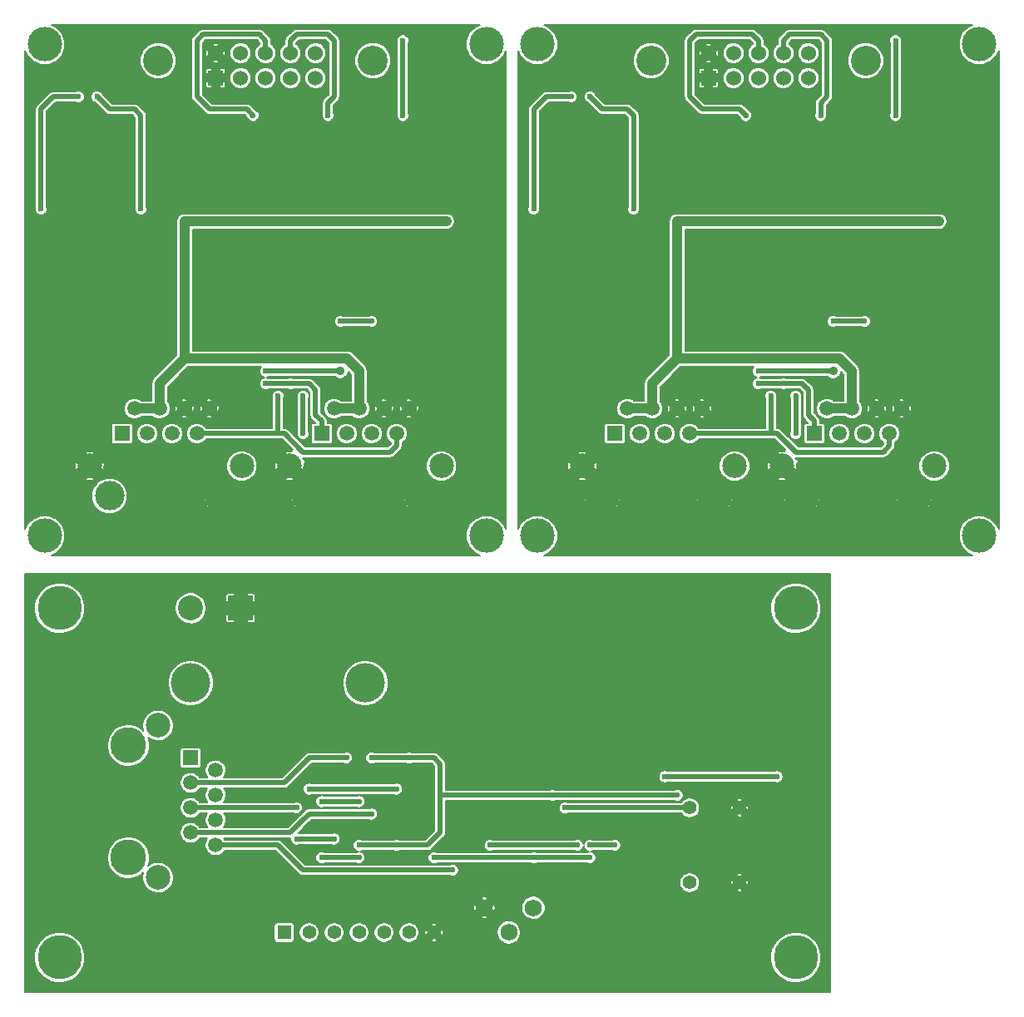
<source format=gbl>
G04 (created by PCBNEW (2013-may-18)-stable) date Thu 01 May 2014 10:49:58 PM CEST*
%MOIN*%
G04 Gerber Fmt 3.4, Leading zero omitted, Abs format*
%FSLAX34Y34*%
G01*
G70*
G90*
G04 APERTURE LIST*
%ADD10C,0.00590551*%
%ADD11C,0.12*%
%ADD12R,0.06X0.06*%
%ADD13C,0.06*%
%ADD14C,0.137795*%
%ADD15C,0.1437*%
%ADD16R,0.0591X0.0591*%
%ADD17C,0.0591*%
%ADD18C,0.0984252*%
%ADD19C,0.11811*%
%ADD20C,0.0689*%
%ADD21C,0.055*%
%ADD22C,0.1575*%
%ADD23R,0.1X0.1*%
%ADD24C,0.1*%
%ADD25R,0.055X0.055*%
%ADD26C,0.177165*%
%ADD27C,0.023622*%
%ADD28C,0.0354331*%
%ADD29C,0.0393701*%
%ADD30C,0.019685*%
%ADD31C,0.0067*%
%ADD32C,0.00669291*%
G04 APERTURE END LIST*
G54D10*
G54D11*
X53300Y-15050D03*
X44700Y-15050D03*
G54D12*
X47000Y-15750D03*
G54D13*
X47000Y-14750D03*
X48000Y-15750D03*
X48000Y-14750D03*
X49000Y-15750D03*
X49000Y-14750D03*
X50000Y-15750D03*
X50000Y-14750D03*
X51000Y-15750D03*
X51000Y-14750D03*
G54D14*
X57850Y-14400D03*
X57850Y-34100D03*
X40150Y-34100D03*
X40150Y-14400D03*
G54D15*
X47250Y-32500D03*
X42750Y-32500D03*
G54D16*
X43250Y-30000D03*
G54D17*
X43750Y-29000D03*
X44250Y-30000D03*
X44750Y-29000D03*
X45250Y-30000D03*
X45750Y-29000D03*
X46250Y-30000D03*
X46750Y-29000D03*
G54D18*
X41950Y-31299D03*
X48050Y-31299D03*
G54D15*
X55250Y-32500D03*
X50750Y-32500D03*
G54D16*
X51250Y-30000D03*
G54D17*
X51750Y-29000D03*
X52250Y-30000D03*
X52750Y-29000D03*
X53250Y-30000D03*
X53750Y-29000D03*
X54250Y-30000D03*
X54750Y-29000D03*
G54D18*
X49950Y-31299D03*
X56050Y-31299D03*
G54D15*
X35500Y-32500D03*
X31000Y-32500D03*
G54D16*
X31500Y-30000D03*
G54D17*
X32000Y-29000D03*
X32500Y-30000D03*
X33000Y-29000D03*
X33500Y-30000D03*
X34000Y-29000D03*
X34500Y-30000D03*
X35000Y-29000D03*
G54D18*
X30200Y-31299D03*
X36300Y-31299D03*
G54D15*
X27500Y-32500D03*
G54D19*
X23000Y-32500D03*
G54D16*
X23500Y-30000D03*
G54D17*
X24000Y-29000D03*
X24500Y-30000D03*
X25000Y-29000D03*
X25500Y-30000D03*
X26000Y-29000D03*
X26500Y-30000D03*
X27000Y-29000D03*
G54D18*
X22200Y-31299D03*
X28300Y-31299D03*
G54D14*
X20400Y-14400D03*
X20400Y-34100D03*
X38100Y-34100D03*
X38100Y-14400D03*
G54D11*
X33550Y-15050D03*
X24950Y-15050D03*
G54D12*
X27250Y-15750D03*
G54D13*
X27250Y-14750D03*
X28250Y-15750D03*
X28250Y-14750D03*
X29250Y-15750D03*
X29250Y-14750D03*
X30250Y-15750D03*
X30250Y-14750D03*
X31250Y-15750D03*
X31250Y-14750D03*
G54D20*
X39984Y-49008D03*
X39000Y-49992D03*
X38016Y-49008D03*
G54D21*
X46250Y-45000D03*
X48250Y-45000D03*
X46250Y-48000D03*
X48250Y-48000D03*
G54D15*
X23750Y-47000D03*
X23750Y-42500D03*
G54D16*
X26250Y-43000D03*
G54D17*
X27250Y-43500D03*
X26250Y-44000D03*
X27250Y-44500D03*
X26250Y-45000D03*
X27250Y-45500D03*
X26250Y-46000D03*
X27250Y-46500D03*
G54D18*
X24950Y-41700D03*
X24950Y-47800D03*
G54D22*
X26250Y-40000D03*
X33250Y-40000D03*
G54D23*
X28250Y-37000D03*
G54D24*
X26250Y-37000D03*
G54D25*
X30000Y-50000D03*
G54D21*
X31000Y-50000D03*
X32000Y-50000D03*
X33000Y-50000D03*
X34000Y-50000D03*
X35000Y-50000D03*
X36000Y-50000D03*
G54D26*
X21000Y-37000D03*
X50500Y-37000D03*
X50500Y-51000D03*
X21000Y-51000D03*
G54D27*
X45750Y-21500D03*
X47250Y-21500D03*
X48750Y-21500D03*
X50250Y-21500D03*
X51750Y-21500D03*
X54750Y-21500D03*
X56250Y-21500D03*
X53250Y-21500D03*
X45750Y-25250D03*
X40000Y-21000D03*
X41500Y-16500D03*
X21750Y-16500D03*
X20250Y-21000D03*
X26000Y-25250D03*
X33500Y-21500D03*
X36500Y-21500D03*
X35000Y-21500D03*
X32000Y-21500D03*
X30500Y-21500D03*
X29000Y-21500D03*
X27500Y-21500D03*
X26000Y-21500D03*
X45250Y-43750D03*
X49750Y-43750D03*
X44000Y-21000D03*
X42250Y-16500D03*
X22500Y-16500D03*
X24250Y-21000D03*
X36000Y-47000D03*
X42250Y-47000D03*
X40000Y-47000D03*
X43250Y-46500D03*
X42250Y-46500D03*
X34500Y-44250D03*
X31000Y-44250D03*
X33000Y-44750D03*
X31500Y-47000D03*
X33000Y-47000D03*
X31500Y-44750D03*
X45750Y-44500D03*
X33000Y-46500D03*
X34500Y-46500D03*
X33500Y-43000D03*
X35000Y-43000D03*
X40750Y-44500D03*
X50000Y-28000D03*
X49000Y-28000D03*
X29250Y-28000D03*
X30250Y-28000D03*
G54D28*
X52000Y-27500D03*
G54D27*
X49000Y-27500D03*
X29250Y-27500D03*
G54D28*
X32250Y-27500D03*
G54D27*
X30500Y-46250D03*
X30500Y-45000D03*
X32000Y-46250D03*
X50500Y-28500D03*
X50500Y-30000D03*
X30750Y-30000D03*
X30750Y-28500D03*
X32500Y-43000D03*
X53250Y-25500D03*
X52000Y-25500D03*
X32250Y-25500D03*
X33500Y-25500D03*
X41250Y-45000D03*
X49500Y-28500D03*
X29750Y-28500D03*
X33500Y-45250D03*
X54500Y-17250D03*
X54500Y-14250D03*
X34750Y-14250D03*
X34750Y-17250D03*
X51500Y-17250D03*
X31750Y-17250D03*
X48500Y-17250D03*
X28750Y-17250D03*
X36750Y-47500D03*
X38250Y-46500D03*
X41750Y-46500D03*
G54D29*
X47250Y-21500D02*
X45750Y-21500D01*
X48750Y-21500D02*
X47250Y-21500D01*
X50250Y-21500D02*
X48750Y-21500D01*
X51750Y-21500D02*
X50250Y-21500D01*
X53250Y-21500D02*
X51750Y-21500D01*
X54750Y-21500D02*
X53250Y-21500D01*
X54750Y-21500D02*
X56250Y-21500D01*
X43750Y-29000D02*
X44750Y-29000D01*
X51750Y-29000D02*
X52750Y-29000D01*
X45750Y-25000D02*
X45750Y-21500D01*
X45750Y-25250D02*
X45750Y-25000D01*
X45750Y-26250D02*
X45750Y-25250D01*
X44750Y-28000D02*
X44750Y-29000D01*
X44750Y-28000D02*
X44750Y-28000D01*
X44750Y-28000D02*
X45750Y-27000D01*
X45750Y-27000D02*
X45750Y-26250D01*
X45750Y-27000D02*
X45750Y-27000D01*
X52750Y-27500D02*
X52250Y-27000D01*
X52750Y-29000D02*
X52750Y-27500D01*
X45750Y-27000D02*
X52250Y-27000D01*
G54D30*
X40000Y-17000D02*
X40000Y-21000D01*
X40000Y-17000D02*
X40500Y-16500D01*
X40500Y-16500D02*
X41500Y-16500D01*
X20750Y-16500D02*
X21750Y-16500D01*
X20250Y-17000D02*
X20750Y-16500D01*
X20250Y-17000D02*
X20250Y-21000D01*
G54D29*
X26000Y-27000D02*
X32500Y-27000D01*
X33000Y-29000D02*
X33000Y-27500D01*
X33000Y-27500D02*
X32500Y-27000D01*
X26000Y-27000D02*
X26000Y-27000D01*
X26000Y-27000D02*
X26000Y-26250D01*
X25000Y-28000D02*
X26000Y-27000D01*
X25000Y-28000D02*
X25000Y-28000D01*
X25000Y-28000D02*
X25000Y-29000D01*
X26000Y-26250D02*
X26000Y-25250D01*
X26000Y-25250D02*
X26000Y-25000D01*
X26000Y-25000D02*
X26000Y-21500D01*
X32000Y-29000D02*
X33000Y-29000D01*
X24000Y-29000D02*
X25000Y-29000D01*
X35000Y-21500D02*
X36500Y-21500D01*
X35000Y-21500D02*
X33500Y-21500D01*
X33500Y-21500D02*
X32000Y-21500D01*
X32000Y-21500D02*
X30500Y-21500D01*
X30500Y-21500D02*
X29000Y-21500D01*
X29000Y-21500D02*
X27500Y-21500D01*
X27500Y-21500D02*
X26000Y-21500D01*
G54D30*
X49750Y-43750D02*
X45250Y-43750D01*
X44000Y-17250D02*
X44000Y-21000D01*
X43750Y-17000D02*
X44000Y-17250D01*
X42750Y-17000D02*
X43750Y-17000D01*
X42250Y-16500D02*
X42750Y-17000D01*
X22500Y-16500D02*
X23000Y-17000D01*
X23000Y-17000D02*
X24000Y-17000D01*
X24000Y-17000D02*
X24250Y-17250D01*
X24250Y-17250D02*
X24250Y-21000D01*
X40000Y-47000D02*
X36000Y-47000D01*
X40000Y-47000D02*
X42250Y-47000D01*
X42250Y-46500D02*
X43250Y-46500D01*
X31000Y-44250D02*
X34500Y-44250D01*
X31500Y-44750D02*
X33000Y-44750D01*
X33000Y-47000D02*
X31500Y-47000D01*
X40750Y-44500D02*
X36500Y-44500D01*
X36500Y-44500D02*
X36250Y-44500D01*
X42250Y-44500D02*
X45250Y-44500D01*
X41250Y-44500D02*
X42250Y-44500D01*
X40750Y-44500D02*
X41250Y-44500D01*
X45500Y-44500D02*
X45750Y-44500D01*
X45250Y-44500D02*
X45500Y-44500D01*
X34500Y-46500D02*
X33000Y-46500D01*
X36250Y-44500D02*
X36250Y-43250D01*
X35750Y-43000D02*
X35000Y-43000D01*
X36000Y-43000D02*
X36250Y-43250D01*
X35750Y-43000D02*
X36000Y-43000D01*
X36250Y-46000D02*
X36250Y-44500D01*
X36250Y-46000D02*
X35750Y-46500D01*
X35750Y-46500D02*
X34500Y-46500D01*
X33500Y-43000D02*
X35000Y-43000D01*
X51000Y-29250D02*
X51250Y-29500D01*
X51250Y-29500D02*
X51250Y-30000D01*
X50750Y-28000D02*
X51000Y-28250D01*
X50000Y-28000D02*
X50750Y-28000D01*
X51000Y-28250D02*
X51000Y-29250D01*
X49000Y-28000D02*
X50000Y-28000D01*
X29250Y-28000D02*
X30250Y-28000D01*
X31250Y-28250D02*
X31250Y-29250D01*
X30250Y-28000D02*
X31000Y-28000D01*
X31000Y-28000D02*
X31250Y-28250D01*
X31500Y-29500D02*
X31500Y-30000D01*
X31250Y-29250D02*
X31500Y-29500D01*
X49000Y-27500D02*
X52000Y-27500D01*
X29250Y-27500D02*
X32250Y-27500D01*
X26250Y-45000D02*
X30500Y-45000D01*
X30500Y-46250D02*
X32000Y-46250D01*
X50500Y-28500D02*
X50500Y-30000D01*
X50500Y-30000D02*
X50500Y-30000D01*
X30750Y-30000D02*
X30750Y-30000D01*
X30750Y-28500D02*
X30750Y-30000D01*
X30000Y-44000D02*
X31000Y-43000D01*
X31000Y-43000D02*
X32500Y-43000D01*
X28500Y-44000D02*
X26250Y-44000D01*
X28500Y-44000D02*
X30000Y-44000D01*
X52750Y-25500D02*
X53250Y-25500D01*
X52000Y-25500D02*
X52750Y-25500D01*
X32250Y-25500D02*
X33000Y-25500D01*
X33000Y-25500D02*
X33500Y-25500D01*
X41250Y-45000D02*
X46250Y-45000D01*
X49500Y-28500D02*
X49500Y-29500D01*
X47250Y-30000D02*
X46250Y-30000D01*
X49500Y-30000D02*
X47250Y-30000D01*
X49500Y-29500D02*
X49500Y-30000D01*
X49500Y-30000D02*
X49500Y-29500D01*
X49750Y-30000D02*
X49500Y-30000D01*
X49750Y-30000D02*
X50500Y-30750D01*
X54250Y-30000D02*
X54250Y-30500D01*
X54000Y-30750D02*
X54250Y-30500D01*
X51000Y-30750D02*
X54000Y-30750D01*
X50500Y-30750D02*
X51000Y-30750D01*
X30750Y-30750D02*
X31250Y-30750D01*
X31250Y-30750D02*
X34250Y-30750D01*
X34250Y-30750D02*
X34500Y-30500D01*
X34500Y-30000D02*
X34500Y-30500D01*
X30000Y-30000D02*
X30750Y-30750D01*
X30000Y-30000D02*
X29750Y-30000D01*
X29750Y-30000D02*
X29750Y-29500D01*
X29750Y-29500D02*
X29750Y-30000D01*
X29750Y-30000D02*
X27500Y-30000D01*
X27500Y-30000D02*
X26500Y-30000D01*
X29750Y-28500D02*
X29750Y-29500D01*
X26250Y-46000D02*
X29750Y-46000D01*
X30250Y-46000D02*
X29750Y-46000D01*
X33500Y-45250D02*
X31000Y-45250D01*
X31000Y-45250D02*
X30750Y-45500D01*
X30750Y-45500D02*
X30250Y-46000D01*
X54500Y-14250D02*
X54500Y-17250D01*
X34750Y-14250D02*
X34750Y-17250D01*
X50250Y-14000D02*
X50000Y-14250D01*
X50000Y-14250D02*
X50000Y-14750D01*
X51750Y-16250D02*
X51750Y-14250D01*
X51500Y-17250D02*
X51500Y-16750D01*
X51500Y-16750D02*
X51750Y-16500D01*
X51750Y-16500D02*
X51750Y-16250D01*
X51750Y-14250D02*
X51500Y-14000D01*
X51500Y-14000D02*
X50250Y-14000D01*
X31750Y-14000D02*
X30500Y-14000D01*
X32000Y-14250D02*
X31750Y-14000D01*
X32000Y-16500D02*
X32000Y-16250D01*
X31750Y-16750D02*
X32000Y-16500D01*
X31750Y-17250D02*
X31750Y-16750D01*
X32000Y-16250D02*
X32000Y-14250D01*
X30250Y-14250D02*
X30250Y-14750D01*
X30500Y-14000D02*
X30250Y-14250D01*
X48250Y-17000D02*
X48500Y-17250D01*
X48500Y-17250D02*
X48500Y-17250D01*
X46500Y-14000D02*
X48750Y-14000D01*
X46250Y-14250D02*
X46500Y-14000D01*
X46250Y-16500D02*
X46250Y-16250D01*
X46750Y-17000D02*
X46250Y-16500D01*
X46250Y-16250D02*
X46250Y-14250D01*
X49000Y-14750D02*
X49000Y-14250D01*
X48750Y-14000D02*
X49000Y-14250D01*
X46750Y-17000D02*
X48250Y-17000D01*
X27000Y-17000D02*
X28500Y-17000D01*
X29000Y-14000D02*
X29250Y-14250D01*
X29250Y-14750D02*
X29250Y-14250D01*
X26500Y-16250D02*
X26500Y-14250D01*
X27000Y-17000D02*
X26500Y-16500D01*
X26500Y-16500D02*
X26500Y-16250D01*
X26500Y-14250D02*
X26750Y-14000D01*
X26750Y-14000D02*
X29000Y-14000D01*
X28750Y-17250D02*
X28750Y-17250D01*
X28500Y-17000D02*
X28750Y-17250D01*
X30750Y-47500D02*
X35750Y-47500D01*
X29750Y-46500D02*
X30750Y-47500D01*
X29750Y-46500D02*
X27250Y-46500D01*
X35750Y-47500D02*
X36750Y-47500D01*
X41750Y-46500D02*
X38250Y-46500D01*
G54D10*
G36*
X38879Y-33833D02*
X38797Y-33634D01*
X38566Y-33403D01*
X38264Y-33277D01*
X37937Y-33277D01*
X37634Y-33402D01*
X37403Y-33633D01*
X37277Y-33935D01*
X37277Y-34262D01*
X37402Y-34565D01*
X37633Y-34796D01*
X37833Y-34879D01*
X36925Y-34879D01*
X36925Y-31175D01*
X36830Y-30945D01*
X36830Y-30944D01*
X36830Y-21500D01*
X36805Y-21373D01*
X36733Y-21266D01*
X36626Y-21194D01*
X36500Y-21169D01*
X35001Y-21169D01*
X35001Y-17200D01*
X34981Y-17152D01*
X34981Y-14347D01*
X35001Y-14300D01*
X35001Y-14200D01*
X34963Y-14107D01*
X34892Y-14036D01*
X34800Y-13998D01*
X34700Y-13998D01*
X34607Y-14036D01*
X34536Y-14107D01*
X34498Y-14199D01*
X34498Y-14299D01*
X34518Y-14347D01*
X34518Y-17152D01*
X34498Y-17199D01*
X34498Y-17299D01*
X34536Y-17392D01*
X34607Y-17463D01*
X34699Y-17501D01*
X34799Y-17501D01*
X34892Y-17463D01*
X34963Y-17392D01*
X35001Y-17300D01*
X35001Y-17200D01*
X35001Y-21169D01*
X35000Y-21169D01*
X34283Y-21169D01*
X34283Y-14904D01*
X34172Y-14635D01*
X33966Y-14428D01*
X33696Y-14316D01*
X33404Y-14316D01*
X33135Y-14427D01*
X32928Y-14633D01*
X32816Y-14903D01*
X32816Y-15195D01*
X32927Y-15464D01*
X33133Y-15671D01*
X33403Y-15783D01*
X33695Y-15783D01*
X33964Y-15672D01*
X34171Y-15466D01*
X34283Y-15196D01*
X34283Y-14904D01*
X34283Y-21169D01*
X33500Y-21169D01*
X32231Y-21169D01*
X32231Y-16500D01*
X32231Y-16250D01*
X32231Y-14250D01*
X32214Y-14161D01*
X32163Y-14086D01*
X32163Y-14086D01*
X31913Y-13836D01*
X31838Y-13785D01*
X31750Y-13768D01*
X31749Y-13768D01*
X30500Y-13768D01*
X30411Y-13785D01*
X30336Y-13836D01*
X30336Y-13836D01*
X30086Y-14086D01*
X30035Y-14161D01*
X30018Y-14250D01*
X30018Y-14250D01*
X30018Y-14376D01*
X30004Y-14382D01*
X29882Y-14504D01*
X29816Y-14663D01*
X29816Y-14835D01*
X29882Y-14995D01*
X30004Y-15117D01*
X30163Y-15183D01*
X30335Y-15183D01*
X30495Y-15117D01*
X30617Y-14995D01*
X30683Y-14836D01*
X30683Y-14664D01*
X30617Y-14504D01*
X30495Y-14382D01*
X30481Y-14376D01*
X30481Y-14346D01*
X30596Y-14231D01*
X31653Y-14231D01*
X31768Y-14346D01*
X31768Y-16250D01*
X31768Y-16403D01*
X31683Y-16488D01*
X31683Y-15664D01*
X31683Y-14664D01*
X31617Y-14504D01*
X31495Y-14382D01*
X31336Y-14316D01*
X31164Y-14316D01*
X31004Y-14382D01*
X30882Y-14504D01*
X30816Y-14663D01*
X30816Y-14835D01*
X30882Y-14995D01*
X31004Y-15117D01*
X31163Y-15183D01*
X31335Y-15183D01*
X31495Y-15117D01*
X31617Y-14995D01*
X31683Y-14836D01*
X31683Y-14664D01*
X31683Y-15664D01*
X31617Y-15504D01*
X31495Y-15382D01*
X31336Y-15316D01*
X31164Y-15316D01*
X31004Y-15382D01*
X30882Y-15504D01*
X30816Y-15663D01*
X30816Y-15835D01*
X30882Y-15995D01*
X31004Y-16117D01*
X31163Y-16183D01*
X31335Y-16183D01*
X31495Y-16117D01*
X31617Y-15995D01*
X31683Y-15836D01*
X31683Y-15664D01*
X31683Y-16488D01*
X31586Y-16586D01*
X31535Y-16661D01*
X31518Y-16750D01*
X31518Y-16750D01*
X31518Y-17152D01*
X31498Y-17199D01*
X31498Y-17299D01*
X31536Y-17392D01*
X31607Y-17463D01*
X31699Y-17501D01*
X31799Y-17501D01*
X31892Y-17463D01*
X31963Y-17392D01*
X32001Y-17300D01*
X32001Y-17200D01*
X31981Y-17152D01*
X31981Y-16846D01*
X32163Y-16663D01*
X32163Y-16663D01*
X32163Y-16663D01*
X32214Y-16588D01*
X32231Y-16500D01*
X32231Y-21169D01*
X32000Y-21169D01*
X30683Y-21169D01*
X30683Y-15664D01*
X30617Y-15504D01*
X30495Y-15382D01*
X30336Y-15316D01*
X30164Y-15316D01*
X30004Y-15382D01*
X29882Y-15504D01*
X29816Y-15663D01*
X29816Y-15835D01*
X29882Y-15995D01*
X30004Y-16117D01*
X30163Y-16183D01*
X30335Y-16183D01*
X30495Y-16117D01*
X30617Y-15995D01*
X30683Y-15836D01*
X30683Y-15664D01*
X30683Y-21169D01*
X30500Y-21169D01*
X29683Y-21169D01*
X29683Y-15664D01*
X29683Y-14664D01*
X29617Y-14504D01*
X29495Y-14382D01*
X29481Y-14376D01*
X29481Y-14250D01*
X29464Y-14161D01*
X29413Y-14086D01*
X29413Y-14086D01*
X29163Y-13836D01*
X29088Y-13785D01*
X29000Y-13768D01*
X28999Y-13768D01*
X26750Y-13768D01*
X26661Y-13785D01*
X26586Y-13836D01*
X26586Y-13836D01*
X26336Y-14086D01*
X26285Y-14161D01*
X26268Y-14250D01*
X26268Y-14250D01*
X26268Y-16250D01*
X26268Y-16499D01*
X26268Y-16500D01*
X26285Y-16588D01*
X26336Y-16663D01*
X26836Y-17163D01*
X26836Y-17163D01*
X26911Y-17214D01*
X27000Y-17231D01*
X27000Y-17231D01*
X27000Y-17231D01*
X28403Y-17231D01*
X28517Y-17345D01*
X28536Y-17392D01*
X28607Y-17463D01*
X28699Y-17501D01*
X28799Y-17501D01*
X28892Y-17463D01*
X28963Y-17392D01*
X29001Y-17300D01*
X29001Y-17200D01*
X28963Y-17107D01*
X28892Y-17036D01*
X28844Y-17017D01*
X28683Y-16855D01*
X28683Y-15664D01*
X28683Y-14664D01*
X28617Y-14504D01*
X28495Y-14382D01*
X28336Y-14316D01*
X28164Y-14316D01*
X28004Y-14382D01*
X27882Y-14504D01*
X27816Y-14663D01*
X27816Y-14835D01*
X27882Y-14995D01*
X28004Y-15117D01*
X28163Y-15183D01*
X28335Y-15183D01*
X28495Y-15117D01*
X28617Y-14995D01*
X28683Y-14836D01*
X28683Y-14664D01*
X28683Y-15664D01*
X28617Y-15504D01*
X28495Y-15382D01*
X28336Y-15316D01*
X28164Y-15316D01*
X28004Y-15382D01*
X27882Y-15504D01*
X27816Y-15663D01*
X27816Y-15835D01*
X27882Y-15995D01*
X28004Y-16117D01*
X28163Y-16183D01*
X28335Y-16183D01*
X28495Y-16117D01*
X28617Y-15995D01*
X28683Y-15836D01*
X28683Y-15664D01*
X28683Y-16855D01*
X28663Y-16836D01*
X28588Y-16785D01*
X28500Y-16768D01*
X28499Y-16768D01*
X27654Y-16768D01*
X27654Y-14692D01*
X27645Y-14648D01*
X27605Y-14606D01*
X27462Y-14750D01*
X27605Y-14893D01*
X27645Y-14851D01*
X27654Y-14692D01*
X27654Y-16768D01*
X27650Y-16768D01*
X27650Y-16030D01*
X27650Y-15469D01*
X27650Y-15429D01*
X27635Y-15392D01*
X27606Y-15364D01*
X27569Y-15349D01*
X27425Y-15349D01*
X27400Y-15374D01*
X27400Y-15600D01*
X27625Y-15600D01*
X27650Y-15574D01*
X27650Y-15469D01*
X27650Y-16030D01*
X27650Y-15925D01*
X27625Y-15900D01*
X27400Y-15900D01*
X27400Y-16125D01*
X27425Y-16150D01*
X27569Y-16150D01*
X27606Y-16135D01*
X27635Y-16107D01*
X27650Y-16070D01*
X27650Y-16030D01*
X27650Y-16768D01*
X27393Y-16768D01*
X27393Y-15105D01*
X27393Y-14394D01*
X27351Y-14354D01*
X27192Y-14345D01*
X27148Y-14354D01*
X27106Y-14394D01*
X27250Y-14537D01*
X27393Y-14394D01*
X27393Y-15105D01*
X27250Y-14962D01*
X27106Y-15105D01*
X27148Y-15145D01*
X27307Y-15154D01*
X27351Y-15145D01*
X27393Y-15105D01*
X27393Y-16768D01*
X27100Y-16768D01*
X27100Y-16125D01*
X27100Y-15900D01*
X27100Y-15600D01*
X27100Y-15374D01*
X27074Y-15349D01*
X27037Y-15349D01*
X27037Y-14750D01*
X26894Y-14606D01*
X26854Y-14648D01*
X26845Y-14807D01*
X26854Y-14851D01*
X26894Y-14893D01*
X27037Y-14750D01*
X27037Y-15349D01*
X26930Y-15349D01*
X26893Y-15364D01*
X26864Y-15392D01*
X26849Y-15429D01*
X26849Y-15469D01*
X26849Y-15574D01*
X26874Y-15600D01*
X27100Y-15600D01*
X27100Y-15900D01*
X26874Y-15900D01*
X26849Y-15925D01*
X26849Y-16030D01*
X26849Y-16070D01*
X26864Y-16107D01*
X26893Y-16135D01*
X26930Y-16150D01*
X27074Y-16150D01*
X27100Y-16125D01*
X27100Y-16768D01*
X27096Y-16768D01*
X26731Y-16403D01*
X26731Y-16250D01*
X26731Y-14346D01*
X26846Y-14231D01*
X28903Y-14231D01*
X29018Y-14346D01*
X29018Y-14376D01*
X29004Y-14382D01*
X28882Y-14504D01*
X28816Y-14663D01*
X28816Y-14835D01*
X28882Y-14995D01*
X29004Y-15117D01*
X29163Y-15183D01*
X29335Y-15183D01*
X29495Y-15117D01*
X29617Y-14995D01*
X29683Y-14836D01*
X29683Y-14664D01*
X29683Y-15664D01*
X29617Y-15504D01*
X29495Y-15382D01*
X29336Y-15316D01*
X29164Y-15316D01*
X29004Y-15382D01*
X28882Y-15504D01*
X28816Y-15663D01*
X28816Y-15835D01*
X28882Y-15995D01*
X29004Y-16117D01*
X29163Y-16183D01*
X29335Y-16183D01*
X29495Y-16117D01*
X29617Y-15995D01*
X29683Y-15836D01*
X29683Y-15664D01*
X29683Y-21169D01*
X29000Y-21169D01*
X27500Y-21169D01*
X26000Y-21169D01*
X25873Y-21194D01*
X25766Y-21266D01*
X25694Y-21373D01*
X25683Y-21429D01*
X25683Y-14904D01*
X25572Y-14635D01*
X25366Y-14428D01*
X25096Y-14316D01*
X24804Y-14316D01*
X24535Y-14427D01*
X24328Y-14633D01*
X24216Y-14903D01*
X24216Y-15195D01*
X24327Y-15464D01*
X24533Y-15671D01*
X24803Y-15783D01*
X25095Y-15783D01*
X25364Y-15672D01*
X25571Y-15466D01*
X25683Y-15196D01*
X25683Y-14904D01*
X25683Y-21429D01*
X25669Y-21500D01*
X25669Y-25000D01*
X25669Y-25250D01*
X25669Y-26250D01*
X25669Y-26863D01*
X24766Y-27766D01*
X24694Y-27873D01*
X24669Y-28000D01*
X24669Y-28669D01*
X24501Y-28669D01*
X24501Y-20950D01*
X24481Y-20902D01*
X24481Y-17250D01*
X24464Y-17161D01*
X24413Y-17086D01*
X24413Y-17086D01*
X24163Y-16836D01*
X24088Y-16785D01*
X24000Y-16768D01*
X23999Y-16768D01*
X23096Y-16768D01*
X22732Y-16404D01*
X22713Y-16357D01*
X22642Y-16286D01*
X22550Y-16248D01*
X22450Y-16248D01*
X22357Y-16286D01*
X22286Y-16357D01*
X22248Y-16449D01*
X22248Y-16549D01*
X22286Y-16642D01*
X22357Y-16713D01*
X22405Y-16732D01*
X22836Y-17163D01*
X22836Y-17163D01*
X22911Y-17214D01*
X23000Y-17231D01*
X23000Y-17231D01*
X23000Y-17231D01*
X23903Y-17231D01*
X24018Y-17346D01*
X24018Y-20902D01*
X23998Y-20949D01*
X23998Y-21049D01*
X24036Y-21142D01*
X24107Y-21213D01*
X24199Y-21251D01*
X24299Y-21251D01*
X24392Y-21213D01*
X24463Y-21142D01*
X24501Y-21050D01*
X24501Y-20950D01*
X24501Y-28669D01*
X24276Y-28669D01*
X24243Y-28636D01*
X24085Y-28571D01*
X23915Y-28570D01*
X23757Y-28636D01*
X23636Y-28756D01*
X23571Y-28914D01*
X23570Y-29084D01*
X23636Y-29242D01*
X23756Y-29363D01*
X23914Y-29428D01*
X24084Y-29429D01*
X24242Y-29363D01*
X24276Y-29330D01*
X24723Y-29330D01*
X24756Y-29363D01*
X24914Y-29428D01*
X25084Y-29429D01*
X25242Y-29363D01*
X25363Y-29243D01*
X25428Y-29085D01*
X25429Y-28915D01*
X25363Y-28757D01*
X25330Y-28723D01*
X25330Y-28136D01*
X26136Y-27330D01*
X29063Y-27330D01*
X29036Y-27357D01*
X28998Y-27449D01*
X28998Y-27549D01*
X29036Y-27642D01*
X29107Y-27713D01*
X29196Y-27750D01*
X29107Y-27786D01*
X29036Y-27857D01*
X28998Y-27949D01*
X28998Y-28049D01*
X29036Y-28142D01*
X29107Y-28213D01*
X29199Y-28251D01*
X29299Y-28251D01*
X29347Y-28231D01*
X30152Y-28231D01*
X30199Y-28251D01*
X30299Y-28251D01*
X30347Y-28231D01*
X30903Y-28231D01*
X31018Y-28346D01*
X31018Y-29249D01*
X31018Y-29250D01*
X31035Y-29338D01*
X31086Y-29413D01*
X31242Y-29570D01*
X31178Y-29570D01*
X31128Y-29591D01*
X31091Y-29628D01*
X31071Y-29677D01*
X31070Y-29730D01*
X31070Y-30321D01*
X31091Y-30371D01*
X31128Y-30408D01*
X31177Y-30428D01*
X31230Y-30429D01*
X31821Y-30429D01*
X31871Y-30408D01*
X31908Y-30371D01*
X31928Y-30322D01*
X31929Y-30269D01*
X31929Y-29678D01*
X31908Y-29628D01*
X31871Y-29591D01*
X31822Y-29571D01*
X31769Y-29570D01*
X31731Y-29570D01*
X31731Y-29500D01*
X31714Y-29411D01*
X31663Y-29336D01*
X31663Y-29336D01*
X31481Y-29153D01*
X31481Y-28250D01*
X31464Y-28161D01*
X31413Y-28086D01*
X31413Y-28086D01*
X31163Y-27836D01*
X31088Y-27785D01*
X31000Y-27768D01*
X30999Y-27768D01*
X30347Y-27768D01*
X30300Y-27748D01*
X30200Y-27748D01*
X30152Y-27768D01*
X29347Y-27768D01*
X29303Y-27749D01*
X29347Y-27731D01*
X32042Y-27731D01*
X32073Y-27763D01*
X32187Y-27810D01*
X32311Y-27810D01*
X32425Y-27763D01*
X32513Y-27676D01*
X32560Y-27562D01*
X32560Y-27527D01*
X32669Y-27636D01*
X32669Y-28669D01*
X32276Y-28669D01*
X32243Y-28636D01*
X32085Y-28571D01*
X31915Y-28570D01*
X31757Y-28636D01*
X31636Y-28756D01*
X31571Y-28914D01*
X31570Y-29084D01*
X31636Y-29242D01*
X31756Y-29363D01*
X31914Y-29428D01*
X32084Y-29429D01*
X32242Y-29363D01*
X32276Y-29330D01*
X32723Y-29330D01*
X32756Y-29363D01*
X32914Y-29428D01*
X33084Y-29429D01*
X33242Y-29363D01*
X33363Y-29243D01*
X33428Y-29085D01*
X33429Y-28915D01*
X33363Y-28757D01*
X33330Y-28723D01*
X33330Y-27500D01*
X33305Y-27373D01*
X33233Y-27266D01*
X32733Y-26766D01*
X32626Y-26694D01*
X32500Y-26669D01*
X26330Y-26669D01*
X26330Y-26250D01*
X26330Y-25250D01*
X26330Y-25000D01*
X26330Y-21830D01*
X27500Y-21830D01*
X29000Y-21830D01*
X30500Y-21830D01*
X32000Y-21830D01*
X33500Y-21830D01*
X35000Y-21830D01*
X36500Y-21830D01*
X36626Y-21805D01*
X36733Y-21733D01*
X36805Y-21626D01*
X36830Y-21500D01*
X36830Y-30944D01*
X36654Y-30769D01*
X36424Y-30673D01*
X36176Y-30673D01*
X35946Y-30768D01*
X35769Y-30944D01*
X35674Y-31174D01*
X35674Y-31423D01*
X35769Y-31653D01*
X35945Y-31829D01*
X36175Y-31924D01*
X36423Y-31924D01*
X36653Y-31829D01*
X36830Y-31654D01*
X36925Y-31424D01*
X36925Y-31175D01*
X36925Y-34879D01*
X36224Y-34879D01*
X36224Y-32356D01*
X36114Y-32090D01*
X35910Y-31886D01*
X35644Y-31776D01*
X35399Y-31775D01*
X35399Y-28944D01*
X35390Y-28898D01*
X35350Y-28857D01*
X35208Y-29000D01*
X35350Y-29142D01*
X35390Y-29101D01*
X35399Y-28944D01*
X35399Y-31775D01*
X35356Y-31775D01*
X35142Y-31864D01*
X35142Y-29350D01*
X35142Y-28649D01*
X35101Y-28609D01*
X34944Y-28600D01*
X34898Y-28609D01*
X34857Y-28649D01*
X35000Y-28791D01*
X35142Y-28649D01*
X35142Y-29350D01*
X35000Y-29208D01*
X34857Y-29350D01*
X34898Y-29390D01*
X35055Y-29399D01*
X35101Y-29390D01*
X35142Y-29350D01*
X35142Y-31864D01*
X35090Y-31885D01*
X34929Y-32046D01*
X34929Y-29915D01*
X34863Y-29757D01*
X34791Y-29684D01*
X34791Y-29000D01*
X34649Y-28857D01*
X34609Y-28898D01*
X34600Y-29055D01*
X34609Y-29101D01*
X34649Y-29142D01*
X34791Y-29000D01*
X34791Y-29684D01*
X34743Y-29636D01*
X34585Y-29571D01*
X34415Y-29570D01*
X34399Y-29577D01*
X34399Y-28944D01*
X34390Y-28898D01*
X34350Y-28857D01*
X34208Y-29000D01*
X34350Y-29142D01*
X34390Y-29101D01*
X34399Y-28944D01*
X34399Y-29577D01*
X34257Y-29636D01*
X34142Y-29751D01*
X34142Y-29350D01*
X34142Y-28649D01*
X34101Y-28609D01*
X33944Y-28600D01*
X33898Y-28609D01*
X33857Y-28649D01*
X34000Y-28791D01*
X34142Y-28649D01*
X34142Y-29350D01*
X34000Y-29208D01*
X33857Y-29350D01*
X33898Y-29390D01*
X34055Y-29399D01*
X34101Y-29390D01*
X34142Y-29350D01*
X34142Y-29751D01*
X34136Y-29756D01*
X34071Y-29914D01*
X34070Y-30084D01*
X34136Y-30242D01*
X34256Y-30363D01*
X34268Y-30368D01*
X34268Y-30403D01*
X34153Y-30518D01*
X33929Y-30518D01*
X33929Y-29915D01*
X33863Y-29757D01*
X33791Y-29684D01*
X33791Y-29000D01*
X33751Y-28960D01*
X33751Y-25450D01*
X33713Y-25357D01*
X33642Y-25286D01*
X33550Y-25248D01*
X33450Y-25248D01*
X33402Y-25268D01*
X33000Y-25268D01*
X32347Y-25268D01*
X32300Y-25248D01*
X32200Y-25248D01*
X32107Y-25286D01*
X32036Y-25357D01*
X31998Y-25449D01*
X31998Y-25549D01*
X32036Y-25642D01*
X32107Y-25713D01*
X32199Y-25751D01*
X32299Y-25751D01*
X32347Y-25731D01*
X33000Y-25731D01*
X33402Y-25731D01*
X33449Y-25751D01*
X33549Y-25751D01*
X33642Y-25713D01*
X33713Y-25642D01*
X33751Y-25550D01*
X33751Y-25450D01*
X33751Y-28960D01*
X33649Y-28857D01*
X33609Y-28898D01*
X33600Y-29055D01*
X33609Y-29101D01*
X33649Y-29142D01*
X33791Y-29000D01*
X33791Y-29684D01*
X33743Y-29636D01*
X33585Y-29571D01*
X33415Y-29570D01*
X33257Y-29636D01*
X33136Y-29756D01*
X33071Y-29914D01*
X33070Y-30084D01*
X33136Y-30242D01*
X33256Y-30363D01*
X33414Y-30428D01*
X33584Y-30429D01*
X33742Y-30363D01*
X33863Y-30243D01*
X33928Y-30085D01*
X33929Y-29915D01*
X33929Y-30518D01*
X32929Y-30518D01*
X32929Y-29915D01*
X32863Y-29757D01*
X32743Y-29636D01*
X32585Y-29571D01*
X32415Y-29570D01*
X32257Y-29636D01*
X32136Y-29756D01*
X32071Y-29914D01*
X32070Y-30084D01*
X32136Y-30242D01*
X32256Y-30363D01*
X32414Y-30428D01*
X32584Y-30429D01*
X32742Y-30363D01*
X32863Y-30243D01*
X32928Y-30085D01*
X32929Y-29915D01*
X32929Y-30518D01*
X31250Y-30518D01*
X31001Y-30518D01*
X31001Y-29950D01*
X30981Y-29902D01*
X30981Y-28597D01*
X31001Y-28550D01*
X31001Y-28450D01*
X30963Y-28357D01*
X30892Y-28286D01*
X30800Y-28248D01*
X30700Y-28248D01*
X30607Y-28286D01*
X30536Y-28357D01*
X30498Y-28449D01*
X30498Y-28549D01*
X30518Y-28597D01*
X30518Y-29902D01*
X30498Y-29949D01*
X30498Y-30049D01*
X30536Y-30142D01*
X30607Y-30213D01*
X30699Y-30251D01*
X30799Y-30251D01*
X30892Y-30213D01*
X30963Y-30142D01*
X31001Y-30050D01*
X31001Y-29950D01*
X31001Y-30518D01*
X30846Y-30518D01*
X30163Y-29836D01*
X30088Y-29785D01*
X30000Y-29768D01*
X29999Y-29768D01*
X29981Y-29768D01*
X29981Y-29500D01*
X29981Y-28597D01*
X30001Y-28550D01*
X30001Y-28450D01*
X29963Y-28357D01*
X29892Y-28286D01*
X29800Y-28248D01*
X29700Y-28248D01*
X29607Y-28286D01*
X29536Y-28357D01*
X29498Y-28449D01*
X29498Y-28549D01*
X29518Y-28597D01*
X29518Y-29500D01*
X29518Y-29768D01*
X27500Y-29768D01*
X27399Y-29768D01*
X27399Y-28944D01*
X27390Y-28898D01*
X27350Y-28857D01*
X27208Y-29000D01*
X27350Y-29142D01*
X27390Y-29101D01*
X27399Y-28944D01*
X27399Y-29768D01*
X27142Y-29768D01*
X27142Y-29350D01*
X27142Y-28649D01*
X27101Y-28609D01*
X26944Y-28600D01*
X26898Y-28609D01*
X26857Y-28649D01*
X27000Y-28791D01*
X27142Y-28649D01*
X27142Y-29350D01*
X27000Y-29208D01*
X26857Y-29350D01*
X26898Y-29390D01*
X27055Y-29399D01*
X27101Y-29390D01*
X27142Y-29350D01*
X27142Y-29768D01*
X26868Y-29768D01*
X26863Y-29757D01*
X26791Y-29684D01*
X26791Y-29000D01*
X26649Y-28857D01*
X26609Y-28898D01*
X26600Y-29055D01*
X26609Y-29101D01*
X26649Y-29142D01*
X26791Y-29000D01*
X26791Y-29684D01*
X26743Y-29636D01*
X26585Y-29571D01*
X26415Y-29570D01*
X26399Y-29577D01*
X26399Y-28944D01*
X26390Y-28898D01*
X26350Y-28857D01*
X26208Y-29000D01*
X26350Y-29142D01*
X26390Y-29101D01*
X26399Y-28944D01*
X26399Y-29577D01*
X26257Y-29636D01*
X26142Y-29751D01*
X26142Y-29350D01*
X26142Y-28649D01*
X26101Y-28609D01*
X25944Y-28600D01*
X25898Y-28609D01*
X25857Y-28649D01*
X26000Y-28791D01*
X26142Y-28649D01*
X26142Y-29350D01*
X26000Y-29208D01*
X25857Y-29350D01*
X25898Y-29390D01*
X26055Y-29399D01*
X26101Y-29390D01*
X26142Y-29350D01*
X26142Y-29751D01*
X26136Y-29756D01*
X26071Y-29914D01*
X26070Y-30084D01*
X26136Y-30242D01*
X26256Y-30363D01*
X26414Y-30428D01*
X26584Y-30429D01*
X26742Y-30363D01*
X26863Y-30243D01*
X26868Y-30231D01*
X27500Y-30231D01*
X29750Y-30231D01*
X29903Y-30231D01*
X30331Y-30659D01*
X30283Y-30707D01*
X30090Y-30705D01*
X30075Y-30708D01*
X30004Y-30754D01*
X30200Y-30951D01*
X30286Y-30865D01*
X30397Y-30975D01*
X30634Y-31213D01*
X30548Y-31299D01*
X30745Y-31495D01*
X30791Y-31424D01*
X30794Y-31214D01*
X30794Y-31214D01*
X30882Y-31126D01*
X30733Y-30978D01*
X30735Y-30978D01*
X30749Y-30981D01*
X30749Y-30981D01*
X30750Y-30981D01*
X31250Y-30981D01*
X34249Y-30981D01*
X34250Y-30981D01*
X34250Y-30981D01*
X34338Y-30964D01*
X34413Y-30913D01*
X34663Y-30663D01*
X34663Y-30663D01*
X34663Y-30663D01*
X34714Y-30588D01*
X34731Y-30500D01*
X34731Y-30368D01*
X34742Y-30363D01*
X34863Y-30243D01*
X34928Y-30085D01*
X34929Y-29915D01*
X34929Y-32046D01*
X34886Y-32089D01*
X34776Y-32355D01*
X34775Y-32643D01*
X34885Y-32909D01*
X35089Y-33113D01*
X35355Y-33223D01*
X35643Y-33224D01*
X35909Y-33114D01*
X36113Y-32910D01*
X36223Y-32644D01*
X36224Y-32356D01*
X36224Y-34879D01*
X31724Y-34879D01*
X31724Y-32356D01*
X31614Y-32090D01*
X31410Y-31886D01*
X31144Y-31776D01*
X30856Y-31775D01*
X30794Y-31801D01*
X30590Y-31885D01*
X30397Y-32078D01*
X30397Y-31843D01*
X30200Y-31647D01*
X30004Y-31843D01*
X30075Y-31890D01*
X30311Y-31893D01*
X30326Y-31890D01*
X30397Y-31843D01*
X30397Y-32078D01*
X30386Y-32089D01*
X30276Y-32355D01*
X30275Y-32643D01*
X30385Y-32909D01*
X30589Y-33113D01*
X30855Y-33223D01*
X31143Y-33224D01*
X31409Y-33114D01*
X31613Y-32910D01*
X31723Y-32644D01*
X31724Y-32356D01*
X31724Y-34879D01*
X29852Y-34879D01*
X29852Y-31299D01*
X29656Y-31102D01*
X29609Y-31173D01*
X29606Y-31409D01*
X29609Y-31424D01*
X29656Y-31495D01*
X29852Y-31299D01*
X29852Y-34879D01*
X28925Y-34879D01*
X28925Y-31175D01*
X28830Y-30945D01*
X28654Y-30769D01*
X28424Y-30673D01*
X28176Y-30673D01*
X27946Y-30768D01*
X27769Y-30944D01*
X27674Y-31174D01*
X27674Y-31423D01*
X27769Y-31653D01*
X27945Y-31829D01*
X28175Y-31924D01*
X28423Y-31924D01*
X28653Y-31829D01*
X28830Y-31654D01*
X28925Y-31424D01*
X28925Y-31175D01*
X28925Y-34879D01*
X28224Y-34879D01*
X28224Y-32356D01*
X28114Y-32090D01*
X27910Y-31886D01*
X27644Y-31776D01*
X27356Y-31775D01*
X27090Y-31885D01*
X26886Y-32089D01*
X26776Y-32355D01*
X26775Y-32643D01*
X26885Y-32909D01*
X27089Y-33113D01*
X27355Y-33223D01*
X27643Y-33224D01*
X27909Y-33114D01*
X28113Y-32910D01*
X28223Y-32644D01*
X28224Y-32356D01*
X28224Y-34879D01*
X25929Y-34879D01*
X25929Y-29915D01*
X25863Y-29757D01*
X25791Y-29684D01*
X25791Y-29000D01*
X25649Y-28857D01*
X25609Y-28898D01*
X25600Y-29055D01*
X25609Y-29101D01*
X25649Y-29142D01*
X25791Y-29000D01*
X25791Y-29684D01*
X25743Y-29636D01*
X25585Y-29571D01*
X25415Y-29570D01*
X25257Y-29636D01*
X25136Y-29756D01*
X25071Y-29914D01*
X25070Y-30084D01*
X25136Y-30242D01*
X25256Y-30363D01*
X25414Y-30428D01*
X25584Y-30429D01*
X25742Y-30363D01*
X25863Y-30243D01*
X25928Y-30085D01*
X25929Y-29915D01*
X25929Y-34879D01*
X24929Y-34879D01*
X24929Y-29915D01*
X24863Y-29757D01*
X24743Y-29636D01*
X24585Y-29571D01*
X24415Y-29570D01*
X24257Y-29636D01*
X24136Y-29756D01*
X24071Y-29914D01*
X24070Y-30084D01*
X24136Y-30242D01*
X24256Y-30363D01*
X24414Y-30428D01*
X24584Y-30429D01*
X24742Y-30363D01*
X24863Y-30243D01*
X24928Y-30085D01*
X24929Y-29915D01*
X24929Y-34879D01*
X23929Y-34879D01*
X23929Y-30269D01*
X23929Y-29678D01*
X23908Y-29628D01*
X23871Y-29591D01*
X23822Y-29571D01*
X23769Y-29570D01*
X23178Y-29570D01*
X23128Y-29591D01*
X23091Y-29628D01*
X23071Y-29677D01*
X23070Y-29730D01*
X23070Y-30321D01*
X23091Y-30371D01*
X23128Y-30408D01*
X23177Y-30428D01*
X23230Y-30429D01*
X23821Y-30429D01*
X23871Y-30408D01*
X23908Y-30371D01*
X23928Y-30322D01*
X23929Y-30269D01*
X23929Y-34879D01*
X23724Y-34879D01*
X23724Y-32356D01*
X23614Y-32090D01*
X23410Y-31886D01*
X23144Y-31776D01*
X22856Y-31775D01*
X22794Y-31801D01*
X22794Y-31188D01*
X22791Y-31173D01*
X22745Y-31102D01*
X22548Y-31299D01*
X22745Y-31495D01*
X22791Y-31424D01*
X22794Y-31188D01*
X22794Y-31801D01*
X22590Y-31885D01*
X22397Y-32078D01*
X22397Y-31843D01*
X22397Y-30754D01*
X22326Y-30708D01*
X22090Y-30705D01*
X22075Y-30708D01*
X22004Y-30754D01*
X22200Y-30951D01*
X22397Y-30754D01*
X22397Y-31843D01*
X22200Y-31647D01*
X22004Y-31843D01*
X22075Y-31890D01*
X22311Y-31893D01*
X22326Y-31890D01*
X22397Y-31843D01*
X22397Y-32078D01*
X22386Y-32089D01*
X22276Y-32355D01*
X22275Y-32643D01*
X22385Y-32909D01*
X22589Y-33113D01*
X22855Y-33223D01*
X23143Y-33224D01*
X23409Y-33114D01*
X23613Y-32910D01*
X23723Y-32644D01*
X23724Y-32356D01*
X23724Y-34879D01*
X22001Y-34879D01*
X22001Y-16450D01*
X21963Y-16357D01*
X21892Y-16286D01*
X21800Y-16248D01*
X21700Y-16248D01*
X21652Y-16268D01*
X20750Y-16268D01*
X20750Y-16268D01*
X20661Y-16285D01*
X20586Y-16336D01*
X20586Y-16336D01*
X20086Y-16836D01*
X20035Y-16911D01*
X20018Y-17000D01*
X20018Y-17000D01*
X20018Y-20902D01*
X19998Y-20949D01*
X19998Y-21049D01*
X20036Y-21142D01*
X20107Y-21213D01*
X20199Y-21251D01*
X20299Y-21251D01*
X20392Y-21213D01*
X20463Y-21142D01*
X20501Y-21050D01*
X20501Y-20950D01*
X20481Y-20902D01*
X20481Y-17096D01*
X20846Y-16731D01*
X21652Y-16731D01*
X21699Y-16751D01*
X21799Y-16751D01*
X21892Y-16713D01*
X21963Y-16642D01*
X22001Y-16550D01*
X22001Y-16450D01*
X22001Y-34879D01*
X21852Y-34879D01*
X21852Y-31299D01*
X21656Y-31102D01*
X21609Y-31173D01*
X21606Y-31409D01*
X21609Y-31424D01*
X21656Y-31495D01*
X21852Y-31299D01*
X21852Y-34879D01*
X20666Y-34879D01*
X20865Y-34797D01*
X21096Y-34566D01*
X21222Y-34264D01*
X21222Y-33937D01*
X21097Y-33634D01*
X20866Y-33403D01*
X20564Y-33277D01*
X20237Y-33277D01*
X19934Y-33402D01*
X19703Y-33633D01*
X19620Y-33833D01*
X19620Y-14666D01*
X19702Y-14865D01*
X19933Y-15096D01*
X20235Y-15222D01*
X20562Y-15222D01*
X20865Y-15097D01*
X21096Y-14866D01*
X21222Y-14564D01*
X21222Y-14237D01*
X21097Y-13934D01*
X20866Y-13703D01*
X20666Y-13620D01*
X37833Y-13620D01*
X37634Y-13702D01*
X37403Y-13933D01*
X37277Y-14235D01*
X37277Y-14562D01*
X37402Y-14865D01*
X37633Y-15096D01*
X37935Y-15222D01*
X38262Y-15222D01*
X38565Y-15097D01*
X38796Y-14866D01*
X38879Y-14666D01*
X38879Y-33833D01*
X38879Y-33833D01*
G37*
G54D31*
X38879Y-33833D02*
X38797Y-33634D01*
X38566Y-33403D01*
X38264Y-33277D01*
X37937Y-33277D01*
X37634Y-33402D01*
X37403Y-33633D01*
X37277Y-33935D01*
X37277Y-34262D01*
X37402Y-34565D01*
X37633Y-34796D01*
X37833Y-34879D01*
X36925Y-34879D01*
X36925Y-31175D01*
X36830Y-30945D01*
X36830Y-30944D01*
X36830Y-21500D01*
X36805Y-21373D01*
X36733Y-21266D01*
X36626Y-21194D01*
X36500Y-21169D01*
X35001Y-21169D01*
X35001Y-17200D01*
X34981Y-17152D01*
X34981Y-14347D01*
X35001Y-14300D01*
X35001Y-14200D01*
X34963Y-14107D01*
X34892Y-14036D01*
X34800Y-13998D01*
X34700Y-13998D01*
X34607Y-14036D01*
X34536Y-14107D01*
X34498Y-14199D01*
X34498Y-14299D01*
X34518Y-14347D01*
X34518Y-17152D01*
X34498Y-17199D01*
X34498Y-17299D01*
X34536Y-17392D01*
X34607Y-17463D01*
X34699Y-17501D01*
X34799Y-17501D01*
X34892Y-17463D01*
X34963Y-17392D01*
X35001Y-17300D01*
X35001Y-17200D01*
X35001Y-21169D01*
X35000Y-21169D01*
X34283Y-21169D01*
X34283Y-14904D01*
X34172Y-14635D01*
X33966Y-14428D01*
X33696Y-14316D01*
X33404Y-14316D01*
X33135Y-14427D01*
X32928Y-14633D01*
X32816Y-14903D01*
X32816Y-15195D01*
X32927Y-15464D01*
X33133Y-15671D01*
X33403Y-15783D01*
X33695Y-15783D01*
X33964Y-15672D01*
X34171Y-15466D01*
X34283Y-15196D01*
X34283Y-14904D01*
X34283Y-21169D01*
X33500Y-21169D01*
X32231Y-21169D01*
X32231Y-16500D01*
X32231Y-16250D01*
X32231Y-14250D01*
X32214Y-14161D01*
X32163Y-14086D01*
X32163Y-14086D01*
X31913Y-13836D01*
X31838Y-13785D01*
X31750Y-13768D01*
X31749Y-13768D01*
X30500Y-13768D01*
X30411Y-13785D01*
X30336Y-13836D01*
X30336Y-13836D01*
X30086Y-14086D01*
X30035Y-14161D01*
X30018Y-14250D01*
X30018Y-14250D01*
X30018Y-14376D01*
X30004Y-14382D01*
X29882Y-14504D01*
X29816Y-14663D01*
X29816Y-14835D01*
X29882Y-14995D01*
X30004Y-15117D01*
X30163Y-15183D01*
X30335Y-15183D01*
X30495Y-15117D01*
X30617Y-14995D01*
X30683Y-14836D01*
X30683Y-14664D01*
X30617Y-14504D01*
X30495Y-14382D01*
X30481Y-14376D01*
X30481Y-14346D01*
X30596Y-14231D01*
X31653Y-14231D01*
X31768Y-14346D01*
X31768Y-16250D01*
X31768Y-16403D01*
X31683Y-16488D01*
X31683Y-15664D01*
X31683Y-14664D01*
X31617Y-14504D01*
X31495Y-14382D01*
X31336Y-14316D01*
X31164Y-14316D01*
X31004Y-14382D01*
X30882Y-14504D01*
X30816Y-14663D01*
X30816Y-14835D01*
X30882Y-14995D01*
X31004Y-15117D01*
X31163Y-15183D01*
X31335Y-15183D01*
X31495Y-15117D01*
X31617Y-14995D01*
X31683Y-14836D01*
X31683Y-14664D01*
X31683Y-15664D01*
X31617Y-15504D01*
X31495Y-15382D01*
X31336Y-15316D01*
X31164Y-15316D01*
X31004Y-15382D01*
X30882Y-15504D01*
X30816Y-15663D01*
X30816Y-15835D01*
X30882Y-15995D01*
X31004Y-16117D01*
X31163Y-16183D01*
X31335Y-16183D01*
X31495Y-16117D01*
X31617Y-15995D01*
X31683Y-15836D01*
X31683Y-15664D01*
X31683Y-16488D01*
X31586Y-16586D01*
X31535Y-16661D01*
X31518Y-16750D01*
X31518Y-16750D01*
X31518Y-17152D01*
X31498Y-17199D01*
X31498Y-17299D01*
X31536Y-17392D01*
X31607Y-17463D01*
X31699Y-17501D01*
X31799Y-17501D01*
X31892Y-17463D01*
X31963Y-17392D01*
X32001Y-17300D01*
X32001Y-17200D01*
X31981Y-17152D01*
X31981Y-16846D01*
X32163Y-16663D01*
X32163Y-16663D01*
X32163Y-16663D01*
X32214Y-16588D01*
X32231Y-16500D01*
X32231Y-21169D01*
X32000Y-21169D01*
X30683Y-21169D01*
X30683Y-15664D01*
X30617Y-15504D01*
X30495Y-15382D01*
X30336Y-15316D01*
X30164Y-15316D01*
X30004Y-15382D01*
X29882Y-15504D01*
X29816Y-15663D01*
X29816Y-15835D01*
X29882Y-15995D01*
X30004Y-16117D01*
X30163Y-16183D01*
X30335Y-16183D01*
X30495Y-16117D01*
X30617Y-15995D01*
X30683Y-15836D01*
X30683Y-15664D01*
X30683Y-21169D01*
X30500Y-21169D01*
X29683Y-21169D01*
X29683Y-15664D01*
X29683Y-14664D01*
X29617Y-14504D01*
X29495Y-14382D01*
X29481Y-14376D01*
X29481Y-14250D01*
X29464Y-14161D01*
X29413Y-14086D01*
X29413Y-14086D01*
X29163Y-13836D01*
X29088Y-13785D01*
X29000Y-13768D01*
X28999Y-13768D01*
X26750Y-13768D01*
X26661Y-13785D01*
X26586Y-13836D01*
X26586Y-13836D01*
X26336Y-14086D01*
X26285Y-14161D01*
X26268Y-14250D01*
X26268Y-14250D01*
X26268Y-16250D01*
X26268Y-16499D01*
X26268Y-16500D01*
X26285Y-16588D01*
X26336Y-16663D01*
X26836Y-17163D01*
X26836Y-17163D01*
X26911Y-17214D01*
X27000Y-17231D01*
X27000Y-17231D01*
X27000Y-17231D01*
X28403Y-17231D01*
X28517Y-17345D01*
X28536Y-17392D01*
X28607Y-17463D01*
X28699Y-17501D01*
X28799Y-17501D01*
X28892Y-17463D01*
X28963Y-17392D01*
X29001Y-17300D01*
X29001Y-17200D01*
X28963Y-17107D01*
X28892Y-17036D01*
X28844Y-17017D01*
X28683Y-16855D01*
X28683Y-15664D01*
X28683Y-14664D01*
X28617Y-14504D01*
X28495Y-14382D01*
X28336Y-14316D01*
X28164Y-14316D01*
X28004Y-14382D01*
X27882Y-14504D01*
X27816Y-14663D01*
X27816Y-14835D01*
X27882Y-14995D01*
X28004Y-15117D01*
X28163Y-15183D01*
X28335Y-15183D01*
X28495Y-15117D01*
X28617Y-14995D01*
X28683Y-14836D01*
X28683Y-14664D01*
X28683Y-15664D01*
X28617Y-15504D01*
X28495Y-15382D01*
X28336Y-15316D01*
X28164Y-15316D01*
X28004Y-15382D01*
X27882Y-15504D01*
X27816Y-15663D01*
X27816Y-15835D01*
X27882Y-15995D01*
X28004Y-16117D01*
X28163Y-16183D01*
X28335Y-16183D01*
X28495Y-16117D01*
X28617Y-15995D01*
X28683Y-15836D01*
X28683Y-15664D01*
X28683Y-16855D01*
X28663Y-16836D01*
X28588Y-16785D01*
X28500Y-16768D01*
X28499Y-16768D01*
X27654Y-16768D01*
X27654Y-14692D01*
X27645Y-14648D01*
X27605Y-14606D01*
X27462Y-14750D01*
X27605Y-14893D01*
X27645Y-14851D01*
X27654Y-14692D01*
X27654Y-16768D01*
X27650Y-16768D01*
X27650Y-16030D01*
X27650Y-15469D01*
X27650Y-15429D01*
X27635Y-15392D01*
X27606Y-15364D01*
X27569Y-15349D01*
X27425Y-15349D01*
X27400Y-15374D01*
X27400Y-15600D01*
X27625Y-15600D01*
X27650Y-15574D01*
X27650Y-15469D01*
X27650Y-16030D01*
X27650Y-15925D01*
X27625Y-15900D01*
X27400Y-15900D01*
X27400Y-16125D01*
X27425Y-16150D01*
X27569Y-16150D01*
X27606Y-16135D01*
X27635Y-16107D01*
X27650Y-16070D01*
X27650Y-16030D01*
X27650Y-16768D01*
X27393Y-16768D01*
X27393Y-15105D01*
X27393Y-14394D01*
X27351Y-14354D01*
X27192Y-14345D01*
X27148Y-14354D01*
X27106Y-14394D01*
X27250Y-14537D01*
X27393Y-14394D01*
X27393Y-15105D01*
X27250Y-14962D01*
X27106Y-15105D01*
X27148Y-15145D01*
X27307Y-15154D01*
X27351Y-15145D01*
X27393Y-15105D01*
X27393Y-16768D01*
X27100Y-16768D01*
X27100Y-16125D01*
X27100Y-15900D01*
X27100Y-15600D01*
X27100Y-15374D01*
X27074Y-15349D01*
X27037Y-15349D01*
X27037Y-14750D01*
X26894Y-14606D01*
X26854Y-14648D01*
X26845Y-14807D01*
X26854Y-14851D01*
X26894Y-14893D01*
X27037Y-14750D01*
X27037Y-15349D01*
X26930Y-15349D01*
X26893Y-15364D01*
X26864Y-15392D01*
X26849Y-15429D01*
X26849Y-15469D01*
X26849Y-15574D01*
X26874Y-15600D01*
X27100Y-15600D01*
X27100Y-15900D01*
X26874Y-15900D01*
X26849Y-15925D01*
X26849Y-16030D01*
X26849Y-16070D01*
X26864Y-16107D01*
X26893Y-16135D01*
X26930Y-16150D01*
X27074Y-16150D01*
X27100Y-16125D01*
X27100Y-16768D01*
X27096Y-16768D01*
X26731Y-16403D01*
X26731Y-16250D01*
X26731Y-14346D01*
X26846Y-14231D01*
X28903Y-14231D01*
X29018Y-14346D01*
X29018Y-14376D01*
X29004Y-14382D01*
X28882Y-14504D01*
X28816Y-14663D01*
X28816Y-14835D01*
X28882Y-14995D01*
X29004Y-15117D01*
X29163Y-15183D01*
X29335Y-15183D01*
X29495Y-15117D01*
X29617Y-14995D01*
X29683Y-14836D01*
X29683Y-14664D01*
X29683Y-15664D01*
X29617Y-15504D01*
X29495Y-15382D01*
X29336Y-15316D01*
X29164Y-15316D01*
X29004Y-15382D01*
X28882Y-15504D01*
X28816Y-15663D01*
X28816Y-15835D01*
X28882Y-15995D01*
X29004Y-16117D01*
X29163Y-16183D01*
X29335Y-16183D01*
X29495Y-16117D01*
X29617Y-15995D01*
X29683Y-15836D01*
X29683Y-15664D01*
X29683Y-21169D01*
X29000Y-21169D01*
X27500Y-21169D01*
X26000Y-21169D01*
X25873Y-21194D01*
X25766Y-21266D01*
X25694Y-21373D01*
X25683Y-21429D01*
X25683Y-14904D01*
X25572Y-14635D01*
X25366Y-14428D01*
X25096Y-14316D01*
X24804Y-14316D01*
X24535Y-14427D01*
X24328Y-14633D01*
X24216Y-14903D01*
X24216Y-15195D01*
X24327Y-15464D01*
X24533Y-15671D01*
X24803Y-15783D01*
X25095Y-15783D01*
X25364Y-15672D01*
X25571Y-15466D01*
X25683Y-15196D01*
X25683Y-14904D01*
X25683Y-21429D01*
X25669Y-21500D01*
X25669Y-25000D01*
X25669Y-25250D01*
X25669Y-26250D01*
X25669Y-26863D01*
X24766Y-27766D01*
X24694Y-27873D01*
X24669Y-28000D01*
X24669Y-28669D01*
X24501Y-28669D01*
X24501Y-20950D01*
X24481Y-20902D01*
X24481Y-17250D01*
X24464Y-17161D01*
X24413Y-17086D01*
X24413Y-17086D01*
X24163Y-16836D01*
X24088Y-16785D01*
X24000Y-16768D01*
X23999Y-16768D01*
X23096Y-16768D01*
X22732Y-16404D01*
X22713Y-16357D01*
X22642Y-16286D01*
X22550Y-16248D01*
X22450Y-16248D01*
X22357Y-16286D01*
X22286Y-16357D01*
X22248Y-16449D01*
X22248Y-16549D01*
X22286Y-16642D01*
X22357Y-16713D01*
X22405Y-16732D01*
X22836Y-17163D01*
X22836Y-17163D01*
X22911Y-17214D01*
X23000Y-17231D01*
X23000Y-17231D01*
X23000Y-17231D01*
X23903Y-17231D01*
X24018Y-17346D01*
X24018Y-20902D01*
X23998Y-20949D01*
X23998Y-21049D01*
X24036Y-21142D01*
X24107Y-21213D01*
X24199Y-21251D01*
X24299Y-21251D01*
X24392Y-21213D01*
X24463Y-21142D01*
X24501Y-21050D01*
X24501Y-20950D01*
X24501Y-28669D01*
X24276Y-28669D01*
X24243Y-28636D01*
X24085Y-28571D01*
X23915Y-28570D01*
X23757Y-28636D01*
X23636Y-28756D01*
X23571Y-28914D01*
X23570Y-29084D01*
X23636Y-29242D01*
X23756Y-29363D01*
X23914Y-29428D01*
X24084Y-29429D01*
X24242Y-29363D01*
X24276Y-29330D01*
X24723Y-29330D01*
X24756Y-29363D01*
X24914Y-29428D01*
X25084Y-29429D01*
X25242Y-29363D01*
X25363Y-29243D01*
X25428Y-29085D01*
X25429Y-28915D01*
X25363Y-28757D01*
X25330Y-28723D01*
X25330Y-28136D01*
X26136Y-27330D01*
X29063Y-27330D01*
X29036Y-27357D01*
X28998Y-27449D01*
X28998Y-27549D01*
X29036Y-27642D01*
X29107Y-27713D01*
X29196Y-27750D01*
X29107Y-27786D01*
X29036Y-27857D01*
X28998Y-27949D01*
X28998Y-28049D01*
X29036Y-28142D01*
X29107Y-28213D01*
X29199Y-28251D01*
X29299Y-28251D01*
X29347Y-28231D01*
X30152Y-28231D01*
X30199Y-28251D01*
X30299Y-28251D01*
X30347Y-28231D01*
X30903Y-28231D01*
X31018Y-28346D01*
X31018Y-29249D01*
X31018Y-29250D01*
X31035Y-29338D01*
X31086Y-29413D01*
X31242Y-29570D01*
X31178Y-29570D01*
X31128Y-29591D01*
X31091Y-29628D01*
X31071Y-29677D01*
X31070Y-29730D01*
X31070Y-30321D01*
X31091Y-30371D01*
X31128Y-30408D01*
X31177Y-30428D01*
X31230Y-30429D01*
X31821Y-30429D01*
X31871Y-30408D01*
X31908Y-30371D01*
X31928Y-30322D01*
X31929Y-30269D01*
X31929Y-29678D01*
X31908Y-29628D01*
X31871Y-29591D01*
X31822Y-29571D01*
X31769Y-29570D01*
X31731Y-29570D01*
X31731Y-29500D01*
X31714Y-29411D01*
X31663Y-29336D01*
X31663Y-29336D01*
X31481Y-29153D01*
X31481Y-28250D01*
X31464Y-28161D01*
X31413Y-28086D01*
X31413Y-28086D01*
X31163Y-27836D01*
X31088Y-27785D01*
X31000Y-27768D01*
X30999Y-27768D01*
X30347Y-27768D01*
X30300Y-27748D01*
X30200Y-27748D01*
X30152Y-27768D01*
X29347Y-27768D01*
X29303Y-27749D01*
X29347Y-27731D01*
X32042Y-27731D01*
X32073Y-27763D01*
X32187Y-27810D01*
X32311Y-27810D01*
X32425Y-27763D01*
X32513Y-27676D01*
X32560Y-27562D01*
X32560Y-27527D01*
X32669Y-27636D01*
X32669Y-28669D01*
X32276Y-28669D01*
X32243Y-28636D01*
X32085Y-28571D01*
X31915Y-28570D01*
X31757Y-28636D01*
X31636Y-28756D01*
X31571Y-28914D01*
X31570Y-29084D01*
X31636Y-29242D01*
X31756Y-29363D01*
X31914Y-29428D01*
X32084Y-29429D01*
X32242Y-29363D01*
X32276Y-29330D01*
X32723Y-29330D01*
X32756Y-29363D01*
X32914Y-29428D01*
X33084Y-29429D01*
X33242Y-29363D01*
X33363Y-29243D01*
X33428Y-29085D01*
X33429Y-28915D01*
X33363Y-28757D01*
X33330Y-28723D01*
X33330Y-27500D01*
X33305Y-27373D01*
X33233Y-27266D01*
X32733Y-26766D01*
X32626Y-26694D01*
X32500Y-26669D01*
X26330Y-26669D01*
X26330Y-26250D01*
X26330Y-25250D01*
X26330Y-25000D01*
X26330Y-21830D01*
X27500Y-21830D01*
X29000Y-21830D01*
X30500Y-21830D01*
X32000Y-21830D01*
X33500Y-21830D01*
X35000Y-21830D01*
X36500Y-21830D01*
X36626Y-21805D01*
X36733Y-21733D01*
X36805Y-21626D01*
X36830Y-21500D01*
X36830Y-30944D01*
X36654Y-30769D01*
X36424Y-30673D01*
X36176Y-30673D01*
X35946Y-30768D01*
X35769Y-30944D01*
X35674Y-31174D01*
X35674Y-31423D01*
X35769Y-31653D01*
X35945Y-31829D01*
X36175Y-31924D01*
X36423Y-31924D01*
X36653Y-31829D01*
X36830Y-31654D01*
X36925Y-31424D01*
X36925Y-31175D01*
X36925Y-34879D01*
X36224Y-34879D01*
X36224Y-32356D01*
X36114Y-32090D01*
X35910Y-31886D01*
X35644Y-31776D01*
X35399Y-31775D01*
X35399Y-28944D01*
X35390Y-28898D01*
X35350Y-28857D01*
X35208Y-29000D01*
X35350Y-29142D01*
X35390Y-29101D01*
X35399Y-28944D01*
X35399Y-31775D01*
X35356Y-31775D01*
X35142Y-31864D01*
X35142Y-29350D01*
X35142Y-28649D01*
X35101Y-28609D01*
X34944Y-28600D01*
X34898Y-28609D01*
X34857Y-28649D01*
X35000Y-28791D01*
X35142Y-28649D01*
X35142Y-29350D01*
X35000Y-29208D01*
X34857Y-29350D01*
X34898Y-29390D01*
X35055Y-29399D01*
X35101Y-29390D01*
X35142Y-29350D01*
X35142Y-31864D01*
X35090Y-31885D01*
X34929Y-32046D01*
X34929Y-29915D01*
X34863Y-29757D01*
X34791Y-29684D01*
X34791Y-29000D01*
X34649Y-28857D01*
X34609Y-28898D01*
X34600Y-29055D01*
X34609Y-29101D01*
X34649Y-29142D01*
X34791Y-29000D01*
X34791Y-29684D01*
X34743Y-29636D01*
X34585Y-29571D01*
X34415Y-29570D01*
X34399Y-29577D01*
X34399Y-28944D01*
X34390Y-28898D01*
X34350Y-28857D01*
X34208Y-29000D01*
X34350Y-29142D01*
X34390Y-29101D01*
X34399Y-28944D01*
X34399Y-29577D01*
X34257Y-29636D01*
X34142Y-29751D01*
X34142Y-29350D01*
X34142Y-28649D01*
X34101Y-28609D01*
X33944Y-28600D01*
X33898Y-28609D01*
X33857Y-28649D01*
X34000Y-28791D01*
X34142Y-28649D01*
X34142Y-29350D01*
X34000Y-29208D01*
X33857Y-29350D01*
X33898Y-29390D01*
X34055Y-29399D01*
X34101Y-29390D01*
X34142Y-29350D01*
X34142Y-29751D01*
X34136Y-29756D01*
X34071Y-29914D01*
X34070Y-30084D01*
X34136Y-30242D01*
X34256Y-30363D01*
X34268Y-30368D01*
X34268Y-30403D01*
X34153Y-30518D01*
X33929Y-30518D01*
X33929Y-29915D01*
X33863Y-29757D01*
X33791Y-29684D01*
X33791Y-29000D01*
X33751Y-28960D01*
X33751Y-25450D01*
X33713Y-25357D01*
X33642Y-25286D01*
X33550Y-25248D01*
X33450Y-25248D01*
X33402Y-25268D01*
X33000Y-25268D01*
X32347Y-25268D01*
X32300Y-25248D01*
X32200Y-25248D01*
X32107Y-25286D01*
X32036Y-25357D01*
X31998Y-25449D01*
X31998Y-25549D01*
X32036Y-25642D01*
X32107Y-25713D01*
X32199Y-25751D01*
X32299Y-25751D01*
X32347Y-25731D01*
X33000Y-25731D01*
X33402Y-25731D01*
X33449Y-25751D01*
X33549Y-25751D01*
X33642Y-25713D01*
X33713Y-25642D01*
X33751Y-25550D01*
X33751Y-25450D01*
X33751Y-28960D01*
X33649Y-28857D01*
X33609Y-28898D01*
X33600Y-29055D01*
X33609Y-29101D01*
X33649Y-29142D01*
X33791Y-29000D01*
X33791Y-29684D01*
X33743Y-29636D01*
X33585Y-29571D01*
X33415Y-29570D01*
X33257Y-29636D01*
X33136Y-29756D01*
X33071Y-29914D01*
X33070Y-30084D01*
X33136Y-30242D01*
X33256Y-30363D01*
X33414Y-30428D01*
X33584Y-30429D01*
X33742Y-30363D01*
X33863Y-30243D01*
X33928Y-30085D01*
X33929Y-29915D01*
X33929Y-30518D01*
X32929Y-30518D01*
X32929Y-29915D01*
X32863Y-29757D01*
X32743Y-29636D01*
X32585Y-29571D01*
X32415Y-29570D01*
X32257Y-29636D01*
X32136Y-29756D01*
X32071Y-29914D01*
X32070Y-30084D01*
X32136Y-30242D01*
X32256Y-30363D01*
X32414Y-30428D01*
X32584Y-30429D01*
X32742Y-30363D01*
X32863Y-30243D01*
X32928Y-30085D01*
X32929Y-29915D01*
X32929Y-30518D01*
X31250Y-30518D01*
X31001Y-30518D01*
X31001Y-29950D01*
X30981Y-29902D01*
X30981Y-28597D01*
X31001Y-28550D01*
X31001Y-28450D01*
X30963Y-28357D01*
X30892Y-28286D01*
X30800Y-28248D01*
X30700Y-28248D01*
X30607Y-28286D01*
X30536Y-28357D01*
X30498Y-28449D01*
X30498Y-28549D01*
X30518Y-28597D01*
X30518Y-29902D01*
X30498Y-29949D01*
X30498Y-30049D01*
X30536Y-30142D01*
X30607Y-30213D01*
X30699Y-30251D01*
X30799Y-30251D01*
X30892Y-30213D01*
X30963Y-30142D01*
X31001Y-30050D01*
X31001Y-29950D01*
X31001Y-30518D01*
X30846Y-30518D01*
X30163Y-29836D01*
X30088Y-29785D01*
X30000Y-29768D01*
X29999Y-29768D01*
X29981Y-29768D01*
X29981Y-29500D01*
X29981Y-28597D01*
X30001Y-28550D01*
X30001Y-28450D01*
X29963Y-28357D01*
X29892Y-28286D01*
X29800Y-28248D01*
X29700Y-28248D01*
X29607Y-28286D01*
X29536Y-28357D01*
X29498Y-28449D01*
X29498Y-28549D01*
X29518Y-28597D01*
X29518Y-29500D01*
X29518Y-29768D01*
X27500Y-29768D01*
X27399Y-29768D01*
X27399Y-28944D01*
X27390Y-28898D01*
X27350Y-28857D01*
X27208Y-29000D01*
X27350Y-29142D01*
X27390Y-29101D01*
X27399Y-28944D01*
X27399Y-29768D01*
X27142Y-29768D01*
X27142Y-29350D01*
X27142Y-28649D01*
X27101Y-28609D01*
X26944Y-28600D01*
X26898Y-28609D01*
X26857Y-28649D01*
X27000Y-28791D01*
X27142Y-28649D01*
X27142Y-29350D01*
X27000Y-29208D01*
X26857Y-29350D01*
X26898Y-29390D01*
X27055Y-29399D01*
X27101Y-29390D01*
X27142Y-29350D01*
X27142Y-29768D01*
X26868Y-29768D01*
X26863Y-29757D01*
X26791Y-29684D01*
X26791Y-29000D01*
X26649Y-28857D01*
X26609Y-28898D01*
X26600Y-29055D01*
X26609Y-29101D01*
X26649Y-29142D01*
X26791Y-29000D01*
X26791Y-29684D01*
X26743Y-29636D01*
X26585Y-29571D01*
X26415Y-29570D01*
X26399Y-29577D01*
X26399Y-28944D01*
X26390Y-28898D01*
X26350Y-28857D01*
X26208Y-29000D01*
X26350Y-29142D01*
X26390Y-29101D01*
X26399Y-28944D01*
X26399Y-29577D01*
X26257Y-29636D01*
X26142Y-29751D01*
X26142Y-29350D01*
X26142Y-28649D01*
X26101Y-28609D01*
X25944Y-28600D01*
X25898Y-28609D01*
X25857Y-28649D01*
X26000Y-28791D01*
X26142Y-28649D01*
X26142Y-29350D01*
X26000Y-29208D01*
X25857Y-29350D01*
X25898Y-29390D01*
X26055Y-29399D01*
X26101Y-29390D01*
X26142Y-29350D01*
X26142Y-29751D01*
X26136Y-29756D01*
X26071Y-29914D01*
X26070Y-30084D01*
X26136Y-30242D01*
X26256Y-30363D01*
X26414Y-30428D01*
X26584Y-30429D01*
X26742Y-30363D01*
X26863Y-30243D01*
X26868Y-30231D01*
X27500Y-30231D01*
X29750Y-30231D01*
X29903Y-30231D01*
X30331Y-30659D01*
X30283Y-30707D01*
X30090Y-30705D01*
X30075Y-30708D01*
X30004Y-30754D01*
X30200Y-30951D01*
X30286Y-30865D01*
X30397Y-30975D01*
X30634Y-31213D01*
X30548Y-31299D01*
X30745Y-31495D01*
X30791Y-31424D01*
X30794Y-31214D01*
X30794Y-31214D01*
X30882Y-31126D01*
X30733Y-30978D01*
X30735Y-30978D01*
X30749Y-30981D01*
X30749Y-30981D01*
X30750Y-30981D01*
X31250Y-30981D01*
X34249Y-30981D01*
X34250Y-30981D01*
X34250Y-30981D01*
X34338Y-30964D01*
X34413Y-30913D01*
X34663Y-30663D01*
X34663Y-30663D01*
X34663Y-30663D01*
X34714Y-30588D01*
X34731Y-30500D01*
X34731Y-30368D01*
X34742Y-30363D01*
X34863Y-30243D01*
X34928Y-30085D01*
X34929Y-29915D01*
X34929Y-32046D01*
X34886Y-32089D01*
X34776Y-32355D01*
X34775Y-32643D01*
X34885Y-32909D01*
X35089Y-33113D01*
X35355Y-33223D01*
X35643Y-33224D01*
X35909Y-33114D01*
X36113Y-32910D01*
X36223Y-32644D01*
X36224Y-32356D01*
X36224Y-34879D01*
X31724Y-34879D01*
X31724Y-32356D01*
X31614Y-32090D01*
X31410Y-31886D01*
X31144Y-31776D01*
X30856Y-31775D01*
X30794Y-31801D01*
X30590Y-31885D01*
X30397Y-32078D01*
X30397Y-31843D01*
X30200Y-31647D01*
X30004Y-31843D01*
X30075Y-31890D01*
X30311Y-31893D01*
X30326Y-31890D01*
X30397Y-31843D01*
X30397Y-32078D01*
X30386Y-32089D01*
X30276Y-32355D01*
X30275Y-32643D01*
X30385Y-32909D01*
X30589Y-33113D01*
X30855Y-33223D01*
X31143Y-33224D01*
X31409Y-33114D01*
X31613Y-32910D01*
X31723Y-32644D01*
X31724Y-32356D01*
X31724Y-34879D01*
X29852Y-34879D01*
X29852Y-31299D01*
X29656Y-31102D01*
X29609Y-31173D01*
X29606Y-31409D01*
X29609Y-31424D01*
X29656Y-31495D01*
X29852Y-31299D01*
X29852Y-34879D01*
X28925Y-34879D01*
X28925Y-31175D01*
X28830Y-30945D01*
X28654Y-30769D01*
X28424Y-30673D01*
X28176Y-30673D01*
X27946Y-30768D01*
X27769Y-30944D01*
X27674Y-31174D01*
X27674Y-31423D01*
X27769Y-31653D01*
X27945Y-31829D01*
X28175Y-31924D01*
X28423Y-31924D01*
X28653Y-31829D01*
X28830Y-31654D01*
X28925Y-31424D01*
X28925Y-31175D01*
X28925Y-34879D01*
X28224Y-34879D01*
X28224Y-32356D01*
X28114Y-32090D01*
X27910Y-31886D01*
X27644Y-31776D01*
X27356Y-31775D01*
X27090Y-31885D01*
X26886Y-32089D01*
X26776Y-32355D01*
X26775Y-32643D01*
X26885Y-32909D01*
X27089Y-33113D01*
X27355Y-33223D01*
X27643Y-33224D01*
X27909Y-33114D01*
X28113Y-32910D01*
X28223Y-32644D01*
X28224Y-32356D01*
X28224Y-34879D01*
X25929Y-34879D01*
X25929Y-29915D01*
X25863Y-29757D01*
X25791Y-29684D01*
X25791Y-29000D01*
X25649Y-28857D01*
X25609Y-28898D01*
X25600Y-29055D01*
X25609Y-29101D01*
X25649Y-29142D01*
X25791Y-29000D01*
X25791Y-29684D01*
X25743Y-29636D01*
X25585Y-29571D01*
X25415Y-29570D01*
X25257Y-29636D01*
X25136Y-29756D01*
X25071Y-29914D01*
X25070Y-30084D01*
X25136Y-30242D01*
X25256Y-30363D01*
X25414Y-30428D01*
X25584Y-30429D01*
X25742Y-30363D01*
X25863Y-30243D01*
X25928Y-30085D01*
X25929Y-29915D01*
X25929Y-34879D01*
X24929Y-34879D01*
X24929Y-29915D01*
X24863Y-29757D01*
X24743Y-29636D01*
X24585Y-29571D01*
X24415Y-29570D01*
X24257Y-29636D01*
X24136Y-29756D01*
X24071Y-29914D01*
X24070Y-30084D01*
X24136Y-30242D01*
X24256Y-30363D01*
X24414Y-30428D01*
X24584Y-30429D01*
X24742Y-30363D01*
X24863Y-30243D01*
X24928Y-30085D01*
X24929Y-29915D01*
X24929Y-34879D01*
X23929Y-34879D01*
X23929Y-30269D01*
X23929Y-29678D01*
X23908Y-29628D01*
X23871Y-29591D01*
X23822Y-29571D01*
X23769Y-29570D01*
X23178Y-29570D01*
X23128Y-29591D01*
X23091Y-29628D01*
X23071Y-29677D01*
X23070Y-29730D01*
X23070Y-30321D01*
X23091Y-30371D01*
X23128Y-30408D01*
X23177Y-30428D01*
X23230Y-30429D01*
X23821Y-30429D01*
X23871Y-30408D01*
X23908Y-30371D01*
X23928Y-30322D01*
X23929Y-30269D01*
X23929Y-34879D01*
X23724Y-34879D01*
X23724Y-32356D01*
X23614Y-32090D01*
X23410Y-31886D01*
X23144Y-31776D01*
X22856Y-31775D01*
X22794Y-31801D01*
X22794Y-31188D01*
X22791Y-31173D01*
X22745Y-31102D01*
X22548Y-31299D01*
X22745Y-31495D01*
X22791Y-31424D01*
X22794Y-31188D01*
X22794Y-31801D01*
X22590Y-31885D01*
X22397Y-32078D01*
X22397Y-31843D01*
X22397Y-30754D01*
X22326Y-30708D01*
X22090Y-30705D01*
X22075Y-30708D01*
X22004Y-30754D01*
X22200Y-30951D01*
X22397Y-30754D01*
X22397Y-31843D01*
X22200Y-31647D01*
X22004Y-31843D01*
X22075Y-31890D01*
X22311Y-31893D01*
X22326Y-31890D01*
X22397Y-31843D01*
X22397Y-32078D01*
X22386Y-32089D01*
X22276Y-32355D01*
X22275Y-32643D01*
X22385Y-32909D01*
X22589Y-33113D01*
X22855Y-33223D01*
X23143Y-33224D01*
X23409Y-33114D01*
X23613Y-32910D01*
X23723Y-32644D01*
X23724Y-32356D01*
X23724Y-34879D01*
X22001Y-34879D01*
X22001Y-16450D01*
X21963Y-16357D01*
X21892Y-16286D01*
X21800Y-16248D01*
X21700Y-16248D01*
X21652Y-16268D01*
X20750Y-16268D01*
X20750Y-16268D01*
X20661Y-16285D01*
X20586Y-16336D01*
X20586Y-16336D01*
X20086Y-16836D01*
X20035Y-16911D01*
X20018Y-17000D01*
X20018Y-17000D01*
X20018Y-20902D01*
X19998Y-20949D01*
X19998Y-21049D01*
X20036Y-21142D01*
X20107Y-21213D01*
X20199Y-21251D01*
X20299Y-21251D01*
X20392Y-21213D01*
X20463Y-21142D01*
X20501Y-21050D01*
X20501Y-20950D01*
X20481Y-20902D01*
X20481Y-17096D01*
X20846Y-16731D01*
X21652Y-16731D01*
X21699Y-16751D01*
X21799Y-16751D01*
X21892Y-16713D01*
X21963Y-16642D01*
X22001Y-16550D01*
X22001Y-16450D01*
X22001Y-34879D01*
X21852Y-34879D01*
X21852Y-31299D01*
X21656Y-31102D01*
X21609Y-31173D01*
X21606Y-31409D01*
X21609Y-31424D01*
X21656Y-31495D01*
X21852Y-31299D01*
X21852Y-34879D01*
X20666Y-34879D01*
X20865Y-34797D01*
X21096Y-34566D01*
X21222Y-34264D01*
X21222Y-33937D01*
X21097Y-33634D01*
X20866Y-33403D01*
X20564Y-33277D01*
X20237Y-33277D01*
X19934Y-33402D01*
X19703Y-33633D01*
X19620Y-33833D01*
X19620Y-14666D01*
X19702Y-14865D01*
X19933Y-15096D01*
X20235Y-15222D01*
X20562Y-15222D01*
X20865Y-15097D01*
X21096Y-14866D01*
X21222Y-14564D01*
X21222Y-14237D01*
X21097Y-13934D01*
X20866Y-13703D01*
X20666Y-13620D01*
X37833Y-13620D01*
X37634Y-13702D01*
X37403Y-13933D01*
X37277Y-14235D01*
X37277Y-14562D01*
X37402Y-14865D01*
X37633Y-15096D01*
X37935Y-15222D01*
X38262Y-15222D01*
X38565Y-15097D01*
X38796Y-14866D01*
X38879Y-14666D01*
X38879Y-33833D01*
G54D10*
G36*
X58629Y-33833D02*
X58547Y-33634D01*
X58316Y-33403D01*
X58014Y-33277D01*
X57687Y-33277D01*
X57384Y-33402D01*
X57153Y-33633D01*
X57027Y-33935D01*
X57027Y-34262D01*
X57152Y-34565D01*
X57383Y-34796D01*
X57583Y-34879D01*
X56675Y-34879D01*
X56675Y-31175D01*
X56580Y-30945D01*
X56580Y-30944D01*
X56580Y-21500D01*
X56555Y-21373D01*
X56483Y-21266D01*
X56376Y-21194D01*
X56250Y-21169D01*
X54751Y-21169D01*
X54751Y-17200D01*
X54731Y-17152D01*
X54731Y-14347D01*
X54751Y-14300D01*
X54751Y-14200D01*
X54713Y-14107D01*
X54642Y-14036D01*
X54550Y-13998D01*
X54450Y-13998D01*
X54357Y-14036D01*
X54286Y-14107D01*
X54248Y-14199D01*
X54248Y-14299D01*
X54268Y-14347D01*
X54268Y-17152D01*
X54248Y-17199D01*
X54248Y-17299D01*
X54286Y-17392D01*
X54357Y-17463D01*
X54449Y-17501D01*
X54549Y-17501D01*
X54642Y-17463D01*
X54713Y-17392D01*
X54751Y-17300D01*
X54751Y-17200D01*
X54751Y-21169D01*
X54750Y-21169D01*
X54033Y-21169D01*
X54033Y-14904D01*
X53922Y-14635D01*
X53716Y-14428D01*
X53446Y-14316D01*
X53154Y-14316D01*
X52885Y-14427D01*
X52678Y-14633D01*
X52566Y-14903D01*
X52566Y-15195D01*
X52677Y-15464D01*
X52883Y-15671D01*
X53153Y-15783D01*
X53445Y-15783D01*
X53714Y-15672D01*
X53921Y-15466D01*
X54033Y-15196D01*
X54033Y-14904D01*
X54033Y-21169D01*
X53250Y-21169D01*
X51981Y-21169D01*
X51981Y-16500D01*
X51981Y-16250D01*
X51981Y-14250D01*
X51964Y-14161D01*
X51913Y-14086D01*
X51913Y-14086D01*
X51663Y-13836D01*
X51588Y-13785D01*
X51500Y-13768D01*
X51499Y-13768D01*
X50250Y-13768D01*
X50161Y-13785D01*
X50086Y-13836D01*
X50086Y-13836D01*
X49836Y-14086D01*
X49785Y-14161D01*
X49768Y-14250D01*
X49768Y-14250D01*
X49768Y-14376D01*
X49754Y-14382D01*
X49632Y-14504D01*
X49566Y-14663D01*
X49566Y-14835D01*
X49632Y-14995D01*
X49754Y-15117D01*
X49913Y-15183D01*
X50085Y-15183D01*
X50245Y-15117D01*
X50367Y-14995D01*
X50433Y-14836D01*
X50433Y-14664D01*
X50367Y-14504D01*
X50245Y-14382D01*
X50231Y-14376D01*
X50231Y-14346D01*
X50346Y-14231D01*
X51403Y-14231D01*
X51518Y-14346D01*
X51518Y-16250D01*
X51518Y-16403D01*
X51433Y-16488D01*
X51433Y-15664D01*
X51433Y-14664D01*
X51367Y-14504D01*
X51245Y-14382D01*
X51086Y-14316D01*
X50914Y-14316D01*
X50754Y-14382D01*
X50632Y-14504D01*
X50566Y-14663D01*
X50566Y-14835D01*
X50632Y-14995D01*
X50754Y-15117D01*
X50913Y-15183D01*
X51085Y-15183D01*
X51245Y-15117D01*
X51367Y-14995D01*
X51433Y-14836D01*
X51433Y-14664D01*
X51433Y-15664D01*
X51367Y-15504D01*
X51245Y-15382D01*
X51086Y-15316D01*
X50914Y-15316D01*
X50754Y-15382D01*
X50632Y-15504D01*
X50566Y-15663D01*
X50566Y-15835D01*
X50632Y-15995D01*
X50754Y-16117D01*
X50913Y-16183D01*
X51085Y-16183D01*
X51245Y-16117D01*
X51367Y-15995D01*
X51433Y-15836D01*
X51433Y-15664D01*
X51433Y-16488D01*
X51336Y-16586D01*
X51285Y-16661D01*
X51268Y-16750D01*
X51268Y-16750D01*
X51268Y-17152D01*
X51248Y-17199D01*
X51248Y-17299D01*
X51286Y-17392D01*
X51357Y-17463D01*
X51449Y-17501D01*
X51549Y-17501D01*
X51642Y-17463D01*
X51713Y-17392D01*
X51751Y-17300D01*
X51751Y-17200D01*
X51731Y-17152D01*
X51731Y-16846D01*
X51913Y-16663D01*
X51913Y-16663D01*
X51913Y-16663D01*
X51964Y-16588D01*
X51981Y-16500D01*
X51981Y-21169D01*
X51750Y-21169D01*
X50433Y-21169D01*
X50433Y-15664D01*
X50367Y-15504D01*
X50245Y-15382D01*
X50086Y-15316D01*
X49914Y-15316D01*
X49754Y-15382D01*
X49632Y-15504D01*
X49566Y-15663D01*
X49566Y-15835D01*
X49632Y-15995D01*
X49754Y-16117D01*
X49913Y-16183D01*
X50085Y-16183D01*
X50245Y-16117D01*
X50367Y-15995D01*
X50433Y-15836D01*
X50433Y-15664D01*
X50433Y-21169D01*
X50250Y-21169D01*
X49433Y-21169D01*
X49433Y-15664D01*
X49433Y-14664D01*
X49367Y-14504D01*
X49245Y-14382D01*
X49231Y-14376D01*
X49231Y-14250D01*
X49214Y-14161D01*
X49163Y-14086D01*
X49163Y-14086D01*
X48913Y-13836D01*
X48838Y-13785D01*
X48750Y-13768D01*
X48749Y-13768D01*
X46500Y-13768D01*
X46411Y-13785D01*
X46336Y-13836D01*
X46336Y-13836D01*
X46086Y-14086D01*
X46035Y-14161D01*
X46018Y-14250D01*
X46018Y-14250D01*
X46018Y-16250D01*
X46018Y-16499D01*
X46018Y-16500D01*
X46035Y-16588D01*
X46086Y-16663D01*
X46586Y-17163D01*
X46586Y-17163D01*
X46661Y-17214D01*
X46750Y-17231D01*
X46750Y-17231D01*
X46750Y-17231D01*
X48153Y-17231D01*
X48267Y-17345D01*
X48286Y-17392D01*
X48357Y-17463D01*
X48449Y-17501D01*
X48549Y-17501D01*
X48642Y-17463D01*
X48713Y-17392D01*
X48751Y-17300D01*
X48751Y-17200D01*
X48713Y-17107D01*
X48642Y-17036D01*
X48594Y-17017D01*
X48433Y-16855D01*
X48433Y-15664D01*
X48433Y-14664D01*
X48367Y-14504D01*
X48245Y-14382D01*
X48086Y-14316D01*
X47914Y-14316D01*
X47754Y-14382D01*
X47632Y-14504D01*
X47566Y-14663D01*
X47566Y-14835D01*
X47632Y-14995D01*
X47754Y-15117D01*
X47913Y-15183D01*
X48085Y-15183D01*
X48245Y-15117D01*
X48367Y-14995D01*
X48433Y-14836D01*
X48433Y-14664D01*
X48433Y-15664D01*
X48367Y-15504D01*
X48245Y-15382D01*
X48086Y-15316D01*
X47914Y-15316D01*
X47754Y-15382D01*
X47632Y-15504D01*
X47566Y-15663D01*
X47566Y-15835D01*
X47632Y-15995D01*
X47754Y-16117D01*
X47913Y-16183D01*
X48085Y-16183D01*
X48245Y-16117D01*
X48367Y-15995D01*
X48433Y-15836D01*
X48433Y-15664D01*
X48433Y-16855D01*
X48413Y-16836D01*
X48338Y-16785D01*
X48250Y-16768D01*
X48249Y-16768D01*
X47404Y-16768D01*
X47404Y-14692D01*
X47395Y-14648D01*
X47355Y-14606D01*
X47212Y-14750D01*
X47355Y-14893D01*
X47395Y-14851D01*
X47404Y-14692D01*
X47404Y-16768D01*
X47400Y-16768D01*
X47400Y-16030D01*
X47400Y-15469D01*
X47400Y-15429D01*
X47385Y-15392D01*
X47356Y-15364D01*
X47319Y-15349D01*
X47175Y-15349D01*
X47150Y-15374D01*
X47150Y-15600D01*
X47375Y-15600D01*
X47400Y-15574D01*
X47400Y-15469D01*
X47400Y-16030D01*
X47400Y-15925D01*
X47375Y-15900D01*
X47150Y-15900D01*
X47150Y-16125D01*
X47175Y-16150D01*
X47319Y-16150D01*
X47356Y-16135D01*
X47385Y-16107D01*
X47400Y-16070D01*
X47400Y-16030D01*
X47400Y-16768D01*
X47143Y-16768D01*
X47143Y-15105D01*
X47143Y-14394D01*
X47101Y-14354D01*
X46942Y-14345D01*
X46898Y-14354D01*
X46856Y-14394D01*
X47000Y-14537D01*
X47143Y-14394D01*
X47143Y-15105D01*
X47000Y-14962D01*
X46856Y-15105D01*
X46898Y-15145D01*
X47057Y-15154D01*
X47101Y-15145D01*
X47143Y-15105D01*
X47143Y-16768D01*
X46850Y-16768D01*
X46850Y-16125D01*
X46850Y-15900D01*
X46850Y-15600D01*
X46850Y-15374D01*
X46824Y-15349D01*
X46787Y-15349D01*
X46787Y-14750D01*
X46644Y-14606D01*
X46604Y-14648D01*
X46595Y-14807D01*
X46604Y-14851D01*
X46644Y-14893D01*
X46787Y-14750D01*
X46787Y-15349D01*
X46680Y-15349D01*
X46643Y-15364D01*
X46614Y-15392D01*
X46599Y-15429D01*
X46599Y-15469D01*
X46599Y-15574D01*
X46624Y-15600D01*
X46850Y-15600D01*
X46850Y-15900D01*
X46624Y-15900D01*
X46599Y-15925D01*
X46599Y-16030D01*
X46599Y-16070D01*
X46614Y-16107D01*
X46643Y-16135D01*
X46680Y-16150D01*
X46824Y-16150D01*
X46850Y-16125D01*
X46850Y-16768D01*
X46846Y-16768D01*
X46481Y-16403D01*
X46481Y-16250D01*
X46481Y-14346D01*
X46596Y-14231D01*
X48653Y-14231D01*
X48768Y-14346D01*
X48768Y-14376D01*
X48754Y-14382D01*
X48632Y-14504D01*
X48566Y-14663D01*
X48566Y-14835D01*
X48632Y-14995D01*
X48754Y-15117D01*
X48913Y-15183D01*
X49085Y-15183D01*
X49245Y-15117D01*
X49367Y-14995D01*
X49433Y-14836D01*
X49433Y-14664D01*
X49433Y-15664D01*
X49367Y-15504D01*
X49245Y-15382D01*
X49086Y-15316D01*
X48914Y-15316D01*
X48754Y-15382D01*
X48632Y-15504D01*
X48566Y-15663D01*
X48566Y-15835D01*
X48632Y-15995D01*
X48754Y-16117D01*
X48913Y-16183D01*
X49085Y-16183D01*
X49245Y-16117D01*
X49367Y-15995D01*
X49433Y-15836D01*
X49433Y-15664D01*
X49433Y-21169D01*
X48750Y-21169D01*
X47250Y-21169D01*
X45750Y-21169D01*
X45623Y-21194D01*
X45516Y-21266D01*
X45444Y-21373D01*
X45433Y-21429D01*
X45433Y-14904D01*
X45322Y-14635D01*
X45116Y-14428D01*
X44846Y-14316D01*
X44554Y-14316D01*
X44285Y-14427D01*
X44078Y-14633D01*
X43966Y-14903D01*
X43966Y-15195D01*
X44077Y-15464D01*
X44283Y-15671D01*
X44553Y-15783D01*
X44845Y-15783D01*
X45114Y-15672D01*
X45321Y-15466D01*
X45433Y-15196D01*
X45433Y-14904D01*
X45433Y-21429D01*
X45419Y-21500D01*
X45419Y-25000D01*
X45419Y-25250D01*
X45419Y-26250D01*
X45419Y-26863D01*
X44516Y-27766D01*
X44444Y-27873D01*
X44419Y-28000D01*
X44419Y-28669D01*
X44251Y-28669D01*
X44251Y-20950D01*
X44231Y-20902D01*
X44231Y-17250D01*
X44214Y-17161D01*
X44163Y-17086D01*
X44163Y-17086D01*
X43913Y-16836D01*
X43838Y-16785D01*
X43750Y-16768D01*
X43749Y-16768D01*
X42846Y-16768D01*
X42482Y-16404D01*
X42463Y-16357D01*
X42392Y-16286D01*
X42300Y-16248D01*
X42200Y-16248D01*
X42107Y-16286D01*
X42036Y-16357D01*
X41998Y-16449D01*
X41998Y-16549D01*
X42036Y-16642D01*
X42107Y-16713D01*
X42155Y-16732D01*
X42586Y-17163D01*
X42586Y-17163D01*
X42661Y-17214D01*
X42750Y-17231D01*
X42750Y-17231D01*
X42750Y-17231D01*
X43653Y-17231D01*
X43768Y-17346D01*
X43768Y-20902D01*
X43748Y-20949D01*
X43748Y-21049D01*
X43786Y-21142D01*
X43857Y-21213D01*
X43949Y-21251D01*
X44049Y-21251D01*
X44142Y-21213D01*
X44213Y-21142D01*
X44251Y-21050D01*
X44251Y-20950D01*
X44251Y-28669D01*
X44026Y-28669D01*
X43993Y-28636D01*
X43835Y-28571D01*
X43665Y-28570D01*
X43507Y-28636D01*
X43386Y-28756D01*
X43321Y-28914D01*
X43320Y-29084D01*
X43386Y-29242D01*
X43506Y-29363D01*
X43664Y-29428D01*
X43834Y-29429D01*
X43992Y-29363D01*
X44026Y-29330D01*
X44473Y-29330D01*
X44506Y-29363D01*
X44664Y-29428D01*
X44834Y-29429D01*
X44992Y-29363D01*
X45113Y-29243D01*
X45178Y-29085D01*
X45179Y-28915D01*
X45113Y-28757D01*
X45080Y-28723D01*
X45080Y-28136D01*
X45886Y-27330D01*
X48813Y-27330D01*
X48786Y-27357D01*
X48748Y-27449D01*
X48748Y-27549D01*
X48786Y-27642D01*
X48857Y-27713D01*
X48946Y-27750D01*
X48857Y-27786D01*
X48786Y-27857D01*
X48748Y-27949D01*
X48748Y-28049D01*
X48786Y-28142D01*
X48857Y-28213D01*
X48949Y-28251D01*
X49049Y-28251D01*
X49097Y-28231D01*
X49902Y-28231D01*
X49949Y-28251D01*
X50049Y-28251D01*
X50097Y-28231D01*
X50653Y-28231D01*
X50768Y-28346D01*
X50768Y-29249D01*
X50768Y-29250D01*
X50785Y-29338D01*
X50836Y-29413D01*
X50992Y-29570D01*
X50928Y-29570D01*
X50878Y-29591D01*
X50841Y-29628D01*
X50821Y-29677D01*
X50820Y-29730D01*
X50820Y-30321D01*
X50841Y-30371D01*
X50878Y-30408D01*
X50927Y-30428D01*
X50980Y-30429D01*
X51571Y-30429D01*
X51621Y-30408D01*
X51658Y-30371D01*
X51678Y-30322D01*
X51679Y-30269D01*
X51679Y-29678D01*
X51658Y-29628D01*
X51621Y-29591D01*
X51572Y-29571D01*
X51519Y-29570D01*
X51481Y-29570D01*
X51481Y-29500D01*
X51464Y-29411D01*
X51413Y-29336D01*
X51413Y-29336D01*
X51231Y-29153D01*
X51231Y-28250D01*
X51214Y-28161D01*
X51163Y-28086D01*
X51163Y-28086D01*
X50913Y-27836D01*
X50838Y-27785D01*
X50750Y-27768D01*
X50749Y-27768D01*
X50097Y-27768D01*
X50050Y-27748D01*
X49950Y-27748D01*
X49902Y-27768D01*
X49097Y-27768D01*
X49053Y-27749D01*
X49097Y-27731D01*
X51792Y-27731D01*
X51823Y-27763D01*
X51937Y-27810D01*
X52061Y-27810D01*
X52175Y-27763D01*
X52263Y-27676D01*
X52310Y-27562D01*
X52310Y-27527D01*
X52419Y-27636D01*
X52419Y-28669D01*
X52026Y-28669D01*
X51993Y-28636D01*
X51835Y-28571D01*
X51665Y-28570D01*
X51507Y-28636D01*
X51386Y-28756D01*
X51321Y-28914D01*
X51320Y-29084D01*
X51386Y-29242D01*
X51506Y-29363D01*
X51664Y-29428D01*
X51834Y-29429D01*
X51992Y-29363D01*
X52026Y-29330D01*
X52473Y-29330D01*
X52506Y-29363D01*
X52664Y-29428D01*
X52834Y-29429D01*
X52992Y-29363D01*
X53113Y-29243D01*
X53178Y-29085D01*
X53179Y-28915D01*
X53113Y-28757D01*
X53080Y-28723D01*
X53080Y-27500D01*
X53055Y-27373D01*
X52983Y-27266D01*
X52483Y-26766D01*
X52376Y-26694D01*
X52250Y-26669D01*
X46080Y-26669D01*
X46080Y-26250D01*
X46080Y-25250D01*
X46080Y-25000D01*
X46080Y-21830D01*
X47250Y-21830D01*
X48750Y-21830D01*
X50250Y-21830D01*
X51750Y-21830D01*
X53250Y-21830D01*
X54750Y-21830D01*
X56250Y-21830D01*
X56376Y-21805D01*
X56483Y-21733D01*
X56555Y-21626D01*
X56580Y-21500D01*
X56580Y-30944D01*
X56404Y-30769D01*
X56174Y-30673D01*
X55926Y-30673D01*
X55696Y-30768D01*
X55519Y-30944D01*
X55424Y-31174D01*
X55424Y-31423D01*
X55519Y-31653D01*
X55695Y-31829D01*
X55925Y-31924D01*
X56173Y-31924D01*
X56403Y-31829D01*
X56580Y-31654D01*
X56675Y-31424D01*
X56675Y-31175D01*
X56675Y-34879D01*
X55974Y-34879D01*
X55974Y-32356D01*
X55864Y-32090D01*
X55660Y-31886D01*
X55394Y-31776D01*
X55149Y-31775D01*
X55149Y-28944D01*
X55140Y-28898D01*
X55100Y-28857D01*
X54958Y-29000D01*
X55100Y-29142D01*
X55140Y-29101D01*
X55149Y-28944D01*
X55149Y-31775D01*
X55106Y-31775D01*
X54892Y-31864D01*
X54892Y-29350D01*
X54892Y-28649D01*
X54851Y-28609D01*
X54694Y-28600D01*
X54648Y-28609D01*
X54607Y-28649D01*
X54750Y-28791D01*
X54892Y-28649D01*
X54892Y-29350D01*
X54750Y-29208D01*
X54607Y-29350D01*
X54648Y-29390D01*
X54805Y-29399D01*
X54851Y-29390D01*
X54892Y-29350D01*
X54892Y-31864D01*
X54840Y-31885D01*
X54679Y-32046D01*
X54679Y-29915D01*
X54613Y-29757D01*
X54541Y-29684D01*
X54541Y-29000D01*
X54399Y-28857D01*
X54359Y-28898D01*
X54350Y-29055D01*
X54359Y-29101D01*
X54399Y-29142D01*
X54541Y-29000D01*
X54541Y-29684D01*
X54493Y-29636D01*
X54335Y-29571D01*
X54165Y-29570D01*
X54149Y-29577D01*
X54149Y-28944D01*
X54140Y-28898D01*
X54100Y-28857D01*
X53958Y-29000D01*
X54100Y-29142D01*
X54140Y-29101D01*
X54149Y-28944D01*
X54149Y-29577D01*
X54007Y-29636D01*
X53892Y-29751D01*
X53892Y-29350D01*
X53892Y-28649D01*
X53851Y-28609D01*
X53694Y-28600D01*
X53648Y-28609D01*
X53607Y-28649D01*
X53750Y-28791D01*
X53892Y-28649D01*
X53892Y-29350D01*
X53750Y-29208D01*
X53607Y-29350D01*
X53648Y-29390D01*
X53805Y-29399D01*
X53851Y-29390D01*
X53892Y-29350D01*
X53892Y-29751D01*
X53886Y-29756D01*
X53821Y-29914D01*
X53820Y-30084D01*
X53886Y-30242D01*
X54006Y-30363D01*
X54018Y-30368D01*
X54018Y-30403D01*
X53903Y-30518D01*
X53679Y-30518D01*
X53679Y-29915D01*
X53613Y-29757D01*
X53541Y-29684D01*
X53541Y-29000D01*
X53501Y-28960D01*
X53501Y-25450D01*
X53463Y-25357D01*
X53392Y-25286D01*
X53300Y-25248D01*
X53200Y-25248D01*
X53152Y-25268D01*
X52750Y-25268D01*
X52097Y-25268D01*
X52050Y-25248D01*
X51950Y-25248D01*
X51857Y-25286D01*
X51786Y-25357D01*
X51748Y-25449D01*
X51748Y-25549D01*
X51786Y-25642D01*
X51857Y-25713D01*
X51949Y-25751D01*
X52049Y-25751D01*
X52097Y-25731D01*
X52750Y-25731D01*
X53152Y-25731D01*
X53199Y-25751D01*
X53299Y-25751D01*
X53392Y-25713D01*
X53463Y-25642D01*
X53501Y-25550D01*
X53501Y-25450D01*
X53501Y-28960D01*
X53399Y-28857D01*
X53359Y-28898D01*
X53350Y-29055D01*
X53359Y-29101D01*
X53399Y-29142D01*
X53541Y-29000D01*
X53541Y-29684D01*
X53493Y-29636D01*
X53335Y-29571D01*
X53165Y-29570D01*
X53007Y-29636D01*
X52886Y-29756D01*
X52821Y-29914D01*
X52820Y-30084D01*
X52886Y-30242D01*
X53006Y-30363D01*
X53164Y-30428D01*
X53334Y-30429D01*
X53492Y-30363D01*
X53613Y-30243D01*
X53678Y-30085D01*
X53679Y-29915D01*
X53679Y-30518D01*
X52679Y-30518D01*
X52679Y-29915D01*
X52613Y-29757D01*
X52493Y-29636D01*
X52335Y-29571D01*
X52165Y-29570D01*
X52007Y-29636D01*
X51886Y-29756D01*
X51821Y-29914D01*
X51820Y-30084D01*
X51886Y-30242D01*
X52006Y-30363D01*
X52164Y-30428D01*
X52334Y-30429D01*
X52492Y-30363D01*
X52613Y-30243D01*
X52678Y-30085D01*
X52679Y-29915D01*
X52679Y-30518D01*
X51000Y-30518D01*
X50751Y-30518D01*
X50751Y-29950D01*
X50731Y-29902D01*
X50731Y-28597D01*
X50751Y-28550D01*
X50751Y-28450D01*
X50713Y-28357D01*
X50642Y-28286D01*
X50550Y-28248D01*
X50450Y-28248D01*
X50357Y-28286D01*
X50286Y-28357D01*
X50248Y-28449D01*
X50248Y-28549D01*
X50268Y-28597D01*
X50268Y-29902D01*
X50248Y-29949D01*
X50248Y-30049D01*
X50286Y-30142D01*
X50357Y-30213D01*
X50449Y-30251D01*
X50549Y-30251D01*
X50642Y-30213D01*
X50713Y-30142D01*
X50751Y-30050D01*
X50751Y-29950D01*
X50751Y-30518D01*
X50596Y-30518D01*
X49913Y-29836D01*
X49838Y-29785D01*
X49750Y-29768D01*
X49749Y-29768D01*
X49731Y-29768D01*
X49731Y-29500D01*
X49731Y-28597D01*
X49751Y-28550D01*
X49751Y-28450D01*
X49713Y-28357D01*
X49642Y-28286D01*
X49550Y-28248D01*
X49450Y-28248D01*
X49357Y-28286D01*
X49286Y-28357D01*
X49248Y-28449D01*
X49248Y-28549D01*
X49268Y-28597D01*
X49268Y-29500D01*
X49268Y-29768D01*
X47250Y-29768D01*
X47149Y-29768D01*
X47149Y-28944D01*
X47140Y-28898D01*
X47100Y-28857D01*
X46958Y-29000D01*
X47100Y-29142D01*
X47140Y-29101D01*
X47149Y-28944D01*
X47149Y-29768D01*
X46892Y-29768D01*
X46892Y-29350D01*
X46892Y-28649D01*
X46851Y-28609D01*
X46694Y-28600D01*
X46648Y-28609D01*
X46607Y-28649D01*
X46750Y-28791D01*
X46892Y-28649D01*
X46892Y-29350D01*
X46750Y-29208D01*
X46607Y-29350D01*
X46648Y-29390D01*
X46805Y-29399D01*
X46851Y-29390D01*
X46892Y-29350D01*
X46892Y-29768D01*
X46618Y-29768D01*
X46613Y-29757D01*
X46541Y-29684D01*
X46541Y-29000D01*
X46399Y-28857D01*
X46359Y-28898D01*
X46350Y-29055D01*
X46359Y-29101D01*
X46399Y-29142D01*
X46541Y-29000D01*
X46541Y-29684D01*
X46493Y-29636D01*
X46335Y-29571D01*
X46165Y-29570D01*
X46149Y-29577D01*
X46149Y-28944D01*
X46140Y-28898D01*
X46100Y-28857D01*
X45958Y-29000D01*
X46100Y-29142D01*
X46140Y-29101D01*
X46149Y-28944D01*
X46149Y-29577D01*
X46007Y-29636D01*
X45892Y-29751D01*
X45892Y-29350D01*
X45892Y-28649D01*
X45851Y-28609D01*
X45694Y-28600D01*
X45648Y-28609D01*
X45607Y-28649D01*
X45750Y-28791D01*
X45892Y-28649D01*
X45892Y-29350D01*
X45750Y-29208D01*
X45607Y-29350D01*
X45648Y-29390D01*
X45805Y-29399D01*
X45851Y-29390D01*
X45892Y-29350D01*
X45892Y-29751D01*
X45886Y-29756D01*
X45821Y-29914D01*
X45820Y-30084D01*
X45886Y-30242D01*
X46006Y-30363D01*
X46164Y-30428D01*
X46334Y-30429D01*
X46492Y-30363D01*
X46613Y-30243D01*
X46618Y-30231D01*
X47250Y-30231D01*
X49500Y-30231D01*
X49653Y-30231D01*
X50081Y-30659D01*
X50033Y-30707D01*
X49840Y-30705D01*
X49825Y-30708D01*
X49754Y-30754D01*
X49950Y-30951D01*
X50036Y-30865D01*
X50147Y-30975D01*
X50384Y-31213D01*
X50298Y-31299D01*
X50495Y-31495D01*
X50541Y-31424D01*
X50544Y-31214D01*
X50544Y-31214D01*
X50632Y-31126D01*
X50483Y-30978D01*
X50485Y-30978D01*
X50499Y-30981D01*
X50499Y-30981D01*
X50500Y-30981D01*
X51000Y-30981D01*
X53999Y-30981D01*
X54000Y-30981D01*
X54000Y-30981D01*
X54088Y-30964D01*
X54163Y-30913D01*
X54413Y-30663D01*
X54413Y-30663D01*
X54413Y-30663D01*
X54464Y-30588D01*
X54481Y-30500D01*
X54481Y-30368D01*
X54492Y-30363D01*
X54613Y-30243D01*
X54678Y-30085D01*
X54679Y-29915D01*
X54679Y-32046D01*
X54636Y-32089D01*
X54526Y-32355D01*
X54525Y-32643D01*
X54635Y-32909D01*
X54839Y-33113D01*
X55105Y-33223D01*
X55393Y-33224D01*
X55659Y-33114D01*
X55863Y-32910D01*
X55973Y-32644D01*
X55974Y-32356D01*
X55974Y-34879D01*
X51474Y-34879D01*
X51474Y-32356D01*
X51364Y-32090D01*
X51160Y-31886D01*
X50894Y-31776D01*
X50606Y-31775D01*
X50544Y-31801D01*
X50340Y-31885D01*
X50147Y-32078D01*
X50147Y-31843D01*
X49950Y-31647D01*
X49754Y-31843D01*
X49825Y-31890D01*
X50061Y-31893D01*
X50076Y-31890D01*
X50147Y-31843D01*
X50147Y-32078D01*
X50136Y-32089D01*
X50026Y-32355D01*
X50025Y-32643D01*
X50135Y-32909D01*
X50339Y-33113D01*
X50605Y-33223D01*
X50893Y-33224D01*
X51159Y-33114D01*
X51363Y-32910D01*
X51473Y-32644D01*
X51474Y-32356D01*
X51474Y-34879D01*
X49602Y-34879D01*
X49602Y-31299D01*
X49406Y-31102D01*
X49359Y-31173D01*
X49356Y-31409D01*
X49359Y-31424D01*
X49406Y-31495D01*
X49602Y-31299D01*
X49602Y-34879D01*
X48675Y-34879D01*
X48675Y-31175D01*
X48580Y-30945D01*
X48404Y-30769D01*
X48174Y-30673D01*
X47926Y-30673D01*
X47696Y-30768D01*
X47519Y-30944D01*
X47424Y-31174D01*
X47424Y-31423D01*
X47519Y-31653D01*
X47695Y-31829D01*
X47925Y-31924D01*
X48173Y-31924D01*
X48403Y-31829D01*
X48580Y-31654D01*
X48675Y-31424D01*
X48675Y-31175D01*
X48675Y-34879D01*
X47974Y-34879D01*
X47974Y-32356D01*
X47864Y-32090D01*
X47660Y-31886D01*
X47394Y-31776D01*
X47106Y-31775D01*
X46840Y-31885D01*
X46636Y-32089D01*
X46526Y-32355D01*
X46525Y-32643D01*
X46635Y-32909D01*
X46839Y-33113D01*
X47105Y-33223D01*
X47393Y-33224D01*
X47659Y-33114D01*
X47863Y-32910D01*
X47973Y-32644D01*
X47974Y-32356D01*
X47974Y-34879D01*
X45679Y-34879D01*
X45679Y-29915D01*
X45613Y-29757D01*
X45541Y-29684D01*
X45541Y-29000D01*
X45399Y-28857D01*
X45359Y-28898D01*
X45350Y-29055D01*
X45359Y-29101D01*
X45399Y-29142D01*
X45541Y-29000D01*
X45541Y-29684D01*
X45493Y-29636D01*
X45335Y-29571D01*
X45165Y-29570D01*
X45007Y-29636D01*
X44886Y-29756D01*
X44821Y-29914D01*
X44820Y-30084D01*
X44886Y-30242D01*
X45006Y-30363D01*
X45164Y-30428D01*
X45334Y-30429D01*
X45492Y-30363D01*
X45613Y-30243D01*
X45678Y-30085D01*
X45679Y-29915D01*
X45679Y-34879D01*
X44679Y-34879D01*
X44679Y-29915D01*
X44613Y-29757D01*
X44493Y-29636D01*
X44335Y-29571D01*
X44165Y-29570D01*
X44007Y-29636D01*
X43886Y-29756D01*
X43821Y-29914D01*
X43820Y-30084D01*
X43886Y-30242D01*
X44006Y-30363D01*
X44164Y-30428D01*
X44334Y-30429D01*
X44492Y-30363D01*
X44613Y-30243D01*
X44678Y-30085D01*
X44679Y-29915D01*
X44679Y-34879D01*
X43679Y-34879D01*
X43679Y-30269D01*
X43679Y-29678D01*
X43658Y-29628D01*
X43621Y-29591D01*
X43572Y-29571D01*
X43519Y-29570D01*
X42928Y-29570D01*
X42878Y-29591D01*
X42841Y-29628D01*
X42821Y-29677D01*
X42820Y-29730D01*
X42820Y-30321D01*
X42841Y-30371D01*
X42878Y-30408D01*
X42927Y-30428D01*
X42980Y-30429D01*
X43571Y-30429D01*
X43621Y-30408D01*
X43658Y-30371D01*
X43678Y-30322D01*
X43679Y-30269D01*
X43679Y-34879D01*
X43474Y-34879D01*
X43474Y-32356D01*
X43364Y-32090D01*
X43160Y-31886D01*
X42894Y-31776D01*
X42606Y-31775D01*
X42544Y-31801D01*
X42544Y-31188D01*
X42541Y-31173D01*
X42495Y-31102D01*
X42298Y-31299D01*
X42495Y-31495D01*
X42541Y-31424D01*
X42544Y-31188D01*
X42544Y-31801D01*
X42340Y-31885D01*
X42147Y-32078D01*
X42147Y-31843D01*
X42147Y-30754D01*
X42076Y-30708D01*
X41840Y-30705D01*
X41825Y-30708D01*
X41754Y-30754D01*
X41950Y-30951D01*
X42147Y-30754D01*
X42147Y-31843D01*
X41950Y-31647D01*
X41754Y-31843D01*
X41825Y-31890D01*
X42061Y-31893D01*
X42076Y-31890D01*
X42147Y-31843D01*
X42147Y-32078D01*
X42136Y-32089D01*
X42026Y-32355D01*
X42025Y-32643D01*
X42135Y-32909D01*
X42339Y-33113D01*
X42605Y-33223D01*
X42893Y-33224D01*
X43159Y-33114D01*
X43363Y-32910D01*
X43473Y-32644D01*
X43474Y-32356D01*
X43474Y-34879D01*
X41751Y-34879D01*
X41751Y-16450D01*
X41713Y-16357D01*
X41642Y-16286D01*
X41550Y-16248D01*
X41450Y-16248D01*
X41402Y-16268D01*
X40500Y-16268D01*
X40500Y-16268D01*
X40411Y-16285D01*
X40336Y-16336D01*
X40336Y-16336D01*
X39836Y-16836D01*
X39785Y-16911D01*
X39768Y-17000D01*
X39768Y-17000D01*
X39768Y-20902D01*
X39748Y-20949D01*
X39748Y-21049D01*
X39786Y-21142D01*
X39857Y-21213D01*
X39949Y-21251D01*
X40049Y-21251D01*
X40142Y-21213D01*
X40213Y-21142D01*
X40251Y-21050D01*
X40251Y-20950D01*
X40231Y-20902D01*
X40231Y-17096D01*
X40596Y-16731D01*
X41402Y-16731D01*
X41449Y-16751D01*
X41549Y-16751D01*
X41642Y-16713D01*
X41713Y-16642D01*
X41751Y-16550D01*
X41751Y-16450D01*
X41751Y-34879D01*
X41602Y-34879D01*
X41602Y-31299D01*
X41406Y-31102D01*
X41359Y-31173D01*
X41356Y-31409D01*
X41359Y-31424D01*
X41406Y-31495D01*
X41602Y-31299D01*
X41602Y-34879D01*
X40416Y-34879D01*
X40615Y-34797D01*
X40846Y-34566D01*
X40972Y-34264D01*
X40972Y-33937D01*
X40847Y-33634D01*
X40616Y-33403D01*
X40314Y-33277D01*
X39987Y-33277D01*
X39684Y-33402D01*
X39453Y-33633D01*
X39370Y-33833D01*
X39370Y-14666D01*
X39452Y-14865D01*
X39683Y-15096D01*
X39985Y-15222D01*
X40312Y-15222D01*
X40615Y-15097D01*
X40846Y-14866D01*
X40972Y-14564D01*
X40972Y-14237D01*
X40847Y-13934D01*
X40616Y-13703D01*
X40416Y-13620D01*
X57583Y-13620D01*
X57384Y-13702D01*
X57153Y-13933D01*
X57027Y-14235D01*
X57027Y-14562D01*
X57152Y-14865D01*
X57383Y-15096D01*
X57685Y-15222D01*
X58012Y-15222D01*
X58315Y-15097D01*
X58546Y-14866D01*
X58629Y-14666D01*
X58629Y-33833D01*
X58629Y-33833D01*
G37*
G54D31*
X58629Y-33833D02*
X58547Y-33634D01*
X58316Y-33403D01*
X58014Y-33277D01*
X57687Y-33277D01*
X57384Y-33402D01*
X57153Y-33633D01*
X57027Y-33935D01*
X57027Y-34262D01*
X57152Y-34565D01*
X57383Y-34796D01*
X57583Y-34879D01*
X56675Y-34879D01*
X56675Y-31175D01*
X56580Y-30945D01*
X56580Y-30944D01*
X56580Y-21500D01*
X56555Y-21373D01*
X56483Y-21266D01*
X56376Y-21194D01*
X56250Y-21169D01*
X54751Y-21169D01*
X54751Y-17200D01*
X54731Y-17152D01*
X54731Y-14347D01*
X54751Y-14300D01*
X54751Y-14200D01*
X54713Y-14107D01*
X54642Y-14036D01*
X54550Y-13998D01*
X54450Y-13998D01*
X54357Y-14036D01*
X54286Y-14107D01*
X54248Y-14199D01*
X54248Y-14299D01*
X54268Y-14347D01*
X54268Y-17152D01*
X54248Y-17199D01*
X54248Y-17299D01*
X54286Y-17392D01*
X54357Y-17463D01*
X54449Y-17501D01*
X54549Y-17501D01*
X54642Y-17463D01*
X54713Y-17392D01*
X54751Y-17300D01*
X54751Y-17200D01*
X54751Y-21169D01*
X54750Y-21169D01*
X54033Y-21169D01*
X54033Y-14904D01*
X53922Y-14635D01*
X53716Y-14428D01*
X53446Y-14316D01*
X53154Y-14316D01*
X52885Y-14427D01*
X52678Y-14633D01*
X52566Y-14903D01*
X52566Y-15195D01*
X52677Y-15464D01*
X52883Y-15671D01*
X53153Y-15783D01*
X53445Y-15783D01*
X53714Y-15672D01*
X53921Y-15466D01*
X54033Y-15196D01*
X54033Y-14904D01*
X54033Y-21169D01*
X53250Y-21169D01*
X51981Y-21169D01*
X51981Y-16500D01*
X51981Y-16250D01*
X51981Y-14250D01*
X51964Y-14161D01*
X51913Y-14086D01*
X51913Y-14086D01*
X51663Y-13836D01*
X51588Y-13785D01*
X51500Y-13768D01*
X51499Y-13768D01*
X50250Y-13768D01*
X50161Y-13785D01*
X50086Y-13836D01*
X50086Y-13836D01*
X49836Y-14086D01*
X49785Y-14161D01*
X49768Y-14250D01*
X49768Y-14250D01*
X49768Y-14376D01*
X49754Y-14382D01*
X49632Y-14504D01*
X49566Y-14663D01*
X49566Y-14835D01*
X49632Y-14995D01*
X49754Y-15117D01*
X49913Y-15183D01*
X50085Y-15183D01*
X50245Y-15117D01*
X50367Y-14995D01*
X50433Y-14836D01*
X50433Y-14664D01*
X50367Y-14504D01*
X50245Y-14382D01*
X50231Y-14376D01*
X50231Y-14346D01*
X50346Y-14231D01*
X51403Y-14231D01*
X51518Y-14346D01*
X51518Y-16250D01*
X51518Y-16403D01*
X51433Y-16488D01*
X51433Y-15664D01*
X51433Y-14664D01*
X51367Y-14504D01*
X51245Y-14382D01*
X51086Y-14316D01*
X50914Y-14316D01*
X50754Y-14382D01*
X50632Y-14504D01*
X50566Y-14663D01*
X50566Y-14835D01*
X50632Y-14995D01*
X50754Y-15117D01*
X50913Y-15183D01*
X51085Y-15183D01*
X51245Y-15117D01*
X51367Y-14995D01*
X51433Y-14836D01*
X51433Y-14664D01*
X51433Y-15664D01*
X51367Y-15504D01*
X51245Y-15382D01*
X51086Y-15316D01*
X50914Y-15316D01*
X50754Y-15382D01*
X50632Y-15504D01*
X50566Y-15663D01*
X50566Y-15835D01*
X50632Y-15995D01*
X50754Y-16117D01*
X50913Y-16183D01*
X51085Y-16183D01*
X51245Y-16117D01*
X51367Y-15995D01*
X51433Y-15836D01*
X51433Y-15664D01*
X51433Y-16488D01*
X51336Y-16586D01*
X51285Y-16661D01*
X51268Y-16750D01*
X51268Y-16750D01*
X51268Y-17152D01*
X51248Y-17199D01*
X51248Y-17299D01*
X51286Y-17392D01*
X51357Y-17463D01*
X51449Y-17501D01*
X51549Y-17501D01*
X51642Y-17463D01*
X51713Y-17392D01*
X51751Y-17300D01*
X51751Y-17200D01*
X51731Y-17152D01*
X51731Y-16846D01*
X51913Y-16663D01*
X51913Y-16663D01*
X51913Y-16663D01*
X51964Y-16588D01*
X51981Y-16500D01*
X51981Y-21169D01*
X51750Y-21169D01*
X50433Y-21169D01*
X50433Y-15664D01*
X50367Y-15504D01*
X50245Y-15382D01*
X50086Y-15316D01*
X49914Y-15316D01*
X49754Y-15382D01*
X49632Y-15504D01*
X49566Y-15663D01*
X49566Y-15835D01*
X49632Y-15995D01*
X49754Y-16117D01*
X49913Y-16183D01*
X50085Y-16183D01*
X50245Y-16117D01*
X50367Y-15995D01*
X50433Y-15836D01*
X50433Y-15664D01*
X50433Y-21169D01*
X50250Y-21169D01*
X49433Y-21169D01*
X49433Y-15664D01*
X49433Y-14664D01*
X49367Y-14504D01*
X49245Y-14382D01*
X49231Y-14376D01*
X49231Y-14250D01*
X49214Y-14161D01*
X49163Y-14086D01*
X49163Y-14086D01*
X48913Y-13836D01*
X48838Y-13785D01*
X48750Y-13768D01*
X48749Y-13768D01*
X46500Y-13768D01*
X46411Y-13785D01*
X46336Y-13836D01*
X46336Y-13836D01*
X46086Y-14086D01*
X46035Y-14161D01*
X46018Y-14250D01*
X46018Y-14250D01*
X46018Y-16250D01*
X46018Y-16499D01*
X46018Y-16500D01*
X46035Y-16588D01*
X46086Y-16663D01*
X46586Y-17163D01*
X46586Y-17163D01*
X46661Y-17214D01*
X46750Y-17231D01*
X46750Y-17231D01*
X46750Y-17231D01*
X48153Y-17231D01*
X48267Y-17345D01*
X48286Y-17392D01*
X48357Y-17463D01*
X48449Y-17501D01*
X48549Y-17501D01*
X48642Y-17463D01*
X48713Y-17392D01*
X48751Y-17300D01*
X48751Y-17200D01*
X48713Y-17107D01*
X48642Y-17036D01*
X48594Y-17017D01*
X48433Y-16855D01*
X48433Y-15664D01*
X48433Y-14664D01*
X48367Y-14504D01*
X48245Y-14382D01*
X48086Y-14316D01*
X47914Y-14316D01*
X47754Y-14382D01*
X47632Y-14504D01*
X47566Y-14663D01*
X47566Y-14835D01*
X47632Y-14995D01*
X47754Y-15117D01*
X47913Y-15183D01*
X48085Y-15183D01*
X48245Y-15117D01*
X48367Y-14995D01*
X48433Y-14836D01*
X48433Y-14664D01*
X48433Y-15664D01*
X48367Y-15504D01*
X48245Y-15382D01*
X48086Y-15316D01*
X47914Y-15316D01*
X47754Y-15382D01*
X47632Y-15504D01*
X47566Y-15663D01*
X47566Y-15835D01*
X47632Y-15995D01*
X47754Y-16117D01*
X47913Y-16183D01*
X48085Y-16183D01*
X48245Y-16117D01*
X48367Y-15995D01*
X48433Y-15836D01*
X48433Y-15664D01*
X48433Y-16855D01*
X48413Y-16836D01*
X48338Y-16785D01*
X48250Y-16768D01*
X48249Y-16768D01*
X47404Y-16768D01*
X47404Y-14692D01*
X47395Y-14648D01*
X47355Y-14606D01*
X47212Y-14750D01*
X47355Y-14893D01*
X47395Y-14851D01*
X47404Y-14692D01*
X47404Y-16768D01*
X47400Y-16768D01*
X47400Y-16030D01*
X47400Y-15469D01*
X47400Y-15429D01*
X47385Y-15392D01*
X47356Y-15364D01*
X47319Y-15349D01*
X47175Y-15349D01*
X47150Y-15374D01*
X47150Y-15600D01*
X47375Y-15600D01*
X47400Y-15574D01*
X47400Y-15469D01*
X47400Y-16030D01*
X47400Y-15925D01*
X47375Y-15900D01*
X47150Y-15900D01*
X47150Y-16125D01*
X47175Y-16150D01*
X47319Y-16150D01*
X47356Y-16135D01*
X47385Y-16107D01*
X47400Y-16070D01*
X47400Y-16030D01*
X47400Y-16768D01*
X47143Y-16768D01*
X47143Y-15105D01*
X47143Y-14394D01*
X47101Y-14354D01*
X46942Y-14345D01*
X46898Y-14354D01*
X46856Y-14394D01*
X47000Y-14537D01*
X47143Y-14394D01*
X47143Y-15105D01*
X47000Y-14962D01*
X46856Y-15105D01*
X46898Y-15145D01*
X47057Y-15154D01*
X47101Y-15145D01*
X47143Y-15105D01*
X47143Y-16768D01*
X46850Y-16768D01*
X46850Y-16125D01*
X46850Y-15900D01*
X46850Y-15600D01*
X46850Y-15374D01*
X46824Y-15349D01*
X46787Y-15349D01*
X46787Y-14750D01*
X46644Y-14606D01*
X46604Y-14648D01*
X46595Y-14807D01*
X46604Y-14851D01*
X46644Y-14893D01*
X46787Y-14750D01*
X46787Y-15349D01*
X46680Y-15349D01*
X46643Y-15364D01*
X46614Y-15392D01*
X46599Y-15429D01*
X46599Y-15469D01*
X46599Y-15574D01*
X46624Y-15600D01*
X46850Y-15600D01*
X46850Y-15900D01*
X46624Y-15900D01*
X46599Y-15925D01*
X46599Y-16030D01*
X46599Y-16070D01*
X46614Y-16107D01*
X46643Y-16135D01*
X46680Y-16150D01*
X46824Y-16150D01*
X46850Y-16125D01*
X46850Y-16768D01*
X46846Y-16768D01*
X46481Y-16403D01*
X46481Y-16250D01*
X46481Y-14346D01*
X46596Y-14231D01*
X48653Y-14231D01*
X48768Y-14346D01*
X48768Y-14376D01*
X48754Y-14382D01*
X48632Y-14504D01*
X48566Y-14663D01*
X48566Y-14835D01*
X48632Y-14995D01*
X48754Y-15117D01*
X48913Y-15183D01*
X49085Y-15183D01*
X49245Y-15117D01*
X49367Y-14995D01*
X49433Y-14836D01*
X49433Y-14664D01*
X49433Y-15664D01*
X49367Y-15504D01*
X49245Y-15382D01*
X49086Y-15316D01*
X48914Y-15316D01*
X48754Y-15382D01*
X48632Y-15504D01*
X48566Y-15663D01*
X48566Y-15835D01*
X48632Y-15995D01*
X48754Y-16117D01*
X48913Y-16183D01*
X49085Y-16183D01*
X49245Y-16117D01*
X49367Y-15995D01*
X49433Y-15836D01*
X49433Y-15664D01*
X49433Y-21169D01*
X48750Y-21169D01*
X47250Y-21169D01*
X45750Y-21169D01*
X45623Y-21194D01*
X45516Y-21266D01*
X45444Y-21373D01*
X45433Y-21429D01*
X45433Y-14904D01*
X45322Y-14635D01*
X45116Y-14428D01*
X44846Y-14316D01*
X44554Y-14316D01*
X44285Y-14427D01*
X44078Y-14633D01*
X43966Y-14903D01*
X43966Y-15195D01*
X44077Y-15464D01*
X44283Y-15671D01*
X44553Y-15783D01*
X44845Y-15783D01*
X45114Y-15672D01*
X45321Y-15466D01*
X45433Y-15196D01*
X45433Y-14904D01*
X45433Y-21429D01*
X45419Y-21500D01*
X45419Y-25000D01*
X45419Y-25250D01*
X45419Y-26250D01*
X45419Y-26863D01*
X44516Y-27766D01*
X44444Y-27873D01*
X44419Y-28000D01*
X44419Y-28669D01*
X44251Y-28669D01*
X44251Y-20950D01*
X44231Y-20902D01*
X44231Y-17250D01*
X44214Y-17161D01*
X44163Y-17086D01*
X44163Y-17086D01*
X43913Y-16836D01*
X43838Y-16785D01*
X43750Y-16768D01*
X43749Y-16768D01*
X42846Y-16768D01*
X42482Y-16404D01*
X42463Y-16357D01*
X42392Y-16286D01*
X42300Y-16248D01*
X42200Y-16248D01*
X42107Y-16286D01*
X42036Y-16357D01*
X41998Y-16449D01*
X41998Y-16549D01*
X42036Y-16642D01*
X42107Y-16713D01*
X42155Y-16732D01*
X42586Y-17163D01*
X42586Y-17163D01*
X42661Y-17214D01*
X42750Y-17231D01*
X42750Y-17231D01*
X42750Y-17231D01*
X43653Y-17231D01*
X43768Y-17346D01*
X43768Y-20902D01*
X43748Y-20949D01*
X43748Y-21049D01*
X43786Y-21142D01*
X43857Y-21213D01*
X43949Y-21251D01*
X44049Y-21251D01*
X44142Y-21213D01*
X44213Y-21142D01*
X44251Y-21050D01*
X44251Y-20950D01*
X44251Y-28669D01*
X44026Y-28669D01*
X43993Y-28636D01*
X43835Y-28571D01*
X43665Y-28570D01*
X43507Y-28636D01*
X43386Y-28756D01*
X43321Y-28914D01*
X43320Y-29084D01*
X43386Y-29242D01*
X43506Y-29363D01*
X43664Y-29428D01*
X43834Y-29429D01*
X43992Y-29363D01*
X44026Y-29330D01*
X44473Y-29330D01*
X44506Y-29363D01*
X44664Y-29428D01*
X44834Y-29429D01*
X44992Y-29363D01*
X45113Y-29243D01*
X45178Y-29085D01*
X45179Y-28915D01*
X45113Y-28757D01*
X45080Y-28723D01*
X45080Y-28136D01*
X45886Y-27330D01*
X48813Y-27330D01*
X48786Y-27357D01*
X48748Y-27449D01*
X48748Y-27549D01*
X48786Y-27642D01*
X48857Y-27713D01*
X48946Y-27750D01*
X48857Y-27786D01*
X48786Y-27857D01*
X48748Y-27949D01*
X48748Y-28049D01*
X48786Y-28142D01*
X48857Y-28213D01*
X48949Y-28251D01*
X49049Y-28251D01*
X49097Y-28231D01*
X49902Y-28231D01*
X49949Y-28251D01*
X50049Y-28251D01*
X50097Y-28231D01*
X50653Y-28231D01*
X50768Y-28346D01*
X50768Y-29249D01*
X50768Y-29250D01*
X50785Y-29338D01*
X50836Y-29413D01*
X50992Y-29570D01*
X50928Y-29570D01*
X50878Y-29591D01*
X50841Y-29628D01*
X50821Y-29677D01*
X50820Y-29730D01*
X50820Y-30321D01*
X50841Y-30371D01*
X50878Y-30408D01*
X50927Y-30428D01*
X50980Y-30429D01*
X51571Y-30429D01*
X51621Y-30408D01*
X51658Y-30371D01*
X51678Y-30322D01*
X51679Y-30269D01*
X51679Y-29678D01*
X51658Y-29628D01*
X51621Y-29591D01*
X51572Y-29571D01*
X51519Y-29570D01*
X51481Y-29570D01*
X51481Y-29500D01*
X51464Y-29411D01*
X51413Y-29336D01*
X51413Y-29336D01*
X51231Y-29153D01*
X51231Y-28250D01*
X51214Y-28161D01*
X51163Y-28086D01*
X51163Y-28086D01*
X50913Y-27836D01*
X50838Y-27785D01*
X50750Y-27768D01*
X50749Y-27768D01*
X50097Y-27768D01*
X50050Y-27748D01*
X49950Y-27748D01*
X49902Y-27768D01*
X49097Y-27768D01*
X49053Y-27749D01*
X49097Y-27731D01*
X51792Y-27731D01*
X51823Y-27763D01*
X51937Y-27810D01*
X52061Y-27810D01*
X52175Y-27763D01*
X52263Y-27676D01*
X52310Y-27562D01*
X52310Y-27527D01*
X52419Y-27636D01*
X52419Y-28669D01*
X52026Y-28669D01*
X51993Y-28636D01*
X51835Y-28571D01*
X51665Y-28570D01*
X51507Y-28636D01*
X51386Y-28756D01*
X51321Y-28914D01*
X51320Y-29084D01*
X51386Y-29242D01*
X51506Y-29363D01*
X51664Y-29428D01*
X51834Y-29429D01*
X51992Y-29363D01*
X52026Y-29330D01*
X52473Y-29330D01*
X52506Y-29363D01*
X52664Y-29428D01*
X52834Y-29429D01*
X52992Y-29363D01*
X53113Y-29243D01*
X53178Y-29085D01*
X53179Y-28915D01*
X53113Y-28757D01*
X53080Y-28723D01*
X53080Y-27500D01*
X53055Y-27373D01*
X52983Y-27266D01*
X52483Y-26766D01*
X52376Y-26694D01*
X52250Y-26669D01*
X46080Y-26669D01*
X46080Y-26250D01*
X46080Y-25250D01*
X46080Y-25000D01*
X46080Y-21830D01*
X47250Y-21830D01*
X48750Y-21830D01*
X50250Y-21830D01*
X51750Y-21830D01*
X53250Y-21830D01*
X54750Y-21830D01*
X56250Y-21830D01*
X56376Y-21805D01*
X56483Y-21733D01*
X56555Y-21626D01*
X56580Y-21500D01*
X56580Y-30944D01*
X56404Y-30769D01*
X56174Y-30673D01*
X55926Y-30673D01*
X55696Y-30768D01*
X55519Y-30944D01*
X55424Y-31174D01*
X55424Y-31423D01*
X55519Y-31653D01*
X55695Y-31829D01*
X55925Y-31924D01*
X56173Y-31924D01*
X56403Y-31829D01*
X56580Y-31654D01*
X56675Y-31424D01*
X56675Y-31175D01*
X56675Y-34879D01*
X55974Y-34879D01*
X55974Y-32356D01*
X55864Y-32090D01*
X55660Y-31886D01*
X55394Y-31776D01*
X55149Y-31775D01*
X55149Y-28944D01*
X55140Y-28898D01*
X55100Y-28857D01*
X54958Y-29000D01*
X55100Y-29142D01*
X55140Y-29101D01*
X55149Y-28944D01*
X55149Y-31775D01*
X55106Y-31775D01*
X54892Y-31864D01*
X54892Y-29350D01*
X54892Y-28649D01*
X54851Y-28609D01*
X54694Y-28600D01*
X54648Y-28609D01*
X54607Y-28649D01*
X54750Y-28791D01*
X54892Y-28649D01*
X54892Y-29350D01*
X54750Y-29208D01*
X54607Y-29350D01*
X54648Y-29390D01*
X54805Y-29399D01*
X54851Y-29390D01*
X54892Y-29350D01*
X54892Y-31864D01*
X54840Y-31885D01*
X54679Y-32046D01*
X54679Y-29915D01*
X54613Y-29757D01*
X54541Y-29684D01*
X54541Y-29000D01*
X54399Y-28857D01*
X54359Y-28898D01*
X54350Y-29055D01*
X54359Y-29101D01*
X54399Y-29142D01*
X54541Y-29000D01*
X54541Y-29684D01*
X54493Y-29636D01*
X54335Y-29571D01*
X54165Y-29570D01*
X54149Y-29577D01*
X54149Y-28944D01*
X54140Y-28898D01*
X54100Y-28857D01*
X53958Y-29000D01*
X54100Y-29142D01*
X54140Y-29101D01*
X54149Y-28944D01*
X54149Y-29577D01*
X54007Y-29636D01*
X53892Y-29751D01*
X53892Y-29350D01*
X53892Y-28649D01*
X53851Y-28609D01*
X53694Y-28600D01*
X53648Y-28609D01*
X53607Y-28649D01*
X53750Y-28791D01*
X53892Y-28649D01*
X53892Y-29350D01*
X53750Y-29208D01*
X53607Y-29350D01*
X53648Y-29390D01*
X53805Y-29399D01*
X53851Y-29390D01*
X53892Y-29350D01*
X53892Y-29751D01*
X53886Y-29756D01*
X53821Y-29914D01*
X53820Y-30084D01*
X53886Y-30242D01*
X54006Y-30363D01*
X54018Y-30368D01*
X54018Y-30403D01*
X53903Y-30518D01*
X53679Y-30518D01*
X53679Y-29915D01*
X53613Y-29757D01*
X53541Y-29684D01*
X53541Y-29000D01*
X53501Y-28960D01*
X53501Y-25450D01*
X53463Y-25357D01*
X53392Y-25286D01*
X53300Y-25248D01*
X53200Y-25248D01*
X53152Y-25268D01*
X52750Y-25268D01*
X52097Y-25268D01*
X52050Y-25248D01*
X51950Y-25248D01*
X51857Y-25286D01*
X51786Y-25357D01*
X51748Y-25449D01*
X51748Y-25549D01*
X51786Y-25642D01*
X51857Y-25713D01*
X51949Y-25751D01*
X52049Y-25751D01*
X52097Y-25731D01*
X52750Y-25731D01*
X53152Y-25731D01*
X53199Y-25751D01*
X53299Y-25751D01*
X53392Y-25713D01*
X53463Y-25642D01*
X53501Y-25550D01*
X53501Y-25450D01*
X53501Y-28960D01*
X53399Y-28857D01*
X53359Y-28898D01*
X53350Y-29055D01*
X53359Y-29101D01*
X53399Y-29142D01*
X53541Y-29000D01*
X53541Y-29684D01*
X53493Y-29636D01*
X53335Y-29571D01*
X53165Y-29570D01*
X53007Y-29636D01*
X52886Y-29756D01*
X52821Y-29914D01*
X52820Y-30084D01*
X52886Y-30242D01*
X53006Y-30363D01*
X53164Y-30428D01*
X53334Y-30429D01*
X53492Y-30363D01*
X53613Y-30243D01*
X53678Y-30085D01*
X53679Y-29915D01*
X53679Y-30518D01*
X52679Y-30518D01*
X52679Y-29915D01*
X52613Y-29757D01*
X52493Y-29636D01*
X52335Y-29571D01*
X52165Y-29570D01*
X52007Y-29636D01*
X51886Y-29756D01*
X51821Y-29914D01*
X51820Y-30084D01*
X51886Y-30242D01*
X52006Y-30363D01*
X52164Y-30428D01*
X52334Y-30429D01*
X52492Y-30363D01*
X52613Y-30243D01*
X52678Y-30085D01*
X52679Y-29915D01*
X52679Y-30518D01*
X51000Y-30518D01*
X50751Y-30518D01*
X50751Y-29950D01*
X50731Y-29902D01*
X50731Y-28597D01*
X50751Y-28550D01*
X50751Y-28450D01*
X50713Y-28357D01*
X50642Y-28286D01*
X50550Y-28248D01*
X50450Y-28248D01*
X50357Y-28286D01*
X50286Y-28357D01*
X50248Y-28449D01*
X50248Y-28549D01*
X50268Y-28597D01*
X50268Y-29902D01*
X50248Y-29949D01*
X50248Y-30049D01*
X50286Y-30142D01*
X50357Y-30213D01*
X50449Y-30251D01*
X50549Y-30251D01*
X50642Y-30213D01*
X50713Y-30142D01*
X50751Y-30050D01*
X50751Y-29950D01*
X50751Y-30518D01*
X50596Y-30518D01*
X49913Y-29836D01*
X49838Y-29785D01*
X49750Y-29768D01*
X49749Y-29768D01*
X49731Y-29768D01*
X49731Y-29500D01*
X49731Y-28597D01*
X49751Y-28550D01*
X49751Y-28450D01*
X49713Y-28357D01*
X49642Y-28286D01*
X49550Y-28248D01*
X49450Y-28248D01*
X49357Y-28286D01*
X49286Y-28357D01*
X49248Y-28449D01*
X49248Y-28549D01*
X49268Y-28597D01*
X49268Y-29500D01*
X49268Y-29768D01*
X47250Y-29768D01*
X47149Y-29768D01*
X47149Y-28944D01*
X47140Y-28898D01*
X47100Y-28857D01*
X46958Y-29000D01*
X47100Y-29142D01*
X47140Y-29101D01*
X47149Y-28944D01*
X47149Y-29768D01*
X46892Y-29768D01*
X46892Y-29350D01*
X46892Y-28649D01*
X46851Y-28609D01*
X46694Y-28600D01*
X46648Y-28609D01*
X46607Y-28649D01*
X46750Y-28791D01*
X46892Y-28649D01*
X46892Y-29350D01*
X46750Y-29208D01*
X46607Y-29350D01*
X46648Y-29390D01*
X46805Y-29399D01*
X46851Y-29390D01*
X46892Y-29350D01*
X46892Y-29768D01*
X46618Y-29768D01*
X46613Y-29757D01*
X46541Y-29684D01*
X46541Y-29000D01*
X46399Y-28857D01*
X46359Y-28898D01*
X46350Y-29055D01*
X46359Y-29101D01*
X46399Y-29142D01*
X46541Y-29000D01*
X46541Y-29684D01*
X46493Y-29636D01*
X46335Y-29571D01*
X46165Y-29570D01*
X46149Y-29577D01*
X46149Y-28944D01*
X46140Y-28898D01*
X46100Y-28857D01*
X45958Y-29000D01*
X46100Y-29142D01*
X46140Y-29101D01*
X46149Y-28944D01*
X46149Y-29577D01*
X46007Y-29636D01*
X45892Y-29751D01*
X45892Y-29350D01*
X45892Y-28649D01*
X45851Y-28609D01*
X45694Y-28600D01*
X45648Y-28609D01*
X45607Y-28649D01*
X45750Y-28791D01*
X45892Y-28649D01*
X45892Y-29350D01*
X45750Y-29208D01*
X45607Y-29350D01*
X45648Y-29390D01*
X45805Y-29399D01*
X45851Y-29390D01*
X45892Y-29350D01*
X45892Y-29751D01*
X45886Y-29756D01*
X45821Y-29914D01*
X45820Y-30084D01*
X45886Y-30242D01*
X46006Y-30363D01*
X46164Y-30428D01*
X46334Y-30429D01*
X46492Y-30363D01*
X46613Y-30243D01*
X46618Y-30231D01*
X47250Y-30231D01*
X49500Y-30231D01*
X49653Y-30231D01*
X50081Y-30659D01*
X50033Y-30707D01*
X49840Y-30705D01*
X49825Y-30708D01*
X49754Y-30754D01*
X49950Y-30951D01*
X50036Y-30865D01*
X50147Y-30975D01*
X50384Y-31213D01*
X50298Y-31299D01*
X50495Y-31495D01*
X50541Y-31424D01*
X50544Y-31214D01*
X50544Y-31214D01*
X50632Y-31126D01*
X50483Y-30978D01*
X50485Y-30978D01*
X50499Y-30981D01*
X50499Y-30981D01*
X50500Y-30981D01*
X51000Y-30981D01*
X53999Y-30981D01*
X54000Y-30981D01*
X54000Y-30981D01*
X54088Y-30964D01*
X54163Y-30913D01*
X54413Y-30663D01*
X54413Y-30663D01*
X54413Y-30663D01*
X54464Y-30588D01*
X54481Y-30500D01*
X54481Y-30368D01*
X54492Y-30363D01*
X54613Y-30243D01*
X54678Y-30085D01*
X54679Y-29915D01*
X54679Y-32046D01*
X54636Y-32089D01*
X54526Y-32355D01*
X54525Y-32643D01*
X54635Y-32909D01*
X54839Y-33113D01*
X55105Y-33223D01*
X55393Y-33224D01*
X55659Y-33114D01*
X55863Y-32910D01*
X55973Y-32644D01*
X55974Y-32356D01*
X55974Y-34879D01*
X51474Y-34879D01*
X51474Y-32356D01*
X51364Y-32090D01*
X51160Y-31886D01*
X50894Y-31776D01*
X50606Y-31775D01*
X50544Y-31801D01*
X50340Y-31885D01*
X50147Y-32078D01*
X50147Y-31843D01*
X49950Y-31647D01*
X49754Y-31843D01*
X49825Y-31890D01*
X50061Y-31893D01*
X50076Y-31890D01*
X50147Y-31843D01*
X50147Y-32078D01*
X50136Y-32089D01*
X50026Y-32355D01*
X50025Y-32643D01*
X50135Y-32909D01*
X50339Y-33113D01*
X50605Y-33223D01*
X50893Y-33224D01*
X51159Y-33114D01*
X51363Y-32910D01*
X51473Y-32644D01*
X51474Y-32356D01*
X51474Y-34879D01*
X49602Y-34879D01*
X49602Y-31299D01*
X49406Y-31102D01*
X49359Y-31173D01*
X49356Y-31409D01*
X49359Y-31424D01*
X49406Y-31495D01*
X49602Y-31299D01*
X49602Y-34879D01*
X48675Y-34879D01*
X48675Y-31175D01*
X48580Y-30945D01*
X48404Y-30769D01*
X48174Y-30673D01*
X47926Y-30673D01*
X47696Y-30768D01*
X47519Y-30944D01*
X47424Y-31174D01*
X47424Y-31423D01*
X47519Y-31653D01*
X47695Y-31829D01*
X47925Y-31924D01*
X48173Y-31924D01*
X48403Y-31829D01*
X48580Y-31654D01*
X48675Y-31424D01*
X48675Y-31175D01*
X48675Y-34879D01*
X47974Y-34879D01*
X47974Y-32356D01*
X47864Y-32090D01*
X47660Y-31886D01*
X47394Y-31776D01*
X47106Y-31775D01*
X46840Y-31885D01*
X46636Y-32089D01*
X46526Y-32355D01*
X46525Y-32643D01*
X46635Y-32909D01*
X46839Y-33113D01*
X47105Y-33223D01*
X47393Y-33224D01*
X47659Y-33114D01*
X47863Y-32910D01*
X47973Y-32644D01*
X47974Y-32356D01*
X47974Y-34879D01*
X45679Y-34879D01*
X45679Y-29915D01*
X45613Y-29757D01*
X45541Y-29684D01*
X45541Y-29000D01*
X45399Y-28857D01*
X45359Y-28898D01*
X45350Y-29055D01*
X45359Y-29101D01*
X45399Y-29142D01*
X45541Y-29000D01*
X45541Y-29684D01*
X45493Y-29636D01*
X45335Y-29571D01*
X45165Y-29570D01*
X45007Y-29636D01*
X44886Y-29756D01*
X44821Y-29914D01*
X44820Y-30084D01*
X44886Y-30242D01*
X45006Y-30363D01*
X45164Y-30428D01*
X45334Y-30429D01*
X45492Y-30363D01*
X45613Y-30243D01*
X45678Y-30085D01*
X45679Y-29915D01*
X45679Y-34879D01*
X44679Y-34879D01*
X44679Y-29915D01*
X44613Y-29757D01*
X44493Y-29636D01*
X44335Y-29571D01*
X44165Y-29570D01*
X44007Y-29636D01*
X43886Y-29756D01*
X43821Y-29914D01*
X43820Y-30084D01*
X43886Y-30242D01*
X44006Y-30363D01*
X44164Y-30428D01*
X44334Y-30429D01*
X44492Y-30363D01*
X44613Y-30243D01*
X44678Y-30085D01*
X44679Y-29915D01*
X44679Y-34879D01*
X43679Y-34879D01*
X43679Y-30269D01*
X43679Y-29678D01*
X43658Y-29628D01*
X43621Y-29591D01*
X43572Y-29571D01*
X43519Y-29570D01*
X42928Y-29570D01*
X42878Y-29591D01*
X42841Y-29628D01*
X42821Y-29677D01*
X42820Y-29730D01*
X42820Y-30321D01*
X42841Y-30371D01*
X42878Y-30408D01*
X42927Y-30428D01*
X42980Y-30429D01*
X43571Y-30429D01*
X43621Y-30408D01*
X43658Y-30371D01*
X43678Y-30322D01*
X43679Y-30269D01*
X43679Y-34879D01*
X43474Y-34879D01*
X43474Y-32356D01*
X43364Y-32090D01*
X43160Y-31886D01*
X42894Y-31776D01*
X42606Y-31775D01*
X42544Y-31801D01*
X42544Y-31188D01*
X42541Y-31173D01*
X42495Y-31102D01*
X42298Y-31299D01*
X42495Y-31495D01*
X42541Y-31424D01*
X42544Y-31188D01*
X42544Y-31801D01*
X42340Y-31885D01*
X42147Y-32078D01*
X42147Y-31843D01*
X42147Y-30754D01*
X42076Y-30708D01*
X41840Y-30705D01*
X41825Y-30708D01*
X41754Y-30754D01*
X41950Y-30951D01*
X42147Y-30754D01*
X42147Y-31843D01*
X41950Y-31647D01*
X41754Y-31843D01*
X41825Y-31890D01*
X42061Y-31893D01*
X42076Y-31890D01*
X42147Y-31843D01*
X42147Y-32078D01*
X42136Y-32089D01*
X42026Y-32355D01*
X42025Y-32643D01*
X42135Y-32909D01*
X42339Y-33113D01*
X42605Y-33223D01*
X42893Y-33224D01*
X43159Y-33114D01*
X43363Y-32910D01*
X43473Y-32644D01*
X43474Y-32356D01*
X43474Y-34879D01*
X41751Y-34879D01*
X41751Y-16450D01*
X41713Y-16357D01*
X41642Y-16286D01*
X41550Y-16248D01*
X41450Y-16248D01*
X41402Y-16268D01*
X40500Y-16268D01*
X40500Y-16268D01*
X40411Y-16285D01*
X40336Y-16336D01*
X40336Y-16336D01*
X39836Y-16836D01*
X39785Y-16911D01*
X39768Y-17000D01*
X39768Y-17000D01*
X39768Y-20902D01*
X39748Y-20949D01*
X39748Y-21049D01*
X39786Y-21142D01*
X39857Y-21213D01*
X39949Y-21251D01*
X40049Y-21251D01*
X40142Y-21213D01*
X40213Y-21142D01*
X40251Y-21050D01*
X40251Y-20950D01*
X40231Y-20902D01*
X40231Y-17096D01*
X40596Y-16731D01*
X41402Y-16731D01*
X41449Y-16751D01*
X41549Y-16751D01*
X41642Y-16713D01*
X41713Y-16642D01*
X41751Y-16550D01*
X41751Y-16450D01*
X41751Y-34879D01*
X41602Y-34879D01*
X41602Y-31299D01*
X41406Y-31102D01*
X41359Y-31173D01*
X41356Y-31409D01*
X41359Y-31424D01*
X41406Y-31495D01*
X41602Y-31299D01*
X41602Y-34879D01*
X40416Y-34879D01*
X40615Y-34797D01*
X40846Y-34566D01*
X40972Y-34264D01*
X40972Y-33937D01*
X40847Y-33634D01*
X40616Y-33403D01*
X40314Y-33277D01*
X39987Y-33277D01*
X39684Y-33402D01*
X39453Y-33633D01*
X39370Y-33833D01*
X39370Y-14666D01*
X39452Y-14865D01*
X39683Y-15096D01*
X39985Y-15222D01*
X40312Y-15222D01*
X40615Y-15097D01*
X40846Y-14866D01*
X40972Y-14564D01*
X40972Y-14237D01*
X40847Y-13934D01*
X40616Y-13703D01*
X40416Y-13620D01*
X57583Y-13620D01*
X57384Y-13702D01*
X57153Y-13933D01*
X57027Y-14235D01*
X57027Y-14562D01*
X57152Y-14865D01*
X57383Y-15096D01*
X57685Y-15222D01*
X58012Y-15222D01*
X58315Y-15097D01*
X58546Y-14866D01*
X58629Y-14666D01*
X58629Y-33833D01*
G54D10*
G36*
X51879Y-52379D02*
X51519Y-52379D01*
X51519Y-50900D01*
X51519Y-36900D01*
X51480Y-36703D01*
X51404Y-36519D01*
X51293Y-36352D01*
X51152Y-36210D01*
X50987Y-36099D01*
X50802Y-36021D01*
X50607Y-35981D01*
X50407Y-35979D01*
X50210Y-36017D01*
X50025Y-36092D01*
X49858Y-36201D01*
X49715Y-36341D01*
X49602Y-36506D01*
X49523Y-36690D01*
X49482Y-36885D01*
X49479Y-37085D01*
X49515Y-37282D01*
X49589Y-37468D01*
X49697Y-37636D01*
X49836Y-37779D01*
X50000Y-37894D01*
X50183Y-37974D01*
X50378Y-38017D01*
X50578Y-38021D01*
X50775Y-37986D01*
X50961Y-37914D01*
X51130Y-37807D01*
X51275Y-37669D01*
X51390Y-37505D01*
X51471Y-37323D01*
X51516Y-37128D01*
X51519Y-36900D01*
X51519Y-50900D01*
X51480Y-50703D01*
X51404Y-50519D01*
X51293Y-50352D01*
X51152Y-50210D01*
X50987Y-50099D01*
X50802Y-50021D01*
X50607Y-49981D01*
X50407Y-49979D01*
X50210Y-50017D01*
X50025Y-50092D01*
X50001Y-50107D01*
X50001Y-43725D01*
X49992Y-43676D01*
X49973Y-43631D01*
X49945Y-43590D01*
X49911Y-43555D01*
X49870Y-43527D01*
X49824Y-43508D01*
X49776Y-43498D01*
X49727Y-43498D01*
X49678Y-43507D01*
X49652Y-43518D01*
X45347Y-43518D01*
X45324Y-43508D01*
X45276Y-43498D01*
X45227Y-43498D01*
X45178Y-43507D01*
X45132Y-43525D01*
X45091Y-43552D01*
X45056Y-43587D01*
X45028Y-43628D01*
X45009Y-43673D01*
X44998Y-43721D01*
X44998Y-43771D01*
X45007Y-43819D01*
X45025Y-43865D01*
X45051Y-43907D01*
X45086Y-43942D01*
X45126Y-43970D01*
X45171Y-43990D01*
X45220Y-44001D01*
X45269Y-44002D01*
X45317Y-43993D01*
X45347Y-43981D01*
X49652Y-43981D01*
X49671Y-43990D01*
X49720Y-44001D01*
X49769Y-44002D01*
X49817Y-43993D01*
X49863Y-43975D01*
X49905Y-43949D01*
X49941Y-43915D01*
X49969Y-43874D01*
X49989Y-43829D01*
X50000Y-43781D01*
X50001Y-43725D01*
X50001Y-50107D01*
X49858Y-50201D01*
X49715Y-50341D01*
X49602Y-50506D01*
X49523Y-50690D01*
X49482Y-50885D01*
X49479Y-51085D01*
X49515Y-51282D01*
X49589Y-51468D01*
X49697Y-51636D01*
X49836Y-51779D01*
X50000Y-51894D01*
X50183Y-51974D01*
X50378Y-52017D01*
X50578Y-52021D01*
X50775Y-51986D01*
X50961Y-51914D01*
X51130Y-51807D01*
X51275Y-51669D01*
X51390Y-51505D01*
X51471Y-51323D01*
X51516Y-51128D01*
X51519Y-50900D01*
X51519Y-52379D01*
X48626Y-52379D01*
X48626Y-48022D01*
X48626Y-45022D01*
X48623Y-44948D01*
X48614Y-44904D01*
X48576Y-44868D01*
X48444Y-45000D01*
X48576Y-45131D01*
X48614Y-45095D01*
X48626Y-45022D01*
X48626Y-48022D01*
X48623Y-47948D01*
X48614Y-47904D01*
X48576Y-47868D01*
X48444Y-48000D01*
X48576Y-48131D01*
X48614Y-48095D01*
X48626Y-48022D01*
X48626Y-52379D01*
X48381Y-52379D01*
X48381Y-48326D01*
X48381Y-47673D01*
X48381Y-45326D01*
X48381Y-44673D01*
X48345Y-44635D01*
X48272Y-44623D01*
X48198Y-44626D01*
X48154Y-44635D01*
X48118Y-44673D01*
X48250Y-44805D01*
X48381Y-44673D01*
X48381Y-45326D01*
X48250Y-45194D01*
X48118Y-45326D01*
X48154Y-45364D01*
X48227Y-45376D01*
X48301Y-45373D01*
X48345Y-45364D01*
X48381Y-45326D01*
X48381Y-47673D01*
X48345Y-47635D01*
X48272Y-47623D01*
X48198Y-47626D01*
X48154Y-47635D01*
X48118Y-47673D01*
X48250Y-47805D01*
X48381Y-47673D01*
X48381Y-48326D01*
X48250Y-48194D01*
X48118Y-48326D01*
X48154Y-48364D01*
X48227Y-48376D01*
X48301Y-48373D01*
X48345Y-48364D01*
X48381Y-48326D01*
X48381Y-52379D01*
X48055Y-52379D01*
X48055Y-48000D01*
X48055Y-45000D01*
X47923Y-44868D01*
X47885Y-44904D01*
X47873Y-44977D01*
X47876Y-45051D01*
X47885Y-45095D01*
X47923Y-45131D01*
X48055Y-45000D01*
X48055Y-48000D01*
X47923Y-47868D01*
X47885Y-47904D01*
X47873Y-47977D01*
X47876Y-48051D01*
X47885Y-48095D01*
X47923Y-48131D01*
X48055Y-48000D01*
X48055Y-52379D01*
X46658Y-52379D01*
X46658Y-47959D01*
X46658Y-44959D01*
X46642Y-44881D01*
X46612Y-44807D01*
X46568Y-44740D01*
X46511Y-44683D01*
X46445Y-44638D01*
X46371Y-44607D01*
X46292Y-44591D01*
X46212Y-44591D01*
X46134Y-44606D01*
X46059Y-44636D01*
X46001Y-44674D01*
X46001Y-44475D01*
X45992Y-44426D01*
X45973Y-44381D01*
X45945Y-44340D01*
X45911Y-44305D01*
X45870Y-44277D01*
X45824Y-44258D01*
X45776Y-44248D01*
X45727Y-44248D01*
X45678Y-44257D01*
X45652Y-44268D01*
X45500Y-44268D01*
X45250Y-44268D01*
X42250Y-44268D01*
X41250Y-44268D01*
X40847Y-44268D01*
X40824Y-44258D01*
X40776Y-44248D01*
X40727Y-44248D01*
X40678Y-44257D01*
X40652Y-44268D01*
X36500Y-44268D01*
X36481Y-44268D01*
X36481Y-43250D01*
X36479Y-43228D01*
X36477Y-43207D01*
X36477Y-43206D01*
X36477Y-43204D01*
X36471Y-43184D01*
X36465Y-43163D01*
X36464Y-43162D01*
X36464Y-43161D01*
X36454Y-43142D01*
X36444Y-43123D01*
X36443Y-43122D01*
X36443Y-43121D01*
X36429Y-43105D01*
X36416Y-43088D01*
X36414Y-43086D01*
X36414Y-43086D01*
X36414Y-43086D01*
X36413Y-43086D01*
X36163Y-42836D01*
X36147Y-42822D01*
X36131Y-42808D01*
X36129Y-42808D01*
X36128Y-42807D01*
X36110Y-42797D01*
X36091Y-42786D01*
X36090Y-42786D01*
X36089Y-42785D01*
X36068Y-42779D01*
X36048Y-42773D01*
X36047Y-42773D01*
X36045Y-42772D01*
X36024Y-42770D01*
X36003Y-42768D01*
X36000Y-42768D01*
X36000Y-42768D01*
X36000Y-42768D01*
X36000Y-42768D01*
X35750Y-42768D01*
X35097Y-42768D01*
X35074Y-42758D01*
X35026Y-42748D01*
X34977Y-42748D01*
X34928Y-42757D01*
X34902Y-42768D01*
X34171Y-42768D01*
X34171Y-39909D01*
X34135Y-39732D01*
X34067Y-39565D01*
X33967Y-39415D01*
X33839Y-39286D01*
X33690Y-39185D01*
X33523Y-39115D01*
X33346Y-39079D01*
X33166Y-39078D01*
X32988Y-39112D01*
X32821Y-39179D01*
X32670Y-39278D01*
X32541Y-39405D01*
X32439Y-39554D01*
X32367Y-39720D01*
X32330Y-39896D01*
X32327Y-40077D01*
X32360Y-40255D01*
X32426Y-40423D01*
X32524Y-40574D01*
X32650Y-40704D01*
X32798Y-40807D01*
X32964Y-40880D01*
X33140Y-40918D01*
X33320Y-40922D01*
X33498Y-40891D01*
X33667Y-40826D01*
X33819Y-40729D01*
X33950Y-40604D01*
X34054Y-40457D01*
X34128Y-40292D01*
X34168Y-40115D01*
X34171Y-39909D01*
X34171Y-42768D01*
X33597Y-42768D01*
X33574Y-42758D01*
X33526Y-42748D01*
X33477Y-42748D01*
X33428Y-42757D01*
X33382Y-42775D01*
X33341Y-42802D01*
X33306Y-42837D01*
X33278Y-42878D01*
X33259Y-42923D01*
X33248Y-42971D01*
X33248Y-43021D01*
X33257Y-43069D01*
X33275Y-43115D01*
X33301Y-43157D01*
X33336Y-43192D01*
X33376Y-43220D01*
X33421Y-43240D01*
X33470Y-43251D01*
X33519Y-43252D01*
X33567Y-43243D01*
X33597Y-43231D01*
X34902Y-43231D01*
X34921Y-43240D01*
X34970Y-43251D01*
X35019Y-43252D01*
X35067Y-43243D01*
X35097Y-43231D01*
X35750Y-43231D01*
X35903Y-43231D01*
X36018Y-43346D01*
X36018Y-44500D01*
X36018Y-45903D01*
X35653Y-46268D01*
X34751Y-46268D01*
X34751Y-44225D01*
X34742Y-44176D01*
X34723Y-44131D01*
X34695Y-44090D01*
X34661Y-44055D01*
X34620Y-44027D01*
X34574Y-44008D01*
X34526Y-43998D01*
X34477Y-43998D01*
X34428Y-44007D01*
X34402Y-44018D01*
X31097Y-44018D01*
X31074Y-44008D01*
X31026Y-43998D01*
X30977Y-43998D01*
X30928Y-44007D01*
X30882Y-44025D01*
X30841Y-44052D01*
X30806Y-44087D01*
X30778Y-44128D01*
X30759Y-44173D01*
X30748Y-44221D01*
X30748Y-44271D01*
X30757Y-44319D01*
X30775Y-44365D01*
X30801Y-44407D01*
X30836Y-44442D01*
X30876Y-44470D01*
X30921Y-44490D01*
X30970Y-44501D01*
X31019Y-44502D01*
X31067Y-44493D01*
X31097Y-44481D01*
X34402Y-44481D01*
X34421Y-44490D01*
X34470Y-44501D01*
X34519Y-44502D01*
X34567Y-44493D01*
X34613Y-44475D01*
X34655Y-44449D01*
X34691Y-44415D01*
X34719Y-44374D01*
X34739Y-44329D01*
X34750Y-44281D01*
X34751Y-44225D01*
X34751Y-46268D01*
X34597Y-46268D01*
X34574Y-46258D01*
X34526Y-46248D01*
X34477Y-46248D01*
X34428Y-46257D01*
X34402Y-46268D01*
X33097Y-46268D01*
X33074Y-46258D01*
X33026Y-46248D01*
X32977Y-46248D01*
X32928Y-46257D01*
X32882Y-46275D01*
X32841Y-46302D01*
X32806Y-46337D01*
X32778Y-46378D01*
X32759Y-46423D01*
X32748Y-46471D01*
X32748Y-46521D01*
X32757Y-46569D01*
X32775Y-46615D01*
X32801Y-46657D01*
X32836Y-46692D01*
X32876Y-46720D01*
X32921Y-46740D01*
X32966Y-46750D01*
X32928Y-46757D01*
X32902Y-46768D01*
X31597Y-46768D01*
X31574Y-46758D01*
X31526Y-46748D01*
X31477Y-46748D01*
X31428Y-46757D01*
X31382Y-46775D01*
X31341Y-46802D01*
X31306Y-46837D01*
X31278Y-46878D01*
X31259Y-46923D01*
X31248Y-46971D01*
X31248Y-47021D01*
X31257Y-47069D01*
X31275Y-47115D01*
X31301Y-47157D01*
X31336Y-47192D01*
X31376Y-47220D01*
X31421Y-47240D01*
X31470Y-47251D01*
X31519Y-47252D01*
X31567Y-47243D01*
X31597Y-47231D01*
X32902Y-47231D01*
X32921Y-47240D01*
X32970Y-47251D01*
X33019Y-47252D01*
X33067Y-47243D01*
X33113Y-47225D01*
X33155Y-47199D01*
X33191Y-47165D01*
X33219Y-47124D01*
X33239Y-47079D01*
X33250Y-47031D01*
X33251Y-46975D01*
X33242Y-46926D01*
X33223Y-46881D01*
X33195Y-46840D01*
X33161Y-46805D01*
X33120Y-46777D01*
X33074Y-46758D01*
X33032Y-46749D01*
X33067Y-46743D01*
X33097Y-46731D01*
X34402Y-46731D01*
X34421Y-46740D01*
X34470Y-46751D01*
X34519Y-46752D01*
X34567Y-46743D01*
X34597Y-46731D01*
X35750Y-46731D01*
X35771Y-46729D01*
X35792Y-46727D01*
X35793Y-46727D01*
X35795Y-46727D01*
X35815Y-46721D01*
X35836Y-46715D01*
X35837Y-46714D01*
X35838Y-46714D01*
X35857Y-46704D01*
X35876Y-46694D01*
X35877Y-46693D01*
X35878Y-46693D01*
X35894Y-46679D01*
X35911Y-46666D01*
X35913Y-46664D01*
X35913Y-46664D01*
X35913Y-46664D01*
X35913Y-46663D01*
X36413Y-46163D01*
X36427Y-46147D01*
X36441Y-46131D01*
X36441Y-46129D01*
X36442Y-46128D01*
X36452Y-46110D01*
X36463Y-46091D01*
X36463Y-46090D01*
X36464Y-46089D01*
X36470Y-46068D01*
X36476Y-46048D01*
X36476Y-46047D01*
X36477Y-46045D01*
X36479Y-46024D01*
X36481Y-46003D01*
X36481Y-46000D01*
X36481Y-46000D01*
X36481Y-46000D01*
X36481Y-46000D01*
X36481Y-44731D01*
X36500Y-44731D01*
X40652Y-44731D01*
X40671Y-44740D01*
X40720Y-44751D01*
X40769Y-44752D01*
X40817Y-44743D01*
X40847Y-44731D01*
X41250Y-44731D01*
X42250Y-44731D01*
X45250Y-44731D01*
X45500Y-44731D01*
X45652Y-44731D01*
X45671Y-44740D01*
X45720Y-44751D01*
X45769Y-44752D01*
X45817Y-44743D01*
X45863Y-44725D01*
X45905Y-44699D01*
X45941Y-44665D01*
X45969Y-44624D01*
X45989Y-44579D01*
X46000Y-44531D01*
X46001Y-44475D01*
X46001Y-44674D01*
X45992Y-44680D01*
X45935Y-44736D01*
X45913Y-44768D01*
X41347Y-44768D01*
X41324Y-44758D01*
X41276Y-44748D01*
X41227Y-44748D01*
X41178Y-44757D01*
X41132Y-44775D01*
X41091Y-44802D01*
X41056Y-44837D01*
X41028Y-44878D01*
X41009Y-44923D01*
X40998Y-44971D01*
X40998Y-45021D01*
X41007Y-45069D01*
X41025Y-45115D01*
X41051Y-45157D01*
X41086Y-45192D01*
X41126Y-45220D01*
X41171Y-45240D01*
X41220Y-45251D01*
X41269Y-45252D01*
X41317Y-45243D01*
X41347Y-45231D01*
X45913Y-45231D01*
X45928Y-45254D01*
X45983Y-45312D01*
X46049Y-45358D01*
X46123Y-45390D01*
X46201Y-45407D01*
X46281Y-45409D01*
X46360Y-45395D01*
X46435Y-45366D01*
X46502Y-45323D01*
X46560Y-45268D01*
X46606Y-45202D01*
X46639Y-45129D01*
X46657Y-45051D01*
X46658Y-44959D01*
X46658Y-47959D01*
X46642Y-47881D01*
X46612Y-47807D01*
X46568Y-47740D01*
X46511Y-47683D01*
X46445Y-47638D01*
X46371Y-47607D01*
X46292Y-47591D01*
X46212Y-47591D01*
X46134Y-47606D01*
X46059Y-47636D01*
X45992Y-47680D01*
X45935Y-47736D01*
X45890Y-47802D01*
X45858Y-47875D01*
X45842Y-47954D01*
X45840Y-48034D01*
X45855Y-48113D01*
X45884Y-48187D01*
X45928Y-48254D01*
X45983Y-48312D01*
X46049Y-48358D01*
X46123Y-48390D01*
X46201Y-48407D01*
X46281Y-48409D01*
X46360Y-48395D01*
X46435Y-48366D01*
X46502Y-48323D01*
X46560Y-48268D01*
X46606Y-48202D01*
X46639Y-48129D01*
X46657Y-48051D01*
X46658Y-47959D01*
X46658Y-52379D01*
X43501Y-52379D01*
X43501Y-46475D01*
X43492Y-46426D01*
X43473Y-46381D01*
X43445Y-46340D01*
X43411Y-46305D01*
X43370Y-46277D01*
X43324Y-46258D01*
X43276Y-46248D01*
X43227Y-46248D01*
X43178Y-46257D01*
X43152Y-46268D01*
X42347Y-46268D01*
X42324Y-46258D01*
X42276Y-46248D01*
X42227Y-46248D01*
X42178Y-46257D01*
X42132Y-46275D01*
X42091Y-46302D01*
X42056Y-46337D01*
X42028Y-46378D01*
X42009Y-46423D01*
X41999Y-46466D01*
X41992Y-46426D01*
X41973Y-46381D01*
X41945Y-46340D01*
X41911Y-46305D01*
X41870Y-46277D01*
X41824Y-46258D01*
X41776Y-46248D01*
X41727Y-46248D01*
X41678Y-46257D01*
X41652Y-46268D01*
X38347Y-46268D01*
X38324Y-46258D01*
X38276Y-46248D01*
X38227Y-46248D01*
X38178Y-46257D01*
X38132Y-46275D01*
X38091Y-46302D01*
X38056Y-46337D01*
X38028Y-46378D01*
X38009Y-46423D01*
X37998Y-46471D01*
X37998Y-46521D01*
X38007Y-46569D01*
X38025Y-46615D01*
X38051Y-46657D01*
X38086Y-46692D01*
X38126Y-46720D01*
X38171Y-46740D01*
X38220Y-46751D01*
X38269Y-46752D01*
X38317Y-46743D01*
X38347Y-46731D01*
X41652Y-46731D01*
X41671Y-46740D01*
X41720Y-46751D01*
X41769Y-46752D01*
X41817Y-46743D01*
X41863Y-46725D01*
X41905Y-46699D01*
X41941Y-46665D01*
X41969Y-46624D01*
X41989Y-46579D01*
X42000Y-46533D01*
X42007Y-46569D01*
X42025Y-46615D01*
X42051Y-46657D01*
X42086Y-46692D01*
X42126Y-46720D01*
X42171Y-46740D01*
X42216Y-46750D01*
X42178Y-46757D01*
X42152Y-46768D01*
X40097Y-46768D01*
X40074Y-46758D01*
X40026Y-46748D01*
X39977Y-46748D01*
X39928Y-46757D01*
X39902Y-46768D01*
X36097Y-46768D01*
X36074Y-46758D01*
X36026Y-46748D01*
X35977Y-46748D01*
X35928Y-46757D01*
X35882Y-46775D01*
X35841Y-46802D01*
X35806Y-46837D01*
X35778Y-46878D01*
X35759Y-46923D01*
X35748Y-46971D01*
X35748Y-47021D01*
X35757Y-47069D01*
X35775Y-47115D01*
X35801Y-47157D01*
X35836Y-47192D01*
X35876Y-47220D01*
X35921Y-47240D01*
X35970Y-47251D01*
X36019Y-47252D01*
X36067Y-47243D01*
X36097Y-47231D01*
X39902Y-47231D01*
X39921Y-47240D01*
X39970Y-47251D01*
X40019Y-47252D01*
X40067Y-47243D01*
X40097Y-47231D01*
X42152Y-47231D01*
X42171Y-47240D01*
X42220Y-47251D01*
X42269Y-47252D01*
X42317Y-47243D01*
X42363Y-47225D01*
X42405Y-47199D01*
X42441Y-47165D01*
X42469Y-47124D01*
X42489Y-47079D01*
X42500Y-47031D01*
X42501Y-46975D01*
X42492Y-46926D01*
X42473Y-46881D01*
X42445Y-46840D01*
X42411Y-46805D01*
X42370Y-46777D01*
X42324Y-46758D01*
X42282Y-46749D01*
X42317Y-46743D01*
X42347Y-46731D01*
X43152Y-46731D01*
X43171Y-46740D01*
X43220Y-46751D01*
X43269Y-46752D01*
X43317Y-46743D01*
X43363Y-46725D01*
X43405Y-46699D01*
X43441Y-46665D01*
X43469Y-46624D01*
X43489Y-46579D01*
X43500Y-46531D01*
X43501Y-46475D01*
X43501Y-52379D01*
X40461Y-52379D01*
X40461Y-48961D01*
X40443Y-48869D01*
X40408Y-48782D01*
X40356Y-48704D01*
X40290Y-48637D01*
X40212Y-48585D01*
X40126Y-48549D01*
X40034Y-48530D01*
X39940Y-48529D01*
X39848Y-48547D01*
X39761Y-48582D01*
X39683Y-48633D01*
X39616Y-48699D01*
X39563Y-48776D01*
X39526Y-48862D01*
X39506Y-48954D01*
X39505Y-49048D01*
X39522Y-49140D01*
X39556Y-49227D01*
X39607Y-49306D01*
X39672Y-49373D01*
X39749Y-49427D01*
X39835Y-49464D01*
X39927Y-49484D01*
X40020Y-49486D01*
X40113Y-49470D01*
X40200Y-49436D01*
X40279Y-49386D01*
X40347Y-49321D01*
X40401Y-49245D01*
X40439Y-49159D01*
X40460Y-49068D01*
X40461Y-48961D01*
X40461Y-52379D01*
X39477Y-52379D01*
X39477Y-49945D01*
X39459Y-49853D01*
X39424Y-49766D01*
X39372Y-49688D01*
X39306Y-49621D01*
X39228Y-49569D01*
X39142Y-49533D01*
X39050Y-49514D01*
X38956Y-49513D01*
X38864Y-49531D01*
X38777Y-49566D01*
X38699Y-49617D01*
X38632Y-49683D01*
X38579Y-49760D01*
X38542Y-49846D01*
X38522Y-49938D01*
X38521Y-50032D01*
X38538Y-50124D01*
X38572Y-50211D01*
X38623Y-50290D01*
X38688Y-50357D01*
X38765Y-50411D01*
X38851Y-50448D01*
X38943Y-50468D01*
X39036Y-50470D01*
X39129Y-50454D01*
X39216Y-50420D01*
X39295Y-50370D01*
X39363Y-50305D01*
X39417Y-50229D01*
X39455Y-50143D01*
X39476Y-50052D01*
X39477Y-49945D01*
X39477Y-52379D01*
X38462Y-52379D01*
X38462Y-49024D01*
X38457Y-48937D01*
X38450Y-48904D01*
X38410Y-48857D01*
X38259Y-49008D01*
X38410Y-49158D01*
X38450Y-49111D01*
X38462Y-49024D01*
X38462Y-52379D01*
X38166Y-52379D01*
X38166Y-49402D01*
X38166Y-48613D01*
X38119Y-48573D01*
X38032Y-48561D01*
X37945Y-48566D01*
X37912Y-48573D01*
X37865Y-48613D01*
X38016Y-48764D01*
X38166Y-48613D01*
X38166Y-49402D01*
X38016Y-49251D01*
X37865Y-49402D01*
X37912Y-49442D01*
X37999Y-49454D01*
X38086Y-49449D01*
X38119Y-49442D01*
X38166Y-49402D01*
X38166Y-52379D01*
X37772Y-52379D01*
X37772Y-49008D01*
X37621Y-48857D01*
X37581Y-48904D01*
X37569Y-48991D01*
X37574Y-49078D01*
X37581Y-49111D01*
X37621Y-49158D01*
X37772Y-49008D01*
X37772Y-52379D01*
X37001Y-52379D01*
X37001Y-47475D01*
X36992Y-47426D01*
X36973Y-47381D01*
X36945Y-47340D01*
X36911Y-47305D01*
X36870Y-47277D01*
X36824Y-47258D01*
X36776Y-47248D01*
X36727Y-47248D01*
X36678Y-47257D01*
X36652Y-47268D01*
X35750Y-47268D01*
X30846Y-47268D01*
X29913Y-46336D01*
X29897Y-46322D01*
X29881Y-46308D01*
X29879Y-46308D01*
X29878Y-46307D01*
X29860Y-46297D01*
X29841Y-46286D01*
X29840Y-46286D01*
X29839Y-46285D01*
X29818Y-46279D01*
X29798Y-46273D01*
X29797Y-46273D01*
X29795Y-46272D01*
X29774Y-46270D01*
X29753Y-46268D01*
X29750Y-46268D01*
X29750Y-46268D01*
X29750Y-46268D01*
X29750Y-46268D01*
X27610Y-46268D01*
X27586Y-46231D01*
X29750Y-46231D01*
X30248Y-46231D01*
X30248Y-46271D01*
X30257Y-46319D01*
X30275Y-46365D01*
X30301Y-46407D01*
X30336Y-46442D01*
X30376Y-46470D01*
X30421Y-46490D01*
X30470Y-46501D01*
X30519Y-46502D01*
X30567Y-46493D01*
X30597Y-46481D01*
X31902Y-46481D01*
X31921Y-46490D01*
X31970Y-46501D01*
X32019Y-46502D01*
X32067Y-46493D01*
X32113Y-46475D01*
X32155Y-46449D01*
X32191Y-46415D01*
X32219Y-46374D01*
X32239Y-46329D01*
X32250Y-46281D01*
X32251Y-46225D01*
X32242Y-46176D01*
X32223Y-46131D01*
X32195Y-46090D01*
X32161Y-46055D01*
X32120Y-46027D01*
X32074Y-46008D01*
X32026Y-45998D01*
X31977Y-45998D01*
X31928Y-46007D01*
X31902Y-46018D01*
X30597Y-46018D01*
X30574Y-46008D01*
X30570Y-46007D01*
X30913Y-45663D01*
X31096Y-45481D01*
X33402Y-45481D01*
X33421Y-45490D01*
X33470Y-45501D01*
X33519Y-45502D01*
X33567Y-45493D01*
X33613Y-45475D01*
X33655Y-45449D01*
X33691Y-45415D01*
X33719Y-45374D01*
X33739Y-45329D01*
X33750Y-45281D01*
X33751Y-45225D01*
X33742Y-45176D01*
X33723Y-45131D01*
X33695Y-45090D01*
X33661Y-45055D01*
X33620Y-45027D01*
X33574Y-45008D01*
X33526Y-44998D01*
X33477Y-44998D01*
X33428Y-45007D01*
X33402Y-45018D01*
X33251Y-45018D01*
X33251Y-44725D01*
X33242Y-44676D01*
X33223Y-44631D01*
X33195Y-44590D01*
X33161Y-44555D01*
X33120Y-44527D01*
X33074Y-44508D01*
X33026Y-44498D01*
X32977Y-44498D01*
X32928Y-44507D01*
X32902Y-44518D01*
X31597Y-44518D01*
X31574Y-44508D01*
X31526Y-44498D01*
X31477Y-44498D01*
X31428Y-44507D01*
X31382Y-44525D01*
X31341Y-44552D01*
X31306Y-44587D01*
X31278Y-44628D01*
X31259Y-44673D01*
X31248Y-44721D01*
X31248Y-44771D01*
X31257Y-44819D01*
X31275Y-44865D01*
X31301Y-44907D01*
X31336Y-44942D01*
X31376Y-44970D01*
X31421Y-44990D01*
X31470Y-45001D01*
X31519Y-45002D01*
X31567Y-44993D01*
X31597Y-44981D01*
X32902Y-44981D01*
X32921Y-44990D01*
X32970Y-45001D01*
X33019Y-45002D01*
X33067Y-44993D01*
X33113Y-44975D01*
X33155Y-44949D01*
X33191Y-44915D01*
X33219Y-44874D01*
X33239Y-44829D01*
X33250Y-44781D01*
X33251Y-44725D01*
X33251Y-45018D01*
X31000Y-45018D01*
X30978Y-45020D01*
X30957Y-45022D01*
X30956Y-45022D01*
X30954Y-45022D01*
X30934Y-45028D01*
X30913Y-45034D01*
X30912Y-45035D01*
X30911Y-45035D01*
X30892Y-45045D01*
X30873Y-45055D01*
X30872Y-45056D01*
X30871Y-45056D01*
X30855Y-45070D01*
X30838Y-45083D01*
X30836Y-45085D01*
X30836Y-45085D01*
X30836Y-45085D01*
X30836Y-45086D01*
X30586Y-45336D01*
X30153Y-45768D01*
X29750Y-45768D01*
X27585Y-45768D01*
X27624Y-45712D01*
X27659Y-45636D01*
X27677Y-45554D01*
X27678Y-45457D01*
X27662Y-45375D01*
X27630Y-45297D01*
X27586Y-45231D01*
X30402Y-45231D01*
X30421Y-45240D01*
X30470Y-45251D01*
X30519Y-45252D01*
X30567Y-45243D01*
X30613Y-45225D01*
X30655Y-45199D01*
X30691Y-45165D01*
X30719Y-45124D01*
X30739Y-45079D01*
X30750Y-45031D01*
X30751Y-44975D01*
X30742Y-44926D01*
X30723Y-44881D01*
X30695Y-44840D01*
X30661Y-44805D01*
X30620Y-44777D01*
X30574Y-44758D01*
X30526Y-44748D01*
X30477Y-44748D01*
X30428Y-44757D01*
X30402Y-44768D01*
X27585Y-44768D01*
X27624Y-44712D01*
X27659Y-44636D01*
X27677Y-44554D01*
X27678Y-44457D01*
X27662Y-44375D01*
X27630Y-44297D01*
X27586Y-44231D01*
X28500Y-44231D01*
X30000Y-44231D01*
X30021Y-44229D01*
X30042Y-44227D01*
X30043Y-44227D01*
X30045Y-44227D01*
X30065Y-44221D01*
X30086Y-44215D01*
X30087Y-44214D01*
X30088Y-44214D01*
X30107Y-44204D01*
X30126Y-44194D01*
X30127Y-44193D01*
X30128Y-44193D01*
X30144Y-44179D01*
X30161Y-44166D01*
X30163Y-44164D01*
X30163Y-44164D01*
X30163Y-44164D01*
X30163Y-44163D01*
X31096Y-43231D01*
X32402Y-43231D01*
X32421Y-43240D01*
X32470Y-43251D01*
X32519Y-43252D01*
X32567Y-43243D01*
X32613Y-43225D01*
X32655Y-43199D01*
X32691Y-43165D01*
X32719Y-43124D01*
X32739Y-43079D01*
X32750Y-43031D01*
X32751Y-42975D01*
X32742Y-42926D01*
X32723Y-42881D01*
X32695Y-42840D01*
X32661Y-42805D01*
X32620Y-42777D01*
X32574Y-42758D01*
X32526Y-42748D01*
X32477Y-42748D01*
X32428Y-42757D01*
X32402Y-42768D01*
X31000Y-42768D01*
X30978Y-42770D01*
X30957Y-42772D01*
X30956Y-42772D01*
X30954Y-42772D01*
X30934Y-42778D01*
X30913Y-42784D01*
X30912Y-42785D01*
X30911Y-42785D01*
X30892Y-42795D01*
X30873Y-42805D01*
X30872Y-42806D01*
X30871Y-42806D01*
X30855Y-42820D01*
X30838Y-42833D01*
X30836Y-42835D01*
X30836Y-42835D01*
X30836Y-42835D01*
X30836Y-42836D01*
X29903Y-43768D01*
X28850Y-43768D01*
X28850Y-37490D01*
X28850Y-36509D01*
X28850Y-36489D01*
X28846Y-36470D01*
X28838Y-36452D01*
X28827Y-36435D01*
X28813Y-36421D01*
X28797Y-36410D01*
X28779Y-36403D01*
X28759Y-36399D01*
X28525Y-36399D01*
X28500Y-36424D01*
X28500Y-36750D01*
X28825Y-36750D01*
X28850Y-36724D01*
X28850Y-36509D01*
X28850Y-37490D01*
X28850Y-37275D01*
X28825Y-37250D01*
X28500Y-37250D01*
X28500Y-37575D01*
X28525Y-37600D01*
X28759Y-37600D01*
X28779Y-37596D01*
X28797Y-37589D01*
X28813Y-37578D01*
X28827Y-37564D01*
X28838Y-37547D01*
X28846Y-37529D01*
X28850Y-37510D01*
X28850Y-37490D01*
X28850Y-43768D01*
X28500Y-43768D01*
X28000Y-43768D01*
X28000Y-37575D01*
X28000Y-37250D01*
X28000Y-36750D01*
X28000Y-36424D01*
X27974Y-36399D01*
X27740Y-36399D01*
X27720Y-36403D01*
X27702Y-36410D01*
X27686Y-36421D01*
X27672Y-36435D01*
X27661Y-36452D01*
X27653Y-36470D01*
X27649Y-36489D01*
X27649Y-36509D01*
X27649Y-36724D01*
X27674Y-36750D01*
X28000Y-36750D01*
X28000Y-37250D01*
X27674Y-37250D01*
X27649Y-37275D01*
X27649Y-37490D01*
X27649Y-37510D01*
X27653Y-37529D01*
X27661Y-37547D01*
X27672Y-37564D01*
X27686Y-37578D01*
X27702Y-37589D01*
X27720Y-37596D01*
X27740Y-37600D01*
X27974Y-37600D01*
X28000Y-37575D01*
X28000Y-43768D01*
X27585Y-43768D01*
X27624Y-43712D01*
X27659Y-43636D01*
X27677Y-43554D01*
X27678Y-43457D01*
X27662Y-43375D01*
X27630Y-43297D01*
X27584Y-43227D01*
X27524Y-43167D01*
X27455Y-43120D01*
X27377Y-43088D01*
X27295Y-43071D01*
X27210Y-43070D01*
X27171Y-43078D01*
X27171Y-39909D01*
X27135Y-39732D01*
X27067Y-39565D01*
X26967Y-39415D01*
X26883Y-39330D01*
X26883Y-36937D01*
X26859Y-36816D01*
X26812Y-36701D01*
X26743Y-36597D01*
X26655Y-36509D01*
X26552Y-36440D01*
X26438Y-36391D01*
X26316Y-36366D01*
X26192Y-36366D01*
X26070Y-36389D01*
X25955Y-36435D01*
X25851Y-36503D01*
X25762Y-36590D01*
X25692Y-36693D01*
X25643Y-36807D01*
X25617Y-36929D01*
X25615Y-37053D01*
X25638Y-37175D01*
X25683Y-37290D01*
X25751Y-37395D01*
X25837Y-37484D01*
X25939Y-37555D01*
X26053Y-37605D01*
X26174Y-37632D01*
X26298Y-37634D01*
X26421Y-37613D01*
X26536Y-37568D01*
X26641Y-37501D01*
X26731Y-37415D01*
X26803Y-37314D01*
X26853Y-37200D01*
X26881Y-37079D01*
X26883Y-36937D01*
X26883Y-39330D01*
X26839Y-39286D01*
X26690Y-39185D01*
X26523Y-39115D01*
X26346Y-39079D01*
X26166Y-39078D01*
X25988Y-39112D01*
X25821Y-39179D01*
X25670Y-39278D01*
X25541Y-39405D01*
X25439Y-39554D01*
X25367Y-39720D01*
X25330Y-39896D01*
X25327Y-40077D01*
X25360Y-40255D01*
X25426Y-40423D01*
X25524Y-40574D01*
X25650Y-40704D01*
X25798Y-40807D01*
X25964Y-40880D01*
X26140Y-40918D01*
X26320Y-40922D01*
X26498Y-40891D01*
X26667Y-40826D01*
X26819Y-40729D01*
X26950Y-40604D01*
X27054Y-40457D01*
X27128Y-40292D01*
X27168Y-40115D01*
X27171Y-39909D01*
X27171Y-43078D01*
X27128Y-43086D01*
X27050Y-43118D01*
X26979Y-43164D01*
X26919Y-43222D01*
X26872Y-43292D01*
X26839Y-43369D01*
X26821Y-43451D01*
X26820Y-43536D01*
X26835Y-43618D01*
X26866Y-43697D01*
X26912Y-43767D01*
X26912Y-43768D01*
X26679Y-43768D01*
X26679Y-43283D01*
X26678Y-42691D01*
X26673Y-42665D01*
X26663Y-42641D01*
X26649Y-42619D01*
X26630Y-42601D01*
X26609Y-42586D01*
X26585Y-42576D01*
X26559Y-42571D01*
X26533Y-42570D01*
X25941Y-42571D01*
X25915Y-42576D01*
X25891Y-42586D01*
X25869Y-42600D01*
X25851Y-42619D01*
X25836Y-42640D01*
X25826Y-42664D01*
X25821Y-42690D01*
X25820Y-42716D01*
X25821Y-43308D01*
X25826Y-43334D01*
X25836Y-43358D01*
X25850Y-43380D01*
X25869Y-43398D01*
X25890Y-43413D01*
X25914Y-43423D01*
X25940Y-43428D01*
X25966Y-43429D01*
X26558Y-43428D01*
X26584Y-43423D01*
X26608Y-43413D01*
X26630Y-43399D01*
X26648Y-43380D01*
X26663Y-43359D01*
X26673Y-43335D01*
X26678Y-43309D01*
X26679Y-43283D01*
X26679Y-43768D01*
X26610Y-43768D01*
X26584Y-43727D01*
X26524Y-43667D01*
X26455Y-43620D01*
X26377Y-43588D01*
X26295Y-43571D01*
X26210Y-43570D01*
X26128Y-43586D01*
X26050Y-43618D01*
X25979Y-43664D01*
X25919Y-43722D01*
X25872Y-43792D01*
X25839Y-43869D01*
X25821Y-43951D01*
X25820Y-44036D01*
X25835Y-44118D01*
X25866Y-44197D01*
X25912Y-44267D01*
X25970Y-44328D01*
X26039Y-44376D01*
X26116Y-44409D01*
X26198Y-44428D01*
X26283Y-44429D01*
X26365Y-44415D01*
X26444Y-44384D01*
X26515Y-44339D01*
X26576Y-44281D01*
X26611Y-44231D01*
X26913Y-44231D01*
X26872Y-44292D01*
X26839Y-44369D01*
X26821Y-44451D01*
X26820Y-44536D01*
X26835Y-44618D01*
X26866Y-44697D01*
X26912Y-44767D01*
X26912Y-44768D01*
X26610Y-44768D01*
X26584Y-44727D01*
X26524Y-44667D01*
X26455Y-44620D01*
X26377Y-44588D01*
X26295Y-44571D01*
X26210Y-44570D01*
X26128Y-44586D01*
X26050Y-44618D01*
X25979Y-44664D01*
X25919Y-44722D01*
X25872Y-44792D01*
X25839Y-44869D01*
X25821Y-44951D01*
X25820Y-45036D01*
X25835Y-45118D01*
X25866Y-45197D01*
X25912Y-45267D01*
X25970Y-45328D01*
X26039Y-45376D01*
X26116Y-45409D01*
X26198Y-45428D01*
X26283Y-45429D01*
X26365Y-45415D01*
X26444Y-45384D01*
X26515Y-45339D01*
X26576Y-45281D01*
X26611Y-45231D01*
X26913Y-45231D01*
X26872Y-45292D01*
X26839Y-45369D01*
X26821Y-45451D01*
X26820Y-45536D01*
X26835Y-45618D01*
X26866Y-45697D01*
X26912Y-45767D01*
X26912Y-45768D01*
X26610Y-45768D01*
X26584Y-45727D01*
X26524Y-45667D01*
X26455Y-45620D01*
X26377Y-45588D01*
X26295Y-45571D01*
X26210Y-45570D01*
X26128Y-45586D01*
X26050Y-45618D01*
X25979Y-45664D01*
X25919Y-45722D01*
X25872Y-45792D01*
X25839Y-45869D01*
X25821Y-45951D01*
X25820Y-46036D01*
X25835Y-46118D01*
X25866Y-46197D01*
X25912Y-46267D01*
X25970Y-46328D01*
X26039Y-46376D01*
X26116Y-46409D01*
X26198Y-46428D01*
X26283Y-46429D01*
X26365Y-46415D01*
X26444Y-46384D01*
X26515Y-46339D01*
X26576Y-46281D01*
X26611Y-46231D01*
X26913Y-46231D01*
X26872Y-46292D01*
X26839Y-46369D01*
X26821Y-46451D01*
X26820Y-46536D01*
X26835Y-46618D01*
X26866Y-46697D01*
X26912Y-46767D01*
X26970Y-46828D01*
X27039Y-46876D01*
X27116Y-46909D01*
X27198Y-46928D01*
X27283Y-46929D01*
X27365Y-46915D01*
X27444Y-46884D01*
X27515Y-46839D01*
X27576Y-46781D01*
X27611Y-46731D01*
X29653Y-46731D01*
X30586Y-47663D01*
X30602Y-47677D01*
X30618Y-47691D01*
X30620Y-47691D01*
X30621Y-47692D01*
X30639Y-47702D01*
X30658Y-47713D01*
X30659Y-47713D01*
X30660Y-47714D01*
X30681Y-47720D01*
X30701Y-47726D01*
X30702Y-47726D01*
X30704Y-47727D01*
X30725Y-47729D01*
X30746Y-47731D01*
X30749Y-47731D01*
X30749Y-47731D01*
X30749Y-47731D01*
X30750Y-47731D01*
X35750Y-47731D01*
X36652Y-47731D01*
X36671Y-47740D01*
X36720Y-47751D01*
X36769Y-47752D01*
X36817Y-47743D01*
X36863Y-47725D01*
X36905Y-47699D01*
X36941Y-47665D01*
X36969Y-47624D01*
X36989Y-47579D01*
X37000Y-47531D01*
X37001Y-47475D01*
X37001Y-52379D01*
X36376Y-52379D01*
X36376Y-50022D01*
X36373Y-49948D01*
X36364Y-49904D01*
X36326Y-49868D01*
X36194Y-50000D01*
X36326Y-50131D01*
X36364Y-50095D01*
X36376Y-50022D01*
X36376Y-52379D01*
X36131Y-52379D01*
X36131Y-50326D01*
X36131Y-49673D01*
X36095Y-49635D01*
X36022Y-49623D01*
X35948Y-49626D01*
X35904Y-49635D01*
X35868Y-49673D01*
X36000Y-49805D01*
X36131Y-49673D01*
X36131Y-50326D01*
X36000Y-50194D01*
X35868Y-50326D01*
X35904Y-50364D01*
X35977Y-50376D01*
X36051Y-50373D01*
X36095Y-50364D01*
X36131Y-50326D01*
X36131Y-52379D01*
X35805Y-52379D01*
X35805Y-50000D01*
X35673Y-49868D01*
X35635Y-49904D01*
X35623Y-49977D01*
X35626Y-50051D01*
X35635Y-50095D01*
X35673Y-50131D01*
X35805Y-50000D01*
X35805Y-52379D01*
X35408Y-52379D01*
X35408Y-49959D01*
X35392Y-49881D01*
X35362Y-49807D01*
X35318Y-49740D01*
X35261Y-49683D01*
X35195Y-49638D01*
X35121Y-49607D01*
X35042Y-49591D01*
X34962Y-49591D01*
X34884Y-49606D01*
X34809Y-49636D01*
X34742Y-49680D01*
X34685Y-49736D01*
X34640Y-49802D01*
X34608Y-49875D01*
X34592Y-49954D01*
X34590Y-50034D01*
X34605Y-50113D01*
X34634Y-50187D01*
X34678Y-50254D01*
X34733Y-50312D01*
X34799Y-50358D01*
X34873Y-50390D01*
X34951Y-50407D01*
X35031Y-50409D01*
X35110Y-50395D01*
X35185Y-50366D01*
X35252Y-50323D01*
X35310Y-50268D01*
X35356Y-50202D01*
X35389Y-50129D01*
X35407Y-50051D01*
X35408Y-49959D01*
X35408Y-52379D01*
X34408Y-52379D01*
X34408Y-49959D01*
X34392Y-49881D01*
X34362Y-49807D01*
X34318Y-49740D01*
X34261Y-49683D01*
X34195Y-49638D01*
X34121Y-49607D01*
X34042Y-49591D01*
X33962Y-49591D01*
X33884Y-49606D01*
X33809Y-49636D01*
X33742Y-49680D01*
X33685Y-49736D01*
X33640Y-49802D01*
X33608Y-49875D01*
X33592Y-49954D01*
X33590Y-50034D01*
X33605Y-50113D01*
X33634Y-50187D01*
X33678Y-50254D01*
X33733Y-50312D01*
X33799Y-50358D01*
X33873Y-50390D01*
X33951Y-50407D01*
X34031Y-50409D01*
X34110Y-50395D01*
X34185Y-50366D01*
X34252Y-50323D01*
X34310Y-50268D01*
X34356Y-50202D01*
X34389Y-50129D01*
X34407Y-50051D01*
X34408Y-49959D01*
X34408Y-52379D01*
X33408Y-52379D01*
X33408Y-49959D01*
X33392Y-49881D01*
X33362Y-49807D01*
X33318Y-49740D01*
X33261Y-49683D01*
X33195Y-49638D01*
X33121Y-49607D01*
X33042Y-49591D01*
X32962Y-49591D01*
X32884Y-49606D01*
X32809Y-49636D01*
X32742Y-49680D01*
X32685Y-49736D01*
X32640Y-49802D01*
X32608Y-49875D01*
X32592Y-49954D01*
X32590Y-50034D01*
X32605Y-50113D01*
X32634Y-50187D01*
X32678Y-50254D01*
X32733Y-50312D01*
X32799Y-50358D01*
X32873Y-50390D01*
X32951Y-50407D01*
X33031Y-50409D01*
X33110Y-50395D01*
X33185Y-50366D01*
X33252Y-50323D01*
X33310Y-50268D01*
X33356Y-50202D01*
X33389Y-50129D01*
X33407Y-50051D01*
X33408Y-49959D01*
X33408Y-52379D01*
X32408Y-52379D01*
X32408Y-49959D01*
X32392Y-49881D01*
X32362Y-49807D01*
X32318Y-49740D01*
X32261Y-49683D01*
X32195Y-49638D01*
X32121Y-49607D01*
X32042Y-49591D01*
X31962Y-49591D01*
X31884Y-49606D01*
X31809Y-49636D01*
X31742Y-49680D01*
X31685Y-49736D01*
X31640Y-49802D01*
X31608Y-49875D01*
X31592Y-49954D01*
X31590Y-50034D01*
X31605Y-50113D01*
X31634Y-50187D01*
X31678Y-50254D01*
X31733Y-50312D01*
X31799Y-50358D01*
X31873Y-50390D01*
X31951Y-50407D01*
X32031Y-50409D01*
X32110Y-50395D01*
X32185Y-50366D01*
X32252Y-50323D01*
X32310Y-50268D01*
X32356Y-50202D01*
X32389Y-50129D01*
X32407Y-50051D01*
X32408Y-49959D01*
X32408Y-52379D01*
X31408Y-52379D01*
X31408Y-49959D01*
X31392Y-49881D01*
X31362Y-49807D01*
X31318Y-49740D01*
X31261Y-49683D01*
X31195Y-49638D01*
X31121Y-49607D01*
X31042Y-49591D01*
X30962Y-49591D01*
X30884Y-49606D01*
X30809Y-49636D01*
X30742Y-49680D01*
X30685Y-49736D01*
X30640Y-49802D01*
X30608Y-49875D01*
X30592Y-49954D01*
X30590Y-50034D01*
X30605Y-50113D01*
X30634Y-50187D01*
X30678Y-50254D01*
X30733Y-50312D01*
X30799Y-50358D01*
X30873Y-50390D01*
X30951Y-50407D01*
X31031Y-50409D01*
X31110Y-50395D01*
X31185Y-50366D01*
X31252Y-50323D01*
X31310Y-50268D01*
X31356Y-50202D01*
X31389Y-50129D01*
X31407Y-50051D01*
X31408Y-49959D01*
X31408Y-52379D01*
X30408Y-52379D01*
X30408Y-50262D01*
X30408Y-49711D01*
X30403Y-49686D01*
X30393Y-49662D01*
X30378Y-49640D01*
X30360Y-49621D01*
X30338Y-49607D01*
X30314Y-49596D01*
X30289Y-49591D01*
X30262Y-49591D01*
X29711Y-49591D01*
X29686Y-49596D01*
X29662Y-49606D01*
X29640Y-49621D01*
X29621Y-49639D01*
X29607Y-49661D01*
X29596Y-49685D01*
X29591Y-49710D01*
X29591Y-49737D01*
X29591Y-50288D01*
X29596Y-50313D01*
X29606Y-50337D01*
X29621Y-50359D01*
X29639Y-50378D01*
X29661Y-50392D01*
X29685Y-50403D01*
X29710Y-50408D01*
X29737Y-50408D01*
X30288Y-50408D01*
X30313Y-50403D01*
X30337Y-50393D01*
X30359Y-50378D01*
X30378Y-50360D01*
X30392Y-50338D01*
X30403Y-50314D01*
X30408Y-50289D01*
X30408Y-50262D01*
X30408Y-52379D01*
X25576Y-52379D01*
X25576Y-47738D01*
X25576Y-41639D01*
X25552Y-41519D01*
X25505Y-41405D01*
X25437Y-41303D01*
X25351Y-41216D01*
X25249Y-41147D01*
X25136Y-41100D01*
X25016Y-41075D01*
X24893Y-41074D01*
X24773Y-41097D01*
X24659Y-41143D01*
X24556Y-41210D01*
X24469Y-41296D01*
X24399Y-41397D01*
X24351Y-41510D01*
X24326Y-41630D01*
X24324Y-41753D01*
X24346Y-41874D01*
X24358Y-41903D01*
X24295Y-41840D01*
X24157Y-41746D01*
X24003Y-41682D01*
X23839Y-41648D01*
X23672Y-41647D01*
X23508Y-41678D01*
X23353Y-41741D01*
X23213Y-41832D01*
X23094Y-41949D01*
X22999Y-42087D01*
X22933Y-42241D01*
X22899Y-42404D01*
X22896Y-42571D01*
X22927Y-42735D01*
X22988Y-42891D01*
X23079Y-43031D01*
X23195Y-43151D01*
X23332Y-43247D01*
X23485Y-43314D01*
X23648Y-43350D01*
X23815Y-43353D01*
X23980Y-43324D01*
X24135Y-43264D01*
X24277Y-43174D01*
X24398Y-43059D01*
X24494Y-42922D01*
X24562Y-42770D01*
X24599Y-42607D01*
X24602Y-42416D01*
X24569Y-42252D01*
X24536Y-42172D01*
X24543Y-42179D01*
X24644Y-42249D01*
X24756Y-42298D01*
X24876Y-42324D01*
X24999Y-42327D01*
X25119Y-42306D01*
X25234Y-42261D01*
X25337Y-42196D01*
X25426Y-42111D01*
X25497Y-42011D01*
X25547Y-41899D01*
X25574Y-41779D01*
X25576Y-41639D01*
X25576Y-47738D01*
X25552Y-47618D01*
X25505Y-47504D01*
X25437Y-47402D01*
X25351Y-47315D01*
X25249Y-47247D01*
X25136Y-47199D01*
X25016Y-47174D01*
X24893Y-47173D01*
X24773Y-47196D01*
X24659Y-47242D01*
X24556Y-47310D01*
X24535Y-47331D01*
X24562Y-47270D01*
X24599Y-47107D01*
X24602Y-46916D01*
X24569Y-46752D01*
X24505Y-46598D01*
X24413Y-46458D01*
X24295Y-46340D01*
X24157Y-46246D01*
X24003Y-46182D01*
X23839Y-46148D01*
X23672Y-46147D01*
X23508Y-46178D01*
X23353Y-46241D01*
X23213Y-46332D01*
X23094Y-46449D01*
X22999Y-46587D01*
X22933Y-46741D01*
X22899Y-46904D01*
X22896Y-47071D01*
X22927Y-47235D01*
X22988Y-47391D01*
X23079Y-47531D01*
X23195Y-47651D01*
X23332Y-47747D01*
X23485Y-47814D01*
X23648Y-47850D01*
X23815Y-47853D01*
X23980Y-47824D01*
X24135Y-47764D01*
X24277Y-47674D01*
X24356Y-47599D01*
X24351Y-47609D01*
X24326Y-47729D01*
X24324Y-47852D01*
X24346Y-47973D01*
X24391Y-48087D01*
X24458Y-48190D01*
X24543Y-48278D01*
X24644Y-48348D01*
X24756Y-48397D01*
X24876Y-48424D01*
X24999Y-48426D01*
X25119Y-48405D01*
X25234Y-48361D01*
X25337Y-48295D01*
X25426Y-48210D01*
X25497Y-48110D01*
X25547Y-47998D01*
X25574Y-47878D01*
X25576Y-47738D01*
X25576Y-52379D01*
X22019Y-52379D01*
X22019Y-50900D01*
X22019Y-36900D01*
X21980Y-36703D01*
X21904Y-36519D01*
X21793Y-36352D01*
X21652Y-36210D01*
X21487Y-36099D01*
X21302Y-36021D01*
X21107Y-35981D01*
X20907Y-35979D01*
X20710Y-36017D01*
X20525Y-36092D01*
X20358Y-36201D01*
X20215Y-36341D01*
X20102Y-36506D01*
X20023Y-36690D01*
X19982Y-36885D01*
X19979Y-37085D01*
X20015Y-37282D01*
X20089Y-37468D01*
X20197Y-37636D01*
X20336Y-37779D01*
X20500Y-37894D01*
X20683Y-37974D01*
X20878Y-38017D01*
X21078Y-38021D01*
X21275Y-37986D01*
X21461Y-37914D01*
X21630Y-37807D01*
X21775Y-37669D01*
X21890Y-37505D01*
X21971Y-37323D01*
X22016Y-37128D01*
X22019Y-36900D01*
X22019Y-50900D01*
X21980Y-50703D01*
X21904Y-50519D01*
X21793Y-50352D01*
X21652Y-50210D01*
X21487Y-50099D01*
X21302Y-50021D01*
X21107Y-49981D01*
X20907Y-49979D01*
X20710Y-50017D01*
X20525Y-50092D01*
X20358Y-50201D01*
X20215Y-50341D01*
X20102Y-50506D01*
X20023Y-50690D01*
X19982Y-50885D01*
X19979Y-51085D01*
X20015Y-51282D01*
X20089Y-51468D01*
X20197Y-51636D01*
X20336Y-51779D01*
X20500Y-51894D01*
X20683Y-51974D01*
X20878Y-52017D01*
X21078Y-52021D01*
X21275Y-51986D01*
X21461Y-51914D01*
X21630Y-51807D01*
X21775Y-51669D01*
X21890Y-51505D01*
X21971Y-51323D01*
X22016Y-51128D01*
X22019Y-50900D01*
X22019Y-52379D01*
X19620Y-52379D01*
X19620Y-35620D01*
X51879Y-35620D01*
X51879Y-47500D01*
X51879Y-52379D01*
X51879Y-52379D01*
G37*
G54D32*
X51879Y-52379D02*
X51519Y-52379D01*
X51519Y-50900D01*
X51519Y-36900D01*
X51480Y-36703D01*
X51404Y-36519D01*
X51293Y-36352D01*
X51152Y-36210D01*
X50987Y-36099D01*
X50802Y-36021D01*
X50607Y-35981D01*
X50407Y-35979D01*
X50210Y-36017D01*
X50025Y-36092D01*
X49858Y-36201D01*
X49715Y-36341D01*
X49602Y-36506D01*
X49523Y-36690D01*
X49482Y-36885D01*
X49479Y-37085D01*
X49515Y-37282D01*
X49589Y-37468D01*
X49697Y-37636D01*
X49836Y-37779D01*
X50000Y-37894D01*
X50183Y-37974D01*
X50378Y-38017D01*
X50578Y-38021D01*
X50775Y-37986D01*
X50961Y-37914D01*
X51130Y-37807D01*
X51275Y-37669D01*
X51390Y-37505D01*
X51471Y-37323D01*
X51516Y-37128D01*
X51519Y-36900D01*
X51519Y-50900D01*
X51480Y-50703D01*
X51404Y-50519D01*
X51293Y-50352D01*
X51152Y-50210D01*
X50987Y-50099D01*
X50802Y-50021D01*
X50607Y-49981D01*
X50407Y-49979D01*
X50210Y-50017D01*
X50025Y-50092D01*
X50001Y-50107D01*
X50001Y-43725D01*
X49992Y-43676D01*
X49973Y-43631D01*
X49945Y-43590D01*
X49911Y-43555D01*
X49870Y-43527D01*
X49824Y-43508D01*
X49776Y-43498D01*
X49727Y-43498D01*
X49678Y-43507D01*
X49652Y-43518D01*
X45347Y-43518D01*
X45324Y-43508D01*
X45276Y-43498D01*
X45227Y-43498D01*
X45178Y-43507D01*
X45132Y-43525D01*
X45091Y-43552D01*
X45056Y-43587D01*
X45028Y-43628D01*
X45009Y-43673D01*
X44998Y-43721D01*
X44998Y-43771D01*
X45007Y-43819D01*
X45025Y-43865D01*
X45051Y-43907D01*
X45086Y-43942D01*
X45126Y-43970D01*
X45171Y-43990D01*
X45220Y-44001D01*
X45269Y-44002D01*
X45317Y-43993D01*
X45347Y-43981D01*
X49652Y-43981D01*
X49671Y-43990D01*
X49720Y-44001D01*
X49769Y-44002D01*
X49817Y-43993D01*
X49863Y-43975D01*
X49905Y-43949D01*
X49941Y-43915D01*
X49969Y-43874D01*
X49989Y-43829D01*
X50000Y-43781D01*
X50001Y-43725D01*
X50001Y-50107D01*
X49858Y-50201D01*
X49715Y-50341D01*
X49602Y-50506D01*
X49523Y-50690D01*
X49482Y-50885D01*
X49479Y-51085D01*
X49515Y-51282D01*
X49589Y-51468D01*
X49697Y-51636D01*
X49836Y-51779D01*
X50000Y-51894D01*
X50183Y-51974D01*
X50378Y-52017D01*
X50578Y-52021D01*
X50775Y-51986D01*
X50961Y-51914D01*
X51130Y-51807D01*
X51275Y-51669D01*
X51390Y-51505D01*
X51471Y-51323D01*
X51516Y-51128D01*
X51519Y-50900D01*
X51519Y-52379D01*
X48626Y-52379D01*
X48626Y-48022D01*
X48626Y-45022D01*
X48623Y-44948D01*
X48614Y-44904D01*
X48576Y-44868D01*
X48444Y-45000D01*
X48576Y-45131D01*
X48614Y-45095D01*
X48626Y-45022D01*
X48626Y-48022D01*
X48623Y-47948D01*
X48614Y-47904D01*
X48576Y-47868D01*
X48444Y-48000D01*
X48576Y-48131D01*
X48614Y-48095D01*
X48626Y-48022D01*
X48626Y-52379D01*
X48381Y-52379D01*
X48381Y-48326D01*
X48381Y-47673D01*
X48381Y-45326D01*
X48381Y-44673D01*
X48345Y-44635D01*
X48272Y-44623D01*
X48198Y-44626D01*
X48154Y-44635D01*
X48118Y-44673D01*
X48250Y-44805D01*
X48381Y-44673D01*
X48381Y-45326D01*
X48250Y-45194D01*
X48118Y-45326D01*
X48154Y-45364D01*
X48227Y-45376D01*
X48301Y-45373D01*
X48345Y-45364D01*
X48381Y-45326D01*
X48381Y-47673D01*
X48345Y-47635D01*
X48272Y-47623D01*
X48198Y-47626D01*
X48154Y-47635D01*
X48118Y-47673D01*
X48250Y-47805D01*
X48381Y-47673D01*
X48381Y-48326D01*
X48250Y-48194D01*
X48118Y-48326D01*
X48154Y-48364D01*
X48227Y-48376D01*
X48301Y-48373D01*
X48345Y-48364D01*
X48381Y-48326D01*
X48381Y-52379D01*
X48055Y-52379D01*
X48055Y-48000D01*
X48055Y-45000D01*
X47923Y-44868D01*
X47885Y-44904D01*
X47873Y-44977D01*
X47876Y-45051D01*
X47885Y-45095D01*
X47923Y-45131D01*
X48055Y-45000D01*
X48055Y-48000D01*
X47923Y-47868D01*
X47885Y-47904D01*
X47873Y-47977D01*
X47876Y-48051D01*
X47885Y-48095D01*
X47923Y-48131D01*
X48055Y-48000D01*
X48055Y-52379D01*
X46658Y-52379D01*
X46658Y-47959D01*
X46658Y-44959D01*
X46642Y-44881D01*
X46612Y-44807D01*
X46568Y-44740D01*
X46511Y-44683D01*
X46445Y-44638D01*
X46371Y-44607D01*
X46292Y-44591D01*
X46212Y-44591D01*
X46134Y-44606D01*
X46059Y-44636D01*
X46001Y-44674D01*
X46001Y-44475D01*
X45992Y-44426D01*
X45973Y-44381D01*
X45945Y-44340D01*
X45911Y-44305D01*
X45870Y-44277D01*
X45824Y-44258D01*
X45776Y-44248D01*
X45727Y-44248D01*
X45678Y-44257D01*
X45652Y-44268D01*
X45500Y-44268D01*
X45250Y-44268D01*
X42250Y-44268D01*
X41250Y-44268D01*
X40847Y-44268D01*
X40824Y-44258D01*
X40776Y-44248D01*
X40727Y-44248D01*
X40678Y-44257D01*
X40652Y-44268D01*
X36500Y-44268D01*
X36481Y-44268D01*
X36481Y-43250D01*
X36479Y-43228D01*
X36477Y-43207D01*
X36477Y-43206D01*
X36477Y-43204D01*
X36471Y-43184D01*
X36465Y-43163D01*
X36464Y-43162D01*
X36464Y-43161D01*
X36454Y-43142D01*
X36444Y-43123D01*
X36443Y-43122D01*
X36443Y-43121D01*
X36429Y-43105D01*
X36416Y-43088D01*
X36414Y-43086D01*
X36414Y-43086D01*
X36414Y-43086D01*
X36413Y-43086D01*
X36163Y-42836D01*
X36147Y-42822D01*
X36131Y-42808D01*
X36129Y-42808D01*
X36128Y-42807D01*
X36110Y-42797D01*
X36091Y-42786D01*
X36090Y-42786D01*
X36089Y-42785D01*
X36068Y-42779D01*
X36048Y-42773D01*
X36047Y-42773D01*
X36045Y-42772D01*
X36024Y-42770D01*
X36003Y-42768D01*
X36000Y-42768D01*
X36000Y-42768D01*
X36000Y-42768D01*
X36000Y-42768D01*
X35750Y-42768D01*
X35097Y-42768D01*
X35074Y-42758D01*
X35026Y-42748D01*
X34977Y-42748D01*
X34928Y-42757D01*
X34902Y-42768D01*
X34171Y-42768D01*
X34171Y-39909D01*
X34135Y-39732D01*
X34067Y-39565D01*
X33967Y-39415D01*
X33839Y-39286D01*
X33690Y-39185D01*
X33523Y-39115D01*
X33346Y-39079D01*
X33166Y-39078D01*
X32988Y-39112D01*
X32821Y-39179D01*
X32670Y-39278D01*
X32541Y-39405D01*
X32439Y-39554D01*
X32367Y-39720D01*
X32330Y-39896D01*
X32327Y-40077D01*
X32360Y-40255D01*
X32426Y-40423D01*
X32524Y-40574D01*
X32650Y-40704D01*
X32798Y-40807D01*
X32964Y-40880D01*
X33140Y-40918D01*
X33320Y-40922D01*
X33498Y-40891D01*
X33667Y-40826D01*
X33819Y-40729D01*
X33950Y-40604D01*
X34054Y-40457D01*
X34128Y-40292D01*
X34168Y-40115D01*
X34171Y-39909D01*
X34171Y-42768D01*
X33597Y-42768D01*
X33574Y-42758D01*
X33526Y-42748D01*
X33477Y-42748D01*
X33428Y-42757D01*
X33382Y-42775D01*
X33341Y-42802D01*
X33306Y-42837D01*
X33278Y-42878D01*
X33259Y-42923D01*
X33248Y-42971D01*
X33248Y-43021D01*
X33257Y-43069D01*
X33275Y-43115D01*
X33301Y-43157D01*
X33336Y-43192D01*
X33376Y-43220D01*
X33421Y-43240D01*
X33470Y-43251D01*
X33519Y-43252D01*
X33567Y-43243D01*
X33597Y-43231D01*
X34902Y-43231D01*
X34921Y-43240D01*
X34970Y-43251D01*
X35019Y-43252D01*
X35067Y-43243D01*
X35097Y-43231D01*
X35750Y-43231D01*
X35903Y-43231D01*
X36018Y-43346D01*
X36018Y-44500D01*
X36018Y-45903D01*
X35653Y-46268D01*
X34751Y-46268D01*
X34751Y-44225D01*
X34742Y-44176D01*
X34723Y-44131D01*
X34695Y-44090D01*
X34661Y-44055D01*
X34620Y-44027D01*
X34574Y-44008D01*
X34526Y-43998D01*
X34477Y-43998D01*
X34428Y-44007D01*
X34402Y-44018D01*
X31097Y-44018D01*
X31074Y-44008D01*
X31026Y-43998D01*
X30977Y-43998D01*
X30928Y-44007D01*
X30882Y-44025D01*
X30841Y-44052D01*
X30806Y-44087D01*
X30778Y-44128D01*
X30759Y-44173D01*
X30748Y-44221D01*
X30748Y-44271D01*
X30757Y-44319D01*
X30775Y-44365D01*
X30801Y-44407D01*
X30836Y-44442D01*
X30876Y-44470D01*
X30921Y-44490D01*
X30970Y-44501D01*
X31019Y-44502D01*
X31067Y-44493D01*
X31097Y-44481D01*
X34402Y-44481D01*
X34421Y-44490D01*
X34470Y-44501D01*
X34519Y-44502D01*
X34567Y-44493D01*
X34613Y-44475D01*
X34655Y-44449D01*
X34691Y-44415D01*
X34719Y-44374D01*
X34739Y-44329D01*
X34750Y-44281D01*
X34751Y-44225D01*
X34751Y-46268D01*
X34597Y-46268D01*
X34574Y-46258D01*
X34526Y-46248D01*
X34477Y-46248D01*
X34428Y-46257D01*
X34402Y-46268D01*
X33097Y-46268D01*
X33074Y-46258D01*
X33026Y-46248D01*
X32977Y-46248D01*
X32928Y-46257D01*
X32882Y-46275D01*
X32841Y-46302D01*
X32806Y-46337D01*
X32778Y-46378D01*
X32759Y-46423D01*
X32748Y-46471D01*
X32748Y-46521D01*
X32757Y-46569D01*
X32775Y-46615D01*
X32801Y-46657D01*
X32836Y-46692D01*
X32876Y-46720D01*
X32921Y-46740D01*
X32966Y-46750D01*
X32928Y-46757D01*
X32902Y-46768D01*
X31597Y-46768D01*
X31574Y-46758D01*
X31526Y-46748D01*
X31477Y-46748D01*
X31428Y-46757D01*
X31382Y-46775D01*
X31341Y-46802D01*
X31306Y-46837D01*
X31278Y-46878D01*
X31259Y-46923D01*
X31248Y-46971D01*
X31248Y-47021D01*
X31257Y-47069D01*
X31275Y-47115D01*
X31301Y-47157D01*
X31336Y-47192D01*
X31376Y-47220D01*
X31421Y-47240D01*
X31470Y-47251D01*
X31519Y-47252D01*
X31567Y-47243D01*
X31597Y-47231D01*
X32902Y-47231D01*
X32921Y-47240D01*
X32970Y-47251D01*
X33019Y-47252D01*
X33067Y-47243D01*
X33113Y-47225D01*
X33155Y-47199D01*
X33191Y-47165D01*
X33219Y-47124D01*
X33239Y-47079D01*
X33250Y-47031D01*
X33251Y-46975D01*
X33242Y-46926D01*
X33223Y-46881D01*
X33195Y-46840D01*
X33161Y-46805D01*
X33120Y-46777D01*
X33074Y-46758D01*
X33032Y-46749D01*
X33067Y-46743D01*
X33097Y-46731D01*
X34402Y-46731D01*
X34421Y-46740D01*
X34470Y-46751D01*
X34519Y-46752D01*
X34567Y-46743D01*
X34597Y-46731D01*
X35750Y-46731D01*
X35771Y-46729D01*
X35792Y-46727D01*
X35793Y-46727D01*
X35795Y-46727D01*
X35815Y-46721D01*
X35836Y-46715D01*
X35837Y-46714D01*
X35838Y-46714D01*
X35857Y-46704D01*
X35876Y-46694D01*
X35877Y-46693D01*
X35878Y-46693D01*
X35894Y-46679D01*
X35911Y-46666D01*
X35913Y-46664D01*
X35913Y-46664D01*
X35913Y-46664D01*
X35913Y-46663D01*
X36413Y-46163D01*
X36427Y-46147D01*
X36441Y-46131D01*
X36441Y-46129D01*
X36442Y-46128D01*
X36452Y-46110D01*
X36463Y-46091D01*
X36463Y-46090D01*
X36464Y-46089D01*
X36470Y-46068D01*
X36476Y-46048D01*
X36476Y-46047D01*
X36477Y-46045D01*
X36479Y-46024D01*
X36481Y-46003D01*
X36481Y-46000D01*
X36481Y-46000D01*
X36481Y-46000D01*
X36481Y-46000D01*
X36481Y-44731D01*
X36500Y-44731D01*
X40652Y-44731D01*
X40671Y-44740D01*
X40720Y-44751D01*
X40769Y-44752D01*
X40817Y-44743D01*
X40847Y-44731D01*
X41250Y-44731D01*
X42250Y-44731D01*
X45250Y-44731D01*
X45500Y-44731D01*
X45652Y-44731D01*
X45671Y-44740D01*
X45720Y-44751D01*
X45769Y-44752D01*
X45817Y-44743D01*
X45863Y-44725D01*
X45905Y-44699D01*
X45941Y-44665D01*
X45969Y-44624D01*
X45989Y-44579D01*
X46000Y-44531D01*
X46001Y-44475D01*
X46001Y-44674D01*
X45992Y-44680D01*
X45935Y-44736D01*
X45913Y-44768D01*
X41347Y-44768D01*
X41324Y-44758D01*
X41276Y-44748D01*
X41227Y-44748D01*
X41178Y-44757D01*
X41132Y-44775D01*
X41091Y-44802D01*
X41056Y-44837D01*
X41028Y-44878D01*
X41009Y-44923D01*
X40998Y-44971D01*
X40998Y-45021D01*
X41007Y-45069D01*
X41025Y-45115D01*
X41051Y-45157D01*
X41086Y-45192D01*
X41126Y-45220D01*
X41171Y-45240D01*
X41220Y-45251D01*
X41269Y-45252D01*
X41317Y-45243D01*
X41347Y-45231D01*
X45913Y-45231D01*
X45928Y-45254D01*
X45983Y-45312D01*
X46049Y-45358D01*
X46123Y-45390D01*
X46201Y-45407D01*
X46281Y-45409D01*
X46360Y-45395D01*
X46435Y-45366D01*
X46502Y-45323D01*
X46560Y-45268D01*
X46606Y-45202D01*
X46639Y-45129D01*
X46657Y-45051D01*
X46658Y-44959D01*
X46658Y-47959D01*
X46642Y-47881D01*
X46612Y-47807D01*
X46568Y-47740D01*
X46511Y-47683D01*
X46445Y-47638D01*
X46371Y-47607D01*
X46292Y-47591D01*
X46212Y-47591D01*
X46134Y-47606D01*
X46059Y-47636D01*
X45992Y-47680D01*
X45935Y-47736D01*
X45890Y-47802D01*
X45858Y-47875D01*
X45842Y-47954D01*
X45840Y-48034D01*
X45855Y-48113D01*
X45884Y-48187D01*
X45928Y-48254D01*
X45983Y-48312D01*
X46049Y-48358D01*
X46123Y-48390D01*
X46201Y-48407D01*
X46281Y-48409D01*
X46360Y-48395D01*
X46435Y-48366D01*
X46502Y-48323D01*
X46560Y-48268D01*
X46606Y-48202D01*
X46639Y-48129D01*
X46657Y-48051D01*
X46658Y-47959D01*
X46658Y-52379D01*
X43501Y-52379D01*
X43501Y-46475D01*
X43492Y-46426D01*
X43473Y-46381D01*
X43445Y-46340D01*
X43411Y-46305D01*
X43370Y-46277D01*
X43324Y-46258D01*
X43276Y-46248D01*
X43227Y-46248D01*
X43178Y-46257D01*
X43152Y-46268D01*
X42347Y-46268D01*
X42324Y-46258D01*
X42276Y-46248D01*
X42227Y-46248D01*
X42178Y-46257D01*
X42132Y-46275D01*
X42091Y-46302D01*
X42056Y-46337D01*
X42028Y-46378D01*
X42009Y-46423D01*
X41999Y-46466D01*
X41992Y-46426D01*
X41973Y-46381D01*
X41945Y-46340D01*
X41911Y-46305D01*
X41870Y-46277D01*
X41824Y-46258D01*
X41776Y-46248D01*
X41727Y-46248D01*
X41678Y-46257D01*
X41652Y-46268D01*
X38347Y-46268D01*
X38324Y-46258D01*
X38276Y-46248D01*
X38227Y-46248D01*
X38178Y-46257D01*
X38132Y-46275D01*
X38091Y-46302D01*
X38056Y-46337D01*
X38028Y-46378D01*
X38009Y-46423D01*
X37998Y-46471D01*
X37998Y-46521D01*
X38007Y-46569D01*
X38025Y-46615D01*
X38051Y-46657D01*
X38086Y-46692D01*
X38126Y-46720D01*
X38171Y-46740D01*
X38220Y-46751D01*
X38269Y-46752D01*
X38317Y-46743D01*
X38347Y-46731D01*
X41652Y-46731D01*
X41671Y-46740D01*
X41720Y-46751D01*
X41769Y-46752D01*
X41817Y-46743D01*
X41863Y-46725D01*
X41905Y-46699D01*
X41941Y-46665D01*
X41969Y-46624D01*
X41989Y-46579D01*
X42000Y-46533D01*
X42007Y-46569D01*
X42025Y-46615D01*
X42051Y-46657D01*
X42086Y-46692D01*
X42126Y-46720D01*
X42171Y-46740D01*
X42216Y-46750D01*
X42178Y-46757D01*
X42152Y-46768D01*
X40097Y-46768D01*
X40074Y-46758D01*
X40026Y-46748D01*
X39977Y-46748D01*
X39928Y-46757D01*
X39902Y-46768D01*
X36097Y-46768D01*
X36074Y-46758D01*
X36026Y-46748D01*
X35977Y-46748D01*
X35928Y-46757D01*
X35882Y-46775D01*
X35841Y-46802D01*
X35806Y-46837D01*
X35778Y-46878D01*
X35759Y-46923D01*
X35748Y-46971D01*
X35748Y-47021D01*
X35757Y-47069D01*
X35775Y-47115D01*
X35801Y-47157D01*
X35836Y-47192D01*
X35876Y-47220D01*
X35921Y-47240D01*
X35970Y-47251D01*
X36019Y-47252D01*
X36067Y-47243D01*
X36097Y-47231D01*
X39902Y-47231D01*
X39921Y-47240D01*
X39970Y-47251D01*
X40019Y-47252D01*
X40067Y-47243D01*
X40097Y-47231D01*
X42152Y-47231D01*
X42171Y-47240D01*
X42220Y-47251D01*
X42269Y-47252D01*
X42317Y-47243D01*
X42363Y-47225D01*
X42405Y-47199D01*
X42441Y-47165D01*
X42469Y-47124D01*
X42489Y-47079D01*
X42500Y-47031D01*
X42501Y-46975D01*
X42492Y-46926D01*
X42473Y-46881D01*
X42445Y-46840D01*
X42411Y-46805D01*
X42370Y-46777D01*
X42324Y-46758D01*
X42282Y-46749D01*
X42317Y-46743D01*
X42347Y-46731D01*
X43152Y-46731D01*
X43171Y-46740D01*
X43220Y-46751D01*
X43269Y-46752D01*
X43317Y-46743D01*
X43363Y-46725D01*
X43405Y-46699D01*
X43441Y-46665D01*
X43469Y-46624D01*
X43489Y-46579D01*
X43500Y-46531D01*
X43501Y-46475D01*
X43501Y-52379D01*
X40461Y-52379D01*
X40461Y-48961D01*
X40443Y-48869D01*
X40408Y-48782D01*
X40356Y-48704D01*
X40290Y-48637D01*
X40212Y-48585D01*
X40126Y-48549D01*
X40034Y-48530D01*
X39940Y-48529D01*
X39848Y-48547D01*
X39761Y-48582D01*
X39683Y-48633D01*
X39616Y-48699D01*
X39563Y-48776D01*
X39526Y-48862D01*
X39506Y-48954D01*
X39505Y-49048D01*
X39522Y-49140D01*
X39556Y-49227D01*
X39607Y-49306D01*
X39672Y-49373D01*
X39749Y-49427D01*
X39835Y-49464D01*
X39927Y-49484D01*
X40020Y-49486D01*
X40113Y-49470D01*
X40200Y-49436D01*
X40279Y-49386D01*
X40347Y-49321D01*
X40401Y-49245D01*
X40439Y-49159D01*
X40460Y-49068D01*
X40461Y-48961D01*
X40461Y-52379D01*
X39477Y-52379D01*
X39477Y-49945D01*
X39459Y-49853D01*
X39424Y-49766D01*
X39372Y-49688D01*
X39306Y-49621D01*
X39228Y-49569D01*
X39142Y-49533D01*
X39050Y-49514D01*
X38956Y-49513D01*
X38864Y-49531D01*
X38777Y-49566D01*
X38699Y-49617D01*
X38632Y-49683D01*
X38579Y-49760D01*
X38542Y-49846D01*
X38522Y-49938D01*
X38521Y-50032D01*
X38538Y-50124D01*
X38572Y-50211D01*
X38623Y-50290D01*
X38688Y-50357D01*
X38765Y-50411D01*
X38851Y-50448D01*
X38943Y-50468D01*
X39036Y-50470D01*
X39129Y-50454D01*
X39216Y-50420D01*
X39295Y-50370D01*
X39363Y-50305D01*
X39417Y-50229D01*
X39455Y-50143D01*
X39476Y-50052D01*
X39477Y-49945D01*
X39477Y-52379D01*
X38462Y-52379D01*
X38462Y-49024D01*
X38457Y-48937D01*
X38450Y-48904D01*
X38410Y-48857D01*
X38259Y-49008D01*
X38410Y-49158D01*
X38450Y-49111D01*
X38462Y-49024D01*
X38462Y-52379D01*
X38166Y-52379D01*
X38166Y-49402D01*
X38166Y-48613D01*
X38119Y-48573D01*
X38032Y-48561D01*
X37945Y-48566D01*
X37912Y-48573D01*
X37865Y-48613D01*
X38016Y-48764D01*
X38166Y-48613D01*
X38166Y-49402D01*
X38016Y-49251D01*
X37865Y-49402D01*
X37912Y-49442D01*
X37999Y-49454D01*
X38086Y-49449D01*
X38119Y-49442D01*
X38166Y-49402D01*
X38166Y-52379D01*
X37772Y-52379D01*
X37772Y-49008D01*
X37621Y-48857D01*
X37581Y-48904D01*
X37569Y-48991D01*
X37574Y-49078D01*
X37581Y-49111D01*
X37621Y-49158D01*
X37772Y-49008D01*
X37772Y-52379D01*
X37001Y-52379D01*
X37001Y-47475D01*
X36992Y-47426D01*
X36973Y-47381D01*
X36945Y-47340D01*
X36911Y-47305D01*
X36870Y-47277D01*
X36824Y-47258D01*
X36776Y-47248D01*
X36727Y-47248D01*
X36678Y-47257D01*
X36652Y-47268D01*
X35750Y-47268D01*
X30846Y-47268D01*
X29913Y-46336D01*
X29897Y-46322D01*
X29881Y-46308D01*
X29879Y-46308D01*
X29878Y-46307D01*
X29860Y-46297D01*
X29841Y-46286D01*
X29840Y-46286D01*
X29839Y-46285D01*
X29818Y-46279D01*
X29798Y-46273D01*
X29797Y-46273D01*
X29795Y-46272D01*
X29774Y-46270D01*
X29753Y-46268D01*
X29750Y-46268D01*
X29750Y-46268D01*
X29750Y-46268D01*
X29750Y-46268D01*
X27610Y-46268D01*
X27586Y-46231D01*
X29750Y-46231D01*
X30248Y-46231D01*
X30248Y-46271D01*
X30257Y-46319D01*
X30275Y-46365D01*
X30301Y-46407D01*
X30336Y-46442D01*
X30376Y-46470D01*
X30421Y-46490D01*
X30470Y-46501D01*
X30519Y-46502D01*
X30567Y-46493D01*
X30597Y-46481D01*
X31902Y-46481D01*
X31921Y-46490D01*
X31970Y-46501D01*
X32019Y-46502D01*
X32067Y-46493D01*
X32113Y-46475D01*
X32155Y-46449D01*
X32191Y-46415D01*
X32219Y-46374D01*
X32239Y-46329D01*
X32250Y-46281D01*
X32251Y-46225D01*
X32242Y-46176D01*
X32223Y-46131D01*
X32195Y-46090D01*
X32161Y-46055D01*
X32120Y-46027D01*
X32074Y-46008D01*
X32026Y-45998D01*
X31977Y-45998D01*
X31928Y-46007D01*
X31902Y-46018D01*
X30597Y-46018D01*
X30574Y-46008D01*
X30570Y-46007D01*
X30913Y-45663D01*
X31096Y-45481D01*
X33402Y-45481D01*
X33421Y-45490D01*
X33470Y-45501D01*
X33519Y-45502D01*
X33567Y-45493D01*
X33613Y-45475D01*
X33655Y-45449D01*
X33691Y-45415D01*
X33719Y-45374D01*
X33739Y-45329D01*
X33750Y-45281D01*
X33751Y-45225D01*
X33742Y-45176D01*
X33723Y-45131D01*
X33695Y-45090D01*
X33661Y-45055D01*
X33620Y-45027D01*
X33574Y-45008D01*
X33526Y-44998D01*
X33477Y-44998D01*
X33428Y-45007D01*
X33402Y-45018D01*
X33251Y-45018D01*
X33251Y-44725D01*
X33242Y-44676D01*
X33223Y-44631D01*
X33195Y-44590D01*
X33161Y-44555D01*
X33120Y-44527D01*
X33074Y-44508D01*
X33026Y-44498D01*
X32977Y-44498D01*
X32928Y-44507D01*
X32902Y-44518D01*
X31597Y-44518D01*
X31574Y-44508D01*
X31526Y-44498D01*
X31477Y-44498D01*
X31428Y-44507D01*
X31382Y-44525D01*
X31341Y-44552D01*
X31306Y-44587D01*
X31278Y-44628D01*
X31259Y-44673D01*
X31248Y-44721D01*
X31248Y-44771D01*
X31257Y-44819D01*
X31275Y-44865D01*
X31301Y-44907D01*
X31336Y-44942D01*
X31376Y-44970D01*
X31421Y-44990D01*
X31470Y-45001D01*
X31519Y-45002D01*
X31567Y-44993D01*
X31597Y-44981D01*
X32902Y-44981D01*
X32921Y-44990D01*
X32970Y-45001D01*
X33019Y-45002D01*
X33067Y-44993D01*
X33113Y-44975D01*
X33155Y-44949D01*
X33191Y-44915D01*
X33219Y-44874D01*
X33239Y-44829D01*
X33250Y-44781D01*
X33251Y-44725D01*
X33251Y-45018D01*
X31000Y-45018D01*
X30978Y-45020D01*
X30957Y-45022D01*
X30956Y-45022D01*
X30954Y-45022D01*
X30934Y-45028D01*
X30913Y-45034D01*
X30912Y-45035D01*
X30911Y-45035D01*
X30892Y-45045D01*
X30873Y-45055D01*
X30872Y-45056D01*
X30871Y-45056D01*
X30855Y-45070D01*
X30838Y-45083D01*
X30836Y-45085D01*
X30836Y-45085D01*
X30836Y-45085D01*
X30836Y-45086D01*
X30586Y-45336D01*
X30153Y-45768D01*
X29750Y-45768D01*
X27585Y-45768D01*
X27624Y-45712D01*
X27659Y-45636D01*
X27677Y-45554D01*
X27678Y-45457D01*
X27662Y-45375D01*
X27630Y-45297D01*
X27586Y-45231D01*
X30402Y-45231D01*
X30421Y-45240D01*
X30470Y-45251D01*
X30519Y-45252D01*
X30567Y-45243D01*
X30613Y-45225D01*
X30655Y-45199D01*
X30691Y-45165D01*
X30719Y-45124D01*
X30739Y-45079D01*
X30750Y-45031D01*
X30751Y-44975D01*
X30742Y-44926D01*
X30723Y-44881D01*
X30695Y-44840D01*
X30661Y-44805D01*
X30620Y-44777D01*
X30574Y-44758D01*
X30526Y-44748D01*
X30477Y-44748D01*
X30428Y-44757D01*
X30402Y-44768D01*
X27585Y-44768D01*
X27624Y-44712D01*
X27659Y-44636D01*
X27677Y-44554D01*
X27678Y-44457D01*
X27662Y-44375D01*
X27630Y-44297D01*
X27586Y-44231D01*
X28500Y-44231D01*
X30000Y-44231D01*
X30021Y-44229D01*
X30042Y-44227D01*
X30043Y-44227D01*
X30045Y-44227D01*
X30065Y-44221D01*
X30086Y-44215D01*
X30087Y-44214D01*
X30088Y-44214D01*
X30107Y-44204D01*
X30126Y-44194D01*
X30127Y-44193D01*
X30128Y-44193D01*
X30144Y-44179D01*
X30161Y-44166D01*
X30163Y-44164D01*
X30163Y-44164D01*
X30163Y-44164D01*
X30163Y-44163D01*
X31096Y-43231D01*
X32402Y-43231D01*
X32421Y-43240D01*
X32470Y-43251D01*
X32519Y-43252D01*
X32567Y-43243D01*
X32613Y-43225D01*
X32655Y-43199D01*
X32691Y-43165D01*
X32719Y-43124D01*
X32739Y-43079D01*
X32750Y-43031D01*
X32751Y-42975D01*
X32742Y-42926D01*
X32723Y-42881D01*
X32695Y-42840D01*
X32661Y-42805D01*
X32620Y-42777D01*
X32574Y-42758D01*
X32526Y-42748D01*
X32477Y-42748D01*
X32428Y-42757D01*
X32402Y-42768D01*
X31000Y-42768D01*
X30978Y-42770D01*
X30957Y-42772D01*
X30956Y-42772D01*
X30954Y-42772D01*
X30934Y-42778D01*
X30913Y-42784D01*
X30912Y-42785D01*
X30911Y-42785D01*
X30892Y-42795D01*
X30873Y-42805D01*
X30872Y-42806D01*
X30871Y-42806D01*
X30855Y-42820D01*
X30838Y-42833D01*
X30836Y-42835D01*
X30836Y-42835D01*
X30836Y-42835D01*
X30836Y-42836D01*
X29903Y-43768D01*
X28850Y-43768D01*
X28850Y-37490D01*
X28850Y-36509D01*
X28850Y-36489D01*
X28846Y-36470D01*
X28838Y-36452D01*
X28827Y-36435D01*
X28813Y-36421D01*
X28797Y-36410D01*
X28779Y-36403D01*
X28759Y-36399D01*
X28525Y-36399D01*
X28500Y-36424D01*
X28500Y-36750D01*
X28825Y-36750D01*
X28850Y-36724D01*
X28850Y-36509D01*
X28850Y-37490D01*
X28850Y-37275D01*
X28825Y-37250D01*
X28500Y-37250D01*
X28500Y-37575D01*
X28525Y-37600D01*
X28759Y-37600D01*
X28779Y-37596D01*
X28797Y-37589D01*
X28813Y-37578D01*
X28827Y-37564D01*
X28838Y-37547D01*
X28846Y-37529D01*
X28850Y-37510D01*
X28850Y-37490D01*
X28850Y-43768D01*
X28500Y-43768D01*
X28000Y-43768D01*
X28000Y-37575D01*
X28000Y-37250D01*
X28000Y-36750D01*
X28000Y-36424D01*
X27974Y-36399D01*
X27740Y-36399D01*
X27720Y-36403D01*
X27702Y-36410D01*
X27686Y-36421D01*
X27672Y-36435D01*
X27661Y-36452D01*
X27653Y-36470D01*
X27649Y-36489D01*
X27649Y-36509D01*
X27649Y-36724D01*
X27674Y-36750D01*
X28000Y-36750D01*
X28000Y-37250D01*
X27674Y-37250D01*
X27649Y-37275D01*
X27649Y-37490D01*
X27649Y-37510D01*
X27653Y-37529D01*
X27661Y-37547D01*
X27672Y-37564D01*
X27686Y-37578D01*
X27702Y-37589D01*
X27720Y-37596D01*
X27740Y-37600D01*
X27974Y-37600D01*
X28000Y-37575D01*
X28000Y-43768D01*
X27585Y-43768D01*
X27624Y-43712D01*
X27659Y-43636D01*
X27677Y-43554D01*
X27678Y-43457D01*
X27662Y-43375D01*
X27630Y-43297D01*
X27584Y-43227D01*
X27524Y-43167D01*
X27455Y-43120D01*
X27377Y-43088D01*
X27295Y-43071D01*
X27210Y-43070D01*
X27171Y-43078D01*
X27171Y-39909D01*
X27135Y-39732D01*
X27067Y-39565D01*
X26967Y-39415D01*
X26883Y-39330D01*
X26883Y-36937D01*
X26859Y-36816D01*
X26812Y-36701D01*
X26743Y-36597D01*
X26655Y-36509D01*
X26552Y-36440D01*
X26438Y-36391D01*
X26316Y-36366D01*
X26192Y-36366D01*
X26070Y-36389D01*
X25955Y-36435D01*
X25851Y-36503D01*
X25762Y-36590D01*
X25692Y-36693D01*
X25643Y-36807D01*
X25617Y-36929D01*
X25615Y-37053D01*
X25638Y-37175D01*
X25683Y-37290D01*
X25751Y-37395D01*
X25837Y-37484D01*
X25939Y-37555D01*
X26053Y-37605D01*
X26174Y-37632D01*
X26298Y-37634D01*
X26421Y-37613D01*
X26536Y-37568D01*
X26641Y-37501D01*
X26731Y-37415D01*
X26803Y-37314D01*
X26853Y-37200D01*
X26881Y-37079D01*
X26883Y-36937D01*
X26883Y-39330D01*
X26839Y-39286D01*
X26690Y-39185D01*
X26523Y-39115D01*
X26346Y-39079D01*
X26166Y-39078D01*
X25988Y-39112D01*
X25821Y-39179D01*
X25670Y-39278D01*
X25541Y-39405D01*
X25439Y-39554D01*
X25367Y-39720D01*
X25330Y-39896D01*
X25327Y-40077D01*
X25360Y-40255D01*
X25426Y-40423D01*
X25524Y-40574D01*
X25650Y-40704D01*
X25798Y-40807D01*
X25964Y-40880D01*
X26140Y-40918D01*
X26320Y-40922D01*
X26498Y-40891D01*
X26667Y-40826D01*
X26819Y-40729D01*
X26950Y-40604D01*
X27054Y-40457D01*
X27128Y-40292D01*
X27168Y-40115D01*
X27171Y-39909D01*
X27171Y-43078D01*
X27128Y-43086D01*
X27050Y-43118D01*
X26979Y-43164D01*
X26919Y-43222D01*
X26872Y-43292D01*
X26839Y-43369D01*
X26821Y-43451D01*
X26820Y-43536D01*
X26835Y-43618D01*
X26866Y-43697D01*
X26912Y-43767D01*
X26912Y-43768D01*
X26679Y-43768D01*
X26679Y-43283D01*
X26678Y-42691D01*
X26673Y-42665D01*
X26663Y-42641D01*
X26649Y-42619D01*
X26630Y-42601D01*
X26609Y-42586D01*
X26585Y-42576D01*
X26559Y-42571D01*
X26533Y-42570D01*
X25941Y-42571D01*
X25915Y-42576D01*
X25891Y-42586D01*
X25869Y-42600D01*
X25851Y-42619D01*
X25836Y-42640D01*
X25826Y-42664D01*
X25821Y-42690D01*
X25820Y-42716D01*
X25821Y-43308D01*
X25826Y-43334D01*
X25836Y-43358D01*
X25850Y-43380D01*
X25869Y-43398D01*
X25890Y-43413D01*
X25914Y-43423D01*
X25940Y-43428D01*
X25966Y-43429D01*
X26558Y-43428D01*
X26584Y-43423D01*
X26608Y-43413D01*
X26630Y-43399D01*
X26648Y-43380D01*
X26663Y-43359D01*
X26673Y-43335D01*
X26678Y-43309D01*
X26679Y-43283D01*
X26679Y-43768D01*
X26610Y-43768D01*
X26584Y-43727D01*
X26524Y-43667D01*
X26455Y-43620D01*
X26377Y-43588D01*
X26295Y-43571D01*
X26210Y-43570D01*
X26128Y-43586D01*
X26050Y-43618D01*
X25979Y-43664D01*
X25919Y-43722D01*
X25872Y-43792D01*
X25839Y-43869D01*
X25821Y-43951D01*
X25820Y-44036D01*
X25835Y-44118D01*
X25866Y-44197D01*
X25912Y-44267D01*
X25970Y-44328D01*
X26039Y-44376D01*
X26116Y-44409D01*
X26198Y-44428D01*
X26283Y-44429D01*
X26365Y-44415D01*
X26444Y-44384D01*
X26515Y-44339D01*
X26576Y-44281D01*
X26611Y-44231D01*
X26913Y-44231D01*
X26872Y-44292D01*
X26839Y-44369D01*
X26821Y-44451D01*
X26820Y-44536D01*
X26835Y-44618D01*
X26866Y-44697D01*
X26912Y-44767D01*
X26912Y-44768D01*
X26610Y-44768D01*
X26584Y-44727D01*
X26524Y-44667D01*
X26455Y-44620D01*
X26377Y-44588D01*
X26295Y-44571D01*
X26210Y-44570D01*
X26128Y-44586D01*
X26050Y-44618D01*
X25979Y-44664D01*
X25919Y-44722D01*
X25872Y-44792D01*
X25839Y-44869D01*
X25821Y-44951D01*
X25820Y-45036D01*
X25835Y-45118D01*
X25866Y-45197D01*
X25912Y-45267D01*
X25970Y-45328D01*
X26039Y-45376D01*
X26116Y-45409D01*
X26198Y-45428D01*
X26283Y-45429D01*
X26365Y-45415D01*
X26444Y-45384D01*
X26515Y-45339D01*
X26576Y-45281D01*
X26611Y-45231D01*
X26913Y-45231D01*
X26872Y-45292D01*
X26839Y-45369D01*
X26821Y-45451D01*
X26820Y-45536D01*
X26835Y-45618D01*
X26866Y-45697D01*
X26912Y-45767D01*
X26912Y-45768D01*
X26610Y-45768D01*
X26584Y-45727D01*
X26524Y-45667D01*
X26455Y-45620D01*
X26377Y-45588D01*
X26295Y-45571D01*
X26210Y-45570D01*
X26128Y-45586D01*
X26050Y-45618D01*
X25979Y-45664D01*
X25919Y-45722D01*
X25872Y-45792D01*
X25839Y-45869D01*
X25821Y-45951D01*
X25820Y-46036D01*
X25835Y-46118D01*
X25866Y-46197D01*
X25912Y-46267D01*
X25970Y-46328D01*
X26039Y-46376D01*
X26116Y-46409D01*
X26198Y-46428D01*
X26283Y-46429D01*
X26365Y-46415D01*
X26444Y-46384D01*
X26515Y-46339D01*
X26576Y-46281D01*
X26611Y-46231D01*
X26913Y-46231D01*
X26872Y-46292D01*
X26839Y-46369D01*
X26821Y-46451D01*
X26820Y-46536D01*
X26835Y-46618D01*
X26866Y-46697D01*
X26912Y-46767D01*
X26970Y-46828D01*
X27039Y-46876D01*
X27116Y-46909D01*
X27198Y-46928D01*
X27283Y-46929D01*
X27365Y-46915D01*
X27444Y-46884D01*
X27515Y-46839D01*
X27576Y-46781D01*
X27611Y-46731D01*
X29653Y-46731D01*
X30586Y-47663D01*
X30602Y-47677D01*
X30618Y-47691D01*
X30620Y-47691D01*
X30621Y-47692D01*
X30639Y-47702D01*
X30658Y-47713D01*
X30659Y-47713D01*
X30660Y-47714D01*
X30681Y-47720D01*
X30701Y-47726D01*
X30702Y-47726D01*
X30704Y-47727D01*
X30725Y-47729D01*
X30746Y-47731D01*
X30749Y-47731D01*
X30749Y-47731D01*
X30749Y-47731D01*
X30750Y-47731D01*
X35750Y-47731D01*
X36652Y-47731D01*
X36671Y-47740D01*
X36720Y-47751D01*
X36769Y-47752D01*
X36817Y-47743D01*
X36863Y-47725D01*
X36905Y-47699D01*
X36941Y-47665D01*
X36969Y-47624D01*
X36989Y-47579D01*
X37000Y-47531D01*
X37001Y-47475D01*
X37001Y-52379D01*
X36376Y-52379D01*
X36376Y-50022D01*
X36373Y-49948D01*
X36364Y-49904D01*
X36326Y-49868D01*
X36194Y-50000D01*
X36326Y-50131D01*
X36364Y-50095D01*
X36376Y-50022D01*
X36376Y-52379D01*
X36131Y-52379D01*
X36131Y-50326D01*
X36131Y-49673D01*
X36095Y-49635D01*
X36022Y-49623D01*
X35948Y-49626D01*
X35904Y-49635D01*
X35868Y-49673D01*
X36000Y-49805D01*
X36131Y-49673D01*
X36131Y-50326D01*
X36000Y-50194D01*
X35868Y-50326D01*
X35904Y-50364D01*
X35977Y-50376D01*
X36051Y-50373D01*
X36095Y-50364D01*
X36131Y-50326D01*
X36131Y-52379D01*
X35805Y-52379D01*
X35805Y-50000D01*
X35673Y-49868D01*
X35635Y-49904D01*
X35623Y-49977D01*
X35626Y-50051D01*
X35635Y-50095D01*
X35673Y-50131D01*
X35805Y-50000D01*
X35805Y-52379D01*
X35408Y-52379D01*
X35408Y-49959D01*
X35392Y-49881D01*
X35362Y-49807D01*
X35318Y-49740D01*
X35261Y-49683D01*
X35195Y-49638D01*
X35121Y-49607D01*
X35042Y-49591D01*
X34962Y-49591D01*
X34884Y-49606D01*
X34809Y-49636D01*
X34742Y-49680D01*
X34685Y-49736D01*
X34640Y-49802D01*
X34608Y-49875D01*
X34592Y-49954D01*
X34590Y-50034D01*
X34605Y-50113D01*
X34634Y-50187D01*
X34678Y-50254D01*
X34733Y-50312D01*
X34799Y-50358D01*
X34873Y-50390D01*
X34951Y-50407D01*
X35031Y-50409D01*
X35110Y-50395D01*
X35185Y-50366D01*
X35252Y-50323D01*
X35310Y-50268D01*
X35356Y-50202D01*
X35389Y-50129D01*
X35407Y-50051D01*
X35408Y-49959D01*
X35408Y-52379D01*
X34408Y-52379D01*
X34408Y-49959D01*
X34392Y-49881D01*
X34362Y-49807D01*
X34318Y-49740D01*
X34261Y-49683D01*
X34195Y-49638D01*
X34121Y-49607D01*
X34042Y-49591D01*
X33962Y-49591D01*
X33884Y-49606D01*
X33809Y-49636D01*
X33742Y-49680D01*
X33685Y-49736D01*
X33640Y-49802D01*
X33608Y-49875D01*
X33592Y-49954D01*
X33590Y-50034D01*
X33605Y-50113D01*
X33634Y-50187D01*
X33678Y-50254D01*
X33733Y-50312D01*
X33799Y-50358D01*
X33873Y-50390D01*
X33951Y-50407D01*
X34031Y-50409D01*
X34110Y-50395D01*
X34185Y-50366D01*
X34252Y-50323D01*
X34310Y-50268D01*
X34356Y-50202D01*
X34389Y-50129D01*
X34407Y-50051D01*
X34408Y-49959D01*
X34408Y-52379D01*
X33408Y-52379D01*
X33408Y-49959D01*
X33392Y-49881D01*
X33362Y-49807D01*
X33318Y-49740D01*
X33261Y-49683D01*
X33195Y-49638D01*
X33121Y-49607D01*
X33042Y-49591D01*
X32962Y-49591D01*
X32884Y-49606D01*
X32809Y-49636D01*
X32742Y-49680D01*
X32685Y-49736D01*
X32640Y-49802D01*
X32608Y-49875D01*
X32592Y-49954D01*
X32590Y-50034D01*
X32605Y-50113D01*
X32634Y-50187D01*
X32678Y-50254D01*
X32733Y-50312D01*
X32799Y-50358D01*
X32873Y-50390D01*
X32951Y-50407D01*
X33031Y-50409D01*
X33110Y-50395D01*
X33185Y-50366D01*
X33252Y-50323D01*
X33310Y-50268D01*
X33356Y-50202D01*
X33389Y-50129D01*
X33407Y-50051D01*
X33408Y-49959D01*
X33408Y-52379D01*
X32408Y-52379D01*
X32408Y-49959D01*
X32392Y-49881D01*
X32362Y-49807D01*
X32318Y-49740D01*
X32261Y-49683D01*
X32195Y-49638D01*
X32121Y-49607D01*
X32042Y-49591D01*
X31962Y-49591D01*
X31884Y-49606D01*
X31809Y-49636D01*
X31742Y-49680D01*
X31685Y-49736D01*
X31640Y-49802D01*
X31608Y-49875D01*
X31592Y-49954D01*
X31590Y-50034D01*
X31605Y-50113D01*
X31634Y-50187D01*
X31678Y-50254D01*
X31733Y-50312D01*
X31799Y-50358D01*
X31873Y-50390D01*
X31951Y-50407D01*
X32031Y-50409D01*
X32110Y-50395D01*
X32185Y-50366D01*
X32252Y-50323D01*
X32310Y-50268D01*
X32356Y-50202D01*
X32389Y-50129D01*
X32407Y-50051D01*
X32408Y-49959D01*
X32408Y-52379D01*
X31408Y-52379D01*
X31408Y-49959D01*
X31392Y-49881D01*
X31362Y-49807D01*
X31318Y-49740D01*
X31261Y-49683D01*
X31195Y-49638D01*
X31121Y-49607D01*
X31042Y-49591D01*
X30962Y-49591D01*
X30884Y-49606D01*
X30809Y-49636D01*
X30742Y-49680D01*
X30685Y-49736D01*
X30640Y-49802D01*
X30608Y-49875D01*
X30592Y-49954D01*
X30590Y-50034D01*
X30605Y-50113D01*
X30634Y-50187D01*
X30678Y-50254D01*
X30733Y-50312D01*
X30799Y-50358D01*
X30873Y-50390D01*
X30951Y-50407D01*
X31031Y-50409D01*
X31110Y-50395D01*
X31185Y-50366D01*
X31252Y-50323D01*
X31310Y-50268D01*
X31356Y-50202D01*
X31389Y-50129D01*
X31407Y-50051D01*
X31408Y-49959D01*
X31408Y-52379D01*
X30408Y-52379D01*
X30408Y-50262D01*
X30408Y-49711D01*
X30403Y-49686D01*
X30393Y-49662D01*
X30378Y-49640D01*
X30360Y-49621D01*
X30338Y-49607D01*
X30314Y-49596D01*
X30289Y-49591D01*
X30262Y-49591D01*
X29711Y-49591D01*
X29686Y-49596D01*
X29662Y-49606D01*
X29640Y-49621D01*
X29621Y-49639D01*
X29607Y-49661D01*
X29596Y-49685D01*
X29591Y-49710D01*
X29591Y-49737D01*
X29591Y-50288D01*
X29596Y-50313D01*
X29606Y-50337D01*
X29621Y-50359D01*
X29639Y-50378D01*
X29661Y-50392D01*
X29685Y-50403D01*
X29710Y-50408D01*
X29737Y-50408D01*
X30288Y-50408D01*
X30313Y-50403D01*
X30337Y-50393D01*
X30359Y-50378D01*
X30378Y-50360D01*
X30392Y-50338D01*
X30403Y-50314D01*
X30408Y-50289D01*
X30408Y-50262D01*
X30408Y-52379D01*
X25576Y-52379D01*
X25576Y-47738D01*
X25576Y-41639D01*
X25552Y-41519D01*
X25505Y-41405D01*
X25437Y-41303D01*
X25351Y-41216D01*
X25249Y-41147D01*
X25136Y-41100D01*
X25016Y-41075D01*
X24893Y-41074D01*
X24773Y-41097D01*
X24659Y-41143D01*
X24556Y-41210D01*
X24469Y-41296D01*
X24399Y-41397D01*
X24351Y-41510D01*
X24326Y-41630D01*
X24324Y-41753D01*
X24346Y-41874D01*
X24358Y-41903D01*
X24295Y-41840D01*
X24157Y-41746D01*
X24003Y-41682D01*
X23839Y-41648D01*
X23672Y-41647D01*
X23508Y-41678D01*
X23353Y-41741D01*
X23213Y-41832D01*
X23094Y-41949D01*
X22999Y-42087D01*
X22933Y-42241D01*
X22899Y-42404D01*
X22896Y-42571D01*
X22927Y-42735D01*
X22988Y-42891D01*
X23079Y-43031D01*
X23195Y-43151D01*
X23332Y-43247D01*
X23485Y-43314D01*
X23648Y-43350D01*
X23815Y-43353D01*
X23980Y-43324D01*
X24135Y-43264D01*
X24277Y-43174D01*
X24398Y-43059D01*
X24494Y-42922D01*
X24562Y-42770D01*
X24599Y-42607D01*
X24602Y-42416D01*
X24569Y-42252D01*
X24536Y-42172D01*
X24543Y-42179D01*
X24644Y-42249D01*
X24756Y-42298D01*
X24876Y-42324D01*
X24999Y-42327D01*
X25119Y-42306D01*
X25234Y-42261D01*
X25337Y-42196D01*
X25426Y-42111D01*
X25497Y-42011D01*
X25547Y-41899D01*
X25574Y-41779D01*
X25576Y-41639D01*
X25576Y-47738D01*
X25552Y-47618D01*
X25505Y-47504D01*
X25437Y-47402D01*
X25351Y-47315D01*
X25249Y-47247D01*
X25136Y-47199D01*
X25016Y-47174D01*
X24893Y-47173D01*
X24773Y-47196D01*
X24659Y-47242D01*
X24556Y-47310D01*
X24535Y-47331D01*
X24562Y-47270D01*
X24599Y-47107D01*
X24602Y-46916D01*
X24569Y-46752D01*
X24505Y-46598D01*
X24413Y-46458D01*
X24295Y-46340D01*
X24157Y-46246D01*
X24003Y-46182D01*
X23839Y-46148D01*
X23672Y-46147D01*
X23508Y-46178D01*
X23353Y-46241D01*
X23213Y-46332D01*
X23094Y-46449D01*
X22999Y-46587D01*
X22933Y-46741D01*
X22899Y-46904D01*
X22896Y-47071D01*
X22927Y-47235D01*
X22988Y-47391D01*
X23079Y-47531D01*
X23195Y-47651D01*
X23332Y-47747D01*
X23485Y-47814D01*
X23648Y-47850D01*
X23815Y-47853D01*
X23980Y-47824D01*
X24135Y-47764D01*
X24277Y-47674D01*
X24356Y-47599D01*
X24351Y-47609D01*
X24326Y-47729D01*
X24324Y-47852D01*
X24346Y-47973D01*
X24391Y-48087D01*
X24458Y-48190D01*
X24543Y-48278D01*
X24644Y-48348D01*
X24756Y-48397D01*
X24876Y-48424D01*
X24999Y-48426D01*
X25119Y-48405D01*
X25234Y-48361D01*
X25337Y-48295D01*
X25426Y-48210D01*
X25497Y-48110D01*
X25547Y-47998D01*
X25574Y-47878D01*
X25576Y-47738D01*
X25576Y-52379D01*
X22019Y-52379D01*
X22019Y-50900D01*
X22019Y-36900D01*
X21980Y-36703D01*
X21904Y-36519D01*
X21793Y-36352D01*
X21652Y-36210D01*
X21487Y-36099D01*
X21302Y-36021D01*
X21107Y-35981D01*
X20907Y-35979D01*
X20710Y-36017D01*
X20525Y-36092D01*
X20358Y-36201D01*
X20215Y-36341D01*
X20102Y-36506D01*
X20023Y-36690D01*
X19982Y-36885D01*
X19979Y-37085D01*
X20015Y-37282D01*
X20089Y-37468D01*
X20197Y-37636D01*
X20336Y-37779D01*
X20500Y-37894D01*
X20683Y-37974D01*
X20878Y-38017D01*
X21078Y-38021D01*
X21275Y-37986D01*
X21461Y-37914D01*
X21630Y-37807D01*
X21775Y-37669D01*
X21890Y-37505D01*
X21971Y-37323D01*
X22016Y-37128D01*
X22019Y-36900D01*
X22019Y-50900D01*
X21980Y-50703D01*
X21904Y-50519D01*
X21793Y-50352D01*
X21652Y-50210D01*
X21487Y-50099D01*
X21302Y-50021D01*
X21107Y-49981D01*
X20907Y-49979D01*
X20710Y-50017D01*
X20525Y-50092D01*
X20358Y-50201D01*
X20215Y-50341D01*
X20102Y-50506D01*
X20023Y-50690D01*
X19982Y-50885D01*
X19979Y-51085D01*
X20015Y-51282D01*
X20089Y-51468D01*
X20197Y-51636D01*
X20336Y-51779D01*
X20500Y-51894D01*
X20683Y-51974D01*
X20878Y-52017D01*
X21078Y-52021D01*
X21275Y-51986D01*
X21461Y-51914D01*
X21630Y-51807D01*
X21775Y-51669D01*
X21890Y-51505D01*
X21971Y-51323D01*
X22016Y-51128D01*
X22019Y-50900D01*
X22019Y-52379D01*
X19620Y-52379D01*
X19620Y-35620D01*
X51879Y-35620D01*
X51879Y-47500D01*
X51879Y-52379D01*
M02*

</source>
